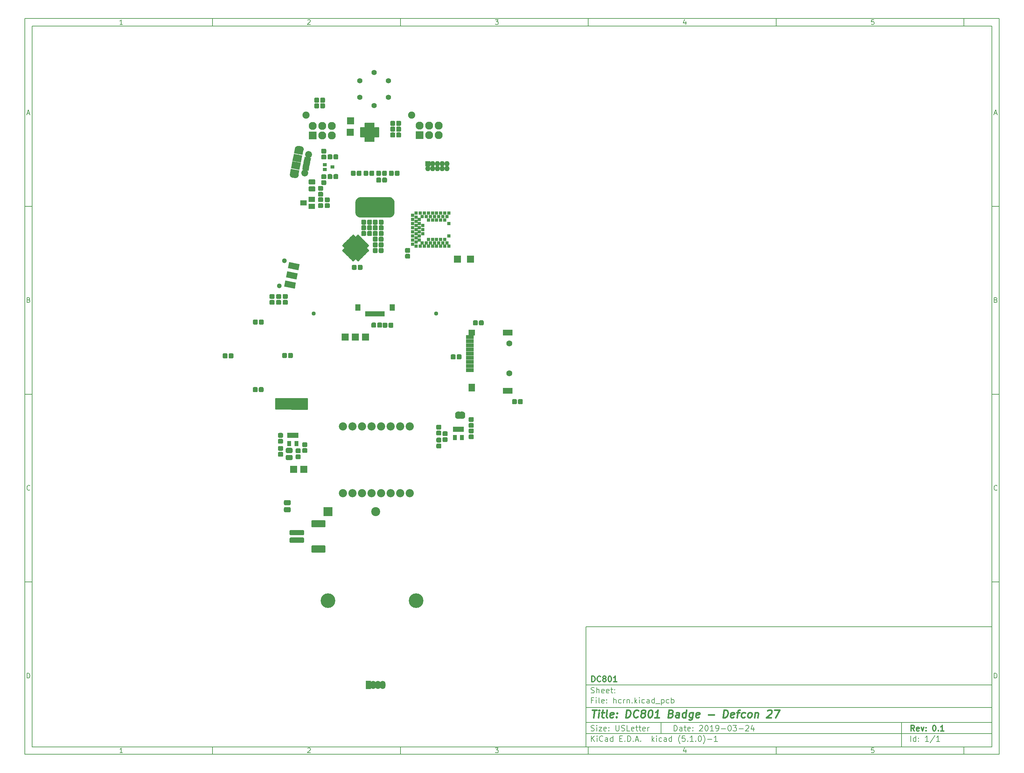
<source format=gbs>
G04 #@! TF.GenerationSoftware,KiCad,Pcbnew,(5.1.0)-1*
G04 #@! TF.CreationDate,2019-04-28T22:44:37-06:00*
G04 #@! TF.ProjectId,hcrn,6863726e-2e6b-4696-9361-645f70636258,0.1*
G04 #@! TF.SameCoordinates,Original*
G04 #@! TF.FileFunction,Soldermask,Bot*
G04 #@! TF.FilePolarity,Negative*
%FSLAX46Y46*%
G04 Gerber Fmt 4.6, Leading zero omitted, Abs format (unit mm)*
G04 Created by KiCad (PCBNEW (5.1.0)-1) date 2019-04-28 22:44:37*
%MOMM*%
%LPD*%
G04 APERTURE LIST*
%ADD10C,0.100000*%
%ADD11C,0.150000*%
%ADD12C,0.300000*%
%ADD13C,0.400000*%
%ADD14C,2.900000*%
%ADD15C,0.650000*%
%ADD16C,1.900000*%
%ADD17C,1.400000*%
%ADD18R,2.400000X2.400000*%
%ADD19C,2.400000*%
%ADD20C,3.900000*%
%ADD21C,5.400000*%
%ADD22C,1.120000*%
%ADD23R,2.000000X1.100000*%
%ADD24C,1.600000*%
%ADD25R,1.800000X1.600000*%
%ADD26R,1.800000X2.000000*%
%ADD27R,2.600000X1.600000*%
%ADD28C,1.275000*%
%ADD29R,1.470000X2.200000*%
%ADD30O,1.470000X2.200000*%
%ADD31C,1.375000*%
%ADD32R,1.900000X1.900000*%
%ADD33R,0.654000X1.416000*%
%ADD34R,1.416000X1.746200*%
%ADD35C,1.850000*%
%ADD36C,0.800000*%
%ADD37C,1.600000*%
%ADD38R,1.800000X1.400000*%
%ADD39C,1.650000*%
%ADD40C,1.300000*%
%ADD41R,1.050000X1.460000*%
%ADD42C,4.000000*%
%ADD43C,0.500000*%
%ADD44R,1.400000X1.400000*%
%ADD45O,1.400000X1.400000*%
%ADD46C,2.178000*%
%ADD47R,1.100000X0.850000*%
%ADD48C,2.127200*%
%ADD49O,2.127200X2.127200*%
%ADD50R,2.127200X2.127200*%
%ADD51R,0.900000X0.900000*%
%ADD52C,0.254000*%
G04 APERTURE END LIST*
D10*
D11*
X159400000Y-171900000D02*
X159400000Y-203900000D01*
X267400000Y-203900000D01*
X267400000Y-171900000D01*
X159400000Y-171900000D01*
D10*
D11*
X10000000Y-10000000D02*
X10000000Y-205900000D01*
X269400000Y-205900000D01*
X269400000Y-10000000D01*
X10000000Y-10000000D01*
D10*
D11*
X12000000Y-12000000D02*
X12000000Y-203900000D01*
X267400000Y-203900000D01*
X267400000Y-12000000D01*
X12000000Y-12000000D01*
D10*
D11*
X60000000Y-12000000D02*
X60000000Y-10000000D01*
D10*
D11*
X110000000Y-12000000D02*
X110000000Y-10000000D01*
D10*
D11*
X160000000Y-12000000D02*
X160000000Y-10000000D01*
D10*
D11*
X210000000Y-12000000D02*
X210000000Y-10000000D01*
D10*
D11*
X260000000Y-12000000D02*
X260000000Y-10000000D01*
D10*
D11*
X36065476Y-11588095D02*
X35322619Y-11588095D01*
X35694047Y-11588095D02*
X35694047Y-10288095D01*
X35570238Y-10473809D01*
X35446428Y-10597619D01*
X35322619Y-10659523D01*
D10*
D11*
X85322619Y-10411904D02*
X85384523Y-10350000D01*
X85508333Y-10288095D01*
X85817857Y-10288095D01*
X85941666Y-10350000D01*
X86003571Y-10411904D01*
X86065476Y-10535714D01*
X86065476Y-10659523D01*
X86003571Y-10845238D01*
X85260714Y-11588095D01*
X86065476Y-11588095D01*
D10*
D11*
X135260714Y-10288095D02*
X136065476Y-10288095D01*
X135632142Y-10783333D01*
X135817857Y-10783333D01*
X135941666Y-10845238D01*
X136003571Y-10907142D01*
X136065476Y-11030952D01*
X136065476Y-11340476D01*
X136003571Y-11464285D01*
X135941666Y-11526190D01*
X135817857Y-11588095D01*
X135446428Y-11588095D01*
X135322619Y-11526190D01*
X135260714Y-11464285D01*
D10*
D11*
X185941666Y-10721428D02*
X185941666Y-11588095D01*
X185632142Y-10226190D02*
X185322619Y-11154761D01*
X186127380Y-11154761D01*
D10*
D11*
X236003571Y-10288095D02*
X235384523Y-10288095D01*
X235322619Y-10907142D01*
X235384523Y-10845238D01*
X235508333Y-10783333D01*
X235817857Y-10783333D01*
X235941666Y-10845238D01*
X236003571Y-10907142D01*
X236065476Y-11030952D01*
X236065476Y-11340476D01*
X236003571Y-11464285D01*
X235941666Y-11526190D01*
X235817857Y-11588095D01*
X235508333Y-11588095D01*
X235384523Y-11526190D01*
X235322619Y-11464285D01*
D10*
D11*
X60000000Y-203900000D02*
X60000000Y-205900000D01*
D10*
D11*
X110000000Y-203900000D02*
X110000000Y-205900000D01*
D10*
D11*
X160000000Y-203900000D02*
X160000000Y-205900000D01*
D10*
D11*
X210000000Y-203900000D02*
X210000000Y-205900000D01*
D10*
D11*
X260000000Y-203900000D02*
X260000000Y-205900000D01*
D10*
D11*
X36065476Y-205488095D02*
X35322619Y-205488095D01*
X35694047Y-205488095D02*
X35694047Y-204188095D01*
X35570238Y-204373809D01*
X35446428Y-204497619D01*
X35322619Y-204559523D01*
D10*
D11*
X85322619Y-204311904D02*
X85384523Y-204250000D01*
X85508333Y-204188095D01*
X85817857Y-204188095D01*
X85941666Y-204250000D01*
X86003571Y-204311904D01*
X86065476Y-204435714D01*
X86065476Y-204559523D01*
X86003571Y-204745238D01*
X85260714Y-205488095D01*
X86065476Y-205488095D01*
D10*
D11*
X135260714Y-204188095D02*
X136065476Y-204188095D01*
X135632142Y-204683333D01*
X135817857Y-204683333D01*
X135941666Y-204745238D01*
X136003571Y-204807142D01*
X136065476Y-204930952D01*
X136065476Y-205240476D01*
X136003571Y-205364285D01*
X135941666Y-205426190D01*
X135817857Y-205488095D01*
X135446428Y-205488095D01*
X135322619Y-205426190D01*
X135260714Y-205364285D01*
D10*
D11*
X185941666Y-204621428D02*
X185941666Y-205488095D01*
X185632142Y-204126190D02*
X185322619Y-205054761D01*
X186127380Y-205054761D01*
D10*
D11*
X236003571Y-204188095D02*
X235384523Y-204188095D01*
X235322619Y-204807142D01*
X235384523Y-204745238D01*
X235508333Y-204683333D01*
X235817857Y-204683333D01*
X235941666Y-204745238D01*
X236003571Y-204807142D01*
X236065476Y-204930952D01*
X236065476Y-205240476D01*
X236003571Y-205364285D01*
X235941666Y-205426190D01*
X235817857Y-205488095D01*
X235508333Y-205488095D01*
X235384523Y-205426190D01*
X235322619Y-205364285D01*
D10*
D11*
X10000000Y-60000000D02*
X12000000Y-60000000D01*
D10*
D11*
X10000000Y-110000000D02*
X12000000Y-110000000D01*
D10*
D11*
X10000000Y-160000000D02*
X12000000Y-160000000D01*
D10*
D11*
X10690476Y-35216666D02*
X11309523Y-35216666D01*
X10566666Y-35588095D02*
X11000000Y-34288095D01*
X11433333Y-35588095D01*
D10*
D11*
X11092857Y-84907142D02*
X11278571Y-84969047D01*
X11340476Y-85030952D01*
X11402380Y-85154761D01*
X11402380Y-85340476D01*
X11340476Y-85464285D01*
X11278571Y-85526190D01*
X11154761Y-85588095D01*
X10659523Y-85588095D01*
X10659523Y-84288095D01*
X11092857Y-84288095D01*
X11216666Y-84350000D01*
X11278571Y-84411904D01*
X11340476Y-84535714D01*
X11340476Y-84659523D01*
X11278571Y-84783333D01*
X11216666Y-84845238D01*
X11092857Y-84907142D01*
X10659523Y-84907142D01*
D10*
D11*
X11402380Y-135464285D02*
X11340476Y-135526190D01*
X11154761Y-135588095D01*
X11030952Y-135588095D01*
X10845238Y-135526190D01*
X10721428Y-135402380D01*
X10659523Y-135278571D01*
X10597619Y-135030952D01*
X10597619Y-134845238D01*
X10659523Y-134597619D01*
X10721428Y-134473809D01*
X10845238Y-134350000D01*
X11030952Y-134288095D01*
X11154761Y-134288095D01*
X11340476Y-134350000D01*
X11402380Y-134411904D01*
D10*
D11*
X10659523Y-185588095D02*
X10659523Y-184288095D01*
X10969047Y-184288095D01*
X11154761Y-184350000D01*
X11278571Y-184473809D01*
X11340476Y-184597619D01*
X11402380Y-184845238D01*
X11402380Y-185030952D01*
X11340476Y-185278571D01*
X11278571Y-185402380D01*
X11154761Y-185526190D01*
X10969047Y-185588095D01*
X10659523Y-185588095D01*
D10*
D11*
X269400000Y-60000000D02*
X267400000Y-60000000D01*
D10*
D11*
X269400000Y-110000000D02*
X267400000Y-110000000D01*
D10*
D11*
X269400000Y-160000000D02*
X267400000Y-160000000D01*
D10*
D11*
X268090476Y-35216666D02*
X268709523Y-35216666D01*
X267966666Y-35588095D02*
X268400000Y-34288095D01*
X268833333Y-35588095D01*
D10*
D11*
X268492857Y-84907142D02*
X268678571Y-84969047D01*
X268740476Y-85030952D01*
X268802380Y-85154761D01*
X268802380Y-85340476D01*
X268740476Y-85464285D01*
X268678571Y-85526190D01*
X268554761Y-85588095D01*
X268059523Y-85588095D01*
X268059523Y-84288095D01*
X268492857Y-84288095D01*
X268616666Y-84350000D01*
X268678571Y-84411904D01*
X268740476Y-84535714D01*
X268740476Y-84659523D01*
X268678571Y-84783333D01*
X268616666Y-84845238D01*
X268492857Y-84907142D01*
X268059523Y-84907142D01*
D10*
D11*
X268802380Y-135464285D02*
X268740476Y-135526190D01*
X268554761Y-135588095D01*
X268430952Y-135588095D01*
X268245238Y-135526190D01*
X268121428Y-135402380D01*
X268059523Y-135278571D01*
X267997619Y-135030952D01*
X267997619Y-134845238D01*
X268059523Y-134597619D01*
X268121428Y-134473809D01*
X268245238Y-134350000D01*
X268430952Y-134288095D01*
X268554761Y-134288095D01*
X268740476Y-134350000D01*
X268802380Y-134411904D01*
D10*
D11*
X268059523Y-185588095D02*
X268059523Y-184288095D01*
X268369047Y-184288095D01*
X268554761Y-184350000D01*
X268678571Y-184473809D01*
X268740476Y-184597619D01*
X268802380Y-184845238D01*
X268802380Y-185030952D01*
X268740476Y-185278571D01*
X268678571Y-185402380D01*
X268554761Y-185526190D01*
X268369047Y-185588095D01*
X268059523Y-185588095D01*
D10*
D11*
X182832142Y-199678571D02*
X182832142Y-198178571D01*
X183189285Y-198178571D01*
X183403571Y-198250000D01*
X183546428Y-198392857D01*
X183617857Y-198535714D01*
X183689285Y-198821428D01*
X183689285Y-199035714D01*
X183617857Y-199321428D01*
X183546428Y-199464285D01*
X183403571Y-199607142D01*
X183189285Y-199678571D01*
X182832142Y-199678571D01*
X184975000Y-199678571D02*
X184975000Y-198892857D01*
X184903571Y-198750000D01*
X184760714Y-198678571D01*
X184475000Y-198678571D01*
X184332142Y-198750000D01*
X184975000Y-199607142D02*
X184832142Y-199678571D01*
X184475000Y-199678571D01*
X184332142Y-199607142D01*
X184260714Y-199464285D01*
X184260714Y-199321428D01*
X184332142Y-199178571D01*
X184475000Y-199107142D01*
X184832142Y-199107142D01*
X184975000Y-199035714D01*
X185475000Y-198678571D02*
X186046428Y-198678571D01*
X185689285Y-198178571D02*
X185689285Y-199464285D01*
X185760714Y-199607142D01*
X185903571Y-199678571D01*
X186046428Y-199678571D01*
X187117857Y-199607142D02*
X186975000Y-199678571D01*
X186689285Y-199678571D01*
X186546428Y-199607142D01*
X186475000Y-199464285D01*
X186475000Y-198892857D01*
X186546428Y-198750000D01*
X186689285Y-198678571D01*
X186975000Y-198678571D01*
X187117857Y-198750000D01*
X187189285Y-198892857D01*
X187189285Y-199035714D01*
X186475000Y-199178571D01*
X187832142Y-199535714D02*
X187903571Y-199607142D01*
X187832142Y-199678571D01*
X187760714Y-199607142D01*
X187832142Y-199535714D01*
X187832142Y-199678571D01*
X187832142Y-198750000D02*
X187903571Y-198821428D01*
X187832142Y-198892857D01*
X187760714Y-198821428D01*
X187832142Y-198750000D01*
X187832142Y-198892857D01*
X189617857Y-198321428D02*
X189689285Y-198250000D01*
X189832142Y-198178571D01*
X190189285Y-198178571D01*
X190332142Y-198250000D01*
X190403571Y-198321428D01*
X190475000Y-198464285D01*
X190475000Y-198607142D01*
X190403571Y-198821428D01*
X189546428Y-199678571D01*
X190475000Y-199678571D01*
X191403571Y-198178571D02*
X191546428Y-198178571D01*
X191689285Y-198250000D01*
X191760714Y-198321428D01*
X191832142Y-198464285D01*
X191903571Y-198750000D01*
X191903571Y-199107142D01*
X191832142Y-199392857D01*
X191760714Y-199535714D01*
X191689285Y-199607142D01*
X191546428Y-199678571D01*
X191403571Y-199678571D01*
X191260714Y-199607142D01*
X191189285Y-199535714D01*
X191117857Y-199392857D01*
X191046428Y-199107142D01*
X191046428Y-198750000D01*
X191117857Y-198464285D01*
X191189285Y-198321428D01*
X191260714Y-198250000D01*
X191403571Y-198178571D01*
X193332142Y-199678571D02*
X192475000Y-199678571D01*
X192903571Y-199678571D02*
X192903571Y-198178571D01*
X192760714Y-198392857D01*
X192617857Y-198535714D01*
X192475000Y-198607142D01*
X194046428Y-199678571D02*
X194332142Y-199678571D01*
X194475000Y-199607142D01*
X194546428Y-199535714D01*
X194689285Y-199321428D01*
X194760714Y-199035714D01*
X194760714Y-198464285D01*
X194689285Y-198321428D01*
X194617857Y-198250000D01*
X194475000Y-198178571D01*
X194189285Y-198178571D01*
X194046428Y-198250000D01*
X193975000Y-198321428D01*
X193903571Y-198464285D01*
X193903571Y-198821428D01*
X193975000Y-198964285D01*
X194046428Y-199035714D01*
X194189285Y-199107142D01*
X194475000Y-199107142D01*
X194617857Y-199035714D01*
X194689285Y-198964285D01*
X194760714Y-198821428D01*
X195403571Y-199107142D02*
X196546428Y-199107142D01*
X197546428Y-198178571D02*
X197689285Y-198178571D01*
X197832142Y-198250000D01*
X197903571Y-198321428D01*
X197975000Y-198464285D01*
X198046428Y-198750000D01*
X198046428Y-199107142D01*
X197975000Y-199392857D01*
X197903571Y-199535714D01*
X197832142Y-199607142D01*
X197689285Y-199678571D01*
X197546428Y-199678571D01*
X197403571Y-199607142D01*
X197332142Y-199535714D01*
X197260714Y-199392857D01*
X197189285Y-199107142D01*
X197189285Y-198750000D01*
X197260714Y-198464285D01*
X197332142Y-198321428D01*
X197403571Y-198250000D01*
X197546428Y-198178571D01*
X198546428Y-198178571D02*
X199475000Y-198178571D01*
X198975000Y-198750000D01*
X199189285Y-198750000D01*
X199332142Y-198821428D01*
X199403571Y-198892857D01*
X199475000Y-199035714D01*
X199475000Y-199392857D01*
X199403571Y-199535714D01*
X199332142Y-199607142D01*
X199189285Y-199678571D01*
X198760714Y-199678571D01*
X198617857Y-199607142D01*
X198546428Y-199535714D01*
X200117857Y-199107142D02*
X201260714Y-199107142D01*
X201903571Y-198321428D02*
X201975000Y-198250000D01*
X202117857Y-198178571D01*
X202475000Y-198178571D01*
X202617857Y-198250000D01*
X202689285Y-198321428D01*
X202760714Y-198464285D01*
X202760714Y-198607142D01*
X202689285Y-198821428D01*
X201832142Y-199678571D01*
X202760714Y-199678571D01*
X204046428Y-198678571D02*
X204046428Y-199678571D01*
X203689285Y-198107142D02*
X203332142Y-199178571D01*
X204260714Y-199178571D01*
D10*
D11*
X159400000Y-200400000D02*
X267400000Y-200400000D01*
D10*
D11*
X160832142Y-202478571D02*
X160832142Y-200978571D01*
X161689285Y-202478571D02*
X161046428Y-201621428D01*
X161689285Y-200978571D02*
X160832142Y-201835714D01*
X162332142Y-202478571D02*
X162332142Y-201478571D01*
X162332142Y-200978571D02*
X162260714Y-201050000D01*
X162332142Y-201121428D01*
X162403571Y-201050000D01*
X162332142Y-200978571D01*
X162332142Y-201121428D01*
X163903571Y-202335714D02*
X163832142Y-202407142D01*
X163617857Y-202478571D01*
X163475000Y-202478571D01*
X163260714Y-202407142D01*
X163117857Y-202264285D01*
X163046428Y-202121428D01*
X162975000Y-201835714D01*
X162975000Y-201621428D01*
X163046428Y-201335714D01*
X163117857Y-201192857D01*
X163260714Y-201050000D01*
X163475000Y-200978571D01*
X163617857Y-200978571D01*
X163832142Y-201050000D01*
X163903571Y-201121428D01*
X165189285Y-202478571D02*
X165189285Y-201692857D01*
X165117857Y-201550000D01*
X164975000Y-201478571D01*
X164689285Y-201478571D01*
X164546428Y-201550000D01*
X165189285Y-202407142D02*
X165046428Y-202478571D01*
X164689285Y-202478571D01*
X164546428Y-202407142D01*
X164475000Y-202264285D01*
X164475000Y-202121428D01*
X164546428Y-201978571D01*
X164689285Y-201907142D01*
X165046428Y-201907142D01*
X165189285Y-201835714D01*
X166546428Y-202478571D02*
X166546428Y-200978571D01*
X166546428Y-202407142D02*
X166403571Y-202478571D01*
X166117857Y-202478571D01*
X165975000Y-202407142D01*
X165903571Y-202335714D01*
X165832142Y-202192857D01*
X165832142Y-201764285D01*
X165903571Y-201621428D01*
X165975000Y-201550000D01*
X166117857Y-201478571D01*
X166403571Y-201478571D01*
X166546428Y-201550000D01*
X168403571Y-201692857D02*
X168903571Y-201692857D01*
X169117857Y-202478571D02*
X168403571Y-202478571D01*
X168403571Y-200978571D01*
X169117857Y-200978571D01*
X169760714Y-202335714D02*
X169832142Y-202407142D01*
X169760714Y-202478571D01*
X169689285Y-202407142D01*
X169760714Y-202335714D01*
X169760714Y-202478571D01*
X170475000Y-202478571D02*
X170475000Y-200978571D01*
X170832142Y-200978571D01*
X171046428Y-201050000D01*
X171189285Y-201192857D01*
X171260714Y-201335714D01*
X171332142Y-201621428D01*
X171332142Y-201835714D01*
X171260714Y-202121428D01*
X171189285Y-202264285D01*
X171046428Y-202407142D01*
X170832142Y-202478571D01*
X170475000Y-202478571D01*
X171975000Y-202335714D02*
X172046428Y-202407142D01*
X171975000Y-202478571D01*
X171903571Y-202407142D01*
X171975000Y-202335714D01*
X171975000Y-202478571D01*
X172617857Y-202050000D02*
X173332142Y-202050000D01*
X172475000Y-202478571D02*
X172975000Y-200978571D01*
X173475000Y-202478571D01*
X173975000Y-202335714D02*
X174046428Y-202407142D01*
X173975000Y-202478571D01*
X173903571Y-202407142D01*
X173975000Y-202335714D01*
X173975000Y-202478571D01*
X176975000Y-202478571D02*
X176975000Y-200978571D01*
X177117857Y-201907142D02*
X177546428Y-202478571D01*
X177546428Y-201478571D02*
X176975000Y-202050000D01*
X178189285Y-202478571D02*
X178189285Y-201478571D01*
X178189285Y-200978571D02*
X178117857Y-201050000D01*
X178189285Y-201121428D01*
X178260714Y-201050000D01*
X178189285Y-200978571D01*
X178189285Y-201121428D01*
X179546428Y-202407142D02*
X179403571Y-202478571D01*
X179117857Y-202478571D01*
X178975000Y-202407142D01*
X178903571Y-202335714D01*
X178832142Y-202192857D01*
X178832142Y-201764285D01*
X178903571Y-201621428D01*
X178975000Y-201550000D01*
X179117857Y-201478571D01*
X179403571Y-201478571D01*
X179546428Y-201550000D01*
X180832142Y-202478571D02*
X180832142Y-201692857D01*
X180760714Y-201550000D01*
X180617857Y-201478571D01*
X180332142Y-201478571D01*
X180189285Y-201550000D01*
X180832142Y-202407142D02*
X180689285Y-202478571D01*
X180332142Y-202478571D01*
X180189285Y-202407142D01*
X180117857Y-202264285D01*
X180117857Y-202121428D01*
X180189285Y-201978571D01*
X180332142Y-201907142D01*
X180689285Y-201907142D01*
X180832142Y-201835714D01*
X182189285Y-202478571D02*
X182189285Y-200978571D01*
X182189285Y-202407142D02*
X182046428Y-202478571D01*
X181760714Y-202478571D01*
X181617857Y-202407142D01*
X181546428Y-202335714D01*
X181475000Y-202192857D01*
X181475000Y-201764285D01*
X181546428Y-201621428D01*
X181617857Y-201550000D01*
X181760714Y-201478571D01*
X182046428Y-201478571D01*
X182189285Y-201550000D01*
X184475000Y-203050000D02*
X184403571Y-202978571D01*
X184260714Y-202764285D01*
X184189285Y-202621428D01*
X184117857Y-202407142D01*
X184046428Y-202050000D01*
X184046428Y-201764285D01*
X184117857Y-201407142D01*
X184189285Y-201192857D01*
X184260714Y-201050000D01*
X184403571Y-200835714D01*
X184475000Y-200764285D01*
X185760714Y-200978571D02*
X185046428Y-200978571D01*
X184975000Y-201692857D01*
X185046428Y-201621428D01*
X185189285Y-201550000D01*
X185546428Y-201550000D01*
X185689285Y-201621428D01*
X185760714Y-201692857D01*
X185832142Y-201835714D01*
X185832142Y-202192857D01*
X185760714Y-202335714D01*
X185689285Y-202407142D01*
X185546428Y-202478571D01*
X185189285Y-202478571D01*
X185046428Y-202407142D01*
X184975000Y-202335714D01*
X186475000Y-202335714D02*
X186546428Y-202407142D01*
X186475000Y-202478571D01*
X186403571Y-202407142D01*
X186475000Y-202335714D01*
X186475000Y-202478571D01*
X187975000Y-202478571D02*
X187117857Y-202478571D01*
X187546428Y-202478571D02*
X187546428Y-200978571D01*
X187403571Y-201192857D01*
X187260714Y-201335714D01*
X187117857Y-201407142D01*
X188617857Y-202335714D02*
X188689285Y-202407142D01*
X188617857Y-202478571D01*
X188546428Y-202407142D01*
X188617857Y-202335714D01*
X188617857Y-202478571D01*
X189617857Y-200978571D02*
X189760714Y-200978571D01*
X189903571Y-201050000D01*
X189975000Y-201121428D01*
X190046428Y-201264285D01*
X190117857Y-201550000D01*
X190117857Y-201907142D01*
X190046428Y-202192857D01*
X189975000Y-202335714D01*
X189903571Y-202407142D01*
X189760714Y-202478571D01*
X189617857Y-202478571D01*
X189475000Y-202407142D01*
X189403571Y-202335714D01*
X189332142Y-202192857D01*
X189260714Y-201907142D01*
X189260714Y-201550000D01*
X189332142Y-201264285D01*
X189403571Y-201121428D01*
X189475000Y-201050000D01*
X189617857Y-200978571D01*
X190617857Y-203050000D02*
X190689285Y-202978571D01*
X190832142Y-202764285D01*
X190903571Y-202621428D01*
X190975000Y-202407142D01*
X191046428Y-202050000D01*
X191046428Y-201764285D01*
X190975000Y-201407142D01*
X190903571Y-201192857D01*
X190832142Y-201050000D01*
X190689285Y-200835714D01*
X190617857Y-200764285D01*
X191760714Y-201907142D02*
X192903571Y-201907142D01*
X194403571Y-202478571D02*
X193546428Y-202478571D01*
X193975000Y-202478571D02*
X193975000Y-200978571D01*
X193832142Y-201192857D01*
X193689285Y-201335714D01*
X193546428Y-201407142D01*
D10*
D11*
X159400000Y-197400000D02*
X267400000Y-197400000D01*
D10*
D12*
X246809285Y-199678571D02*
X246309285Y-198964285D01*
X245952142Y-199678571D02*
X245952142Y-198178571D01*
X246523571Y-198178571D01*
X246666428Y-198250000D01*
X246737857Y-198321428D01*
X246809285Y-198464285D01*
X246809285Y-198678571D01*
X246737857Y-198821428D01*
X246666428Y-198892857D01*
X246523571Y-198964285D01*
X245952142Y-198964285D01*
X248023571Y-199607142D02*
X247880714Y-199678571D01*
X247595000Y-199678571D01*
X247452142Y-199607142D01*
X247380714Y-199464285D01*
X247380714Y-198892857D01*
X247452142Y-198750000D01*
X247595000Y-198678571D01*
X247880714Y-198678571D01*
X248023571Y-198750000D01*
X248095000Y-198892857D01*
X248095000Y-199035714D01*
X247380714Y-199178571D01*
X248595000Y-198678571D02*
X248952142Y-199678571D01*
X249309285Y-198678571D01*
X249880714Y-199535714D02*
X249952142Y-199607142D01*
X249880714Y-199678571D01*
X249809285Y-199607142D01*
X249880714Y-199535714D01*
X249880714Y-199678571D01*
X249880714Y-198750000D02*
X249952142Y-198821428D01*
X249880714Y-198892857D01*
X249809285Y-198821428D01*
X249880714Y-198750000D01*
X249880714Y-198892857D01*
X252023571Y-198178571D02*
X252166428Y-198178571D01*
X252309285Y-198250000D01*
X252380714Y-198321428D01*
X252452142Y-198464285D01*
X252523571Y-198750000D01*
X252523571Y-199107142D01*
X252452142Y-199392857D01*
X252380714Y-199535714D01*
X252309285Y-199607142D01*
X252166428Y-199678571D01*
X252023571Y-199678571D01*
X251880714Y-199607142D01*
X251809285Y-199535714D01*
X251737857Y-199392857D01*
X251666428Y-199107142D01*
X251666428Y-198750000D01*
X251737857Y-198464285D01*
X251809285Y-198321428D01*
X251880714Y-198250000D01*
X252023571Y-198178571D01*
X253166428Y-199535714D02*
X253237857Y-199607142D01*
X253166428Y-199678571D01*
X253095000Y-199607142D01*
X253166428Y-199535714D01*
X253166428Y-199678571D01*
X254666428Y-199678571D02*
X253809285Y-199678571D01*
X254237857Y-199678571D02*
X254237857Y-198178571D01*
X254095000Y-198392857D01*
X253952142Y-198535714D01*
X253809285Y-198607142D01*
D10*
D11*
X160760714Y-199607142D02*
X160975000Y-199678571D01*
X161332142Y-199678571D01*
X161475000Y-199607142D01*
X161546428Y-199535714D01*
X161617857Y-199392857D01*
X161617857Y-199250000D01*
X161546428Y-199107142D01*
X161475000Y-199035714D01*
X161332142Y-198964285D01*
X161046428Y-198892857D01*
X160903571Y-198821428D01*
X160832142Y-198750000D01*
X160760714Y-198607142D01*
X160760714Y-198464285D01*
X160832142Y-198321428D01*
X160903571Y-198250000D01*
X161046428Y-198178571D01*
X161403571Y-198178571D01*
X161617857Y-198250000D01*
X162260714Y-199678571D02*
X162260714Y-198678571D01*
X162260714Y-198178571D02*
X162189285Y-198250000D01*
X162260714Y-198321428D01*
X162332142Y-198250000D01*
X162260714Y-198178571D01*
X162260714Y-198321428D01*
X162832142Y-198678571D02*
X163617857Y-198678571D01*
X162832142Y-199678571D01*
X163617857Y-199678571D01*
X164760714Y-199607142D02*
X164617857Y-199678571D01*
X164332142Y-199678571D01*
X164189285Y-199607142D01*
X164117857Y-199464285D01*
X164117857Y-198892857D01*
X164189285Y-198750000D01*
X164332142Y-198678571D01*
X164617857Y-198678571D01*
X164760714Y-198750000D01*
X164832142Y-198892857D01*
X164832142Y-199035714D01*
X164117857Y-199178571D01*
X165475000Y-199535714D02*
X165546428Y-199607142D01*
X165475000Y-199678571D01*
X165403571Y-199607142D01*
X165475000Y-199535714D01*
X165475000Y-199678571D01*
X165475000Y-198750000D02*
X165546428Y-198821428D01*
X165475000Y-198892857D01*
X165403571Y-198821428D01*
X165475000Y-198750000D01*
X165475000Y-198892857D01*
X167332142Y-198178571D02*
X167332142Y-199392857D01*
X167403571Y-199535714D01*
X167475000Y-199607142D01*
X167617857Y-199678571D01*
X167903571Y-199678571D01*
X168046428Y-199607142D01*
X168117857Y-199535714D01*
X168189285Y-199392857D01*
X168189285Y-198178571D01*
X168832142Y-199607142D02*
X169046428Y-199678571D01*
X169403571Y-199678571D01*
X169546428Y-199607142D01*
X169617857Y-199535714D01*
X169689285Y-199392857D01*
X169689285Y-199250000D01*
X169617857Y-199107142D01*
X169546428Y-199035714D01*
X169403571Y-198964285D01*
X169117857Y-198892857D01*
X168975000Y-198821428D01*
X168903571Y-198750000D01*
X168832142Y-198607142D01*
X168832142Y-198464285D01*
X168903571Y-198321428D01*
X168975000Y-198250000D01*
X169117857Y-198178571D01*
X169475000Y-198178571D01*
X169689285Y-198250000D01*
X171046428Y-199678571D02*
X170332142Y-199678571D01*
X170332142Y-198178571D01*
X172117857Y-199607142D02*
X171975000Y-199678571D01*
X171689285Y-199678571D01*
X171546428Y-199607142D01*
X171475000Y-199464285D01*
X171475000Y-198892857D01*
X171546428Y-198750000D01*
X171689285Y-198678571D01*
X171975000Y-198678571D01*
X172117857Y-198750000D01*
X172189285Y-198892857D01*
X172189285Y-199035714D01*
X171475000Y-199178571D01*
X172617857Y-198678571D02*
X173189285Y-198678571D01*
X172832142Y-198178571D02*
X172832142Y-199464285D01*
X172903571Y-199607142D01*
X173046428Y-199678571D01*
X173189285Y-199678571D01*
X173475000Y-198678571D02*
X174046428Y-198678571D01*
X173689285Y-198178571D02*
X173689285Y-199464285D01*
X173760714Y-199607142D01*
X173903571Y-199678571D01*
X174046428Y-199678571D01*
X175117857Y-199607142D02*
X174975000Y-199678571D01*
X174689285Y-199678571D01*
X174546428Y-199607142D01*
X174475000Y-199464285D01*
X174475000Y-198892857D01*
X174546428Y-198750000D01*
X174689285Y-198678571D01*
X174975000Y-198678571D01*
X175117857Y-198750000D01*
X175189285Y-198892857D01*
X175189285Y-199035714D01*
X174475000Y-199178571D01*
X175832142Y-199678571D02*
X175832142Y-198678571D01*
X175832142Y-198964285D02*
X175903571Y-198821428D01*
X175975000Y-198750000D01*
X176117857Y-198678571D01*
X176260714Y-198678571D01*
D10*
D11*
X245832142Y-202478571D02*
X245832142Y-200978571D01*
X247189285Y-202478571D02*
X247189285Y-200978571D01*
X247189285Y-202407142D02*
X247046428Y-202478571D01*
X246760714Y-202478571D01*
X246617857Y-202407142D01*
X246546428Y-202335714D01*
X246475000Y-202192857D01*
X246475000Y-201764285D01*
X246546428Y-201621428D01*
X246617857Y-201550000D01*
X246760714Y-201478571D01*
X247046428Y-201478571D01*
X247189285Y-201550000D01*
X247903571Y-202335714D02*
X247975000Y-202407142D01*
X247903571Y-202478571D01*
X247832142Y-202407142D01*
X247903571Y-202335714D01*
X247903571Y-202478571D01*
X247903571Y-201550000D02*
X247975000Y-201621428D01*
X247903571Y-201692857D01*
X247832142Y-201621428D01*
X247903571Y-201550000D01*
X247903571Y-201692857D01*
X250546428Y-202478571D02*
X249689285Y-202478571D01*
X250117857Y-202478571D02*
X250117857Y-200978571D01*
X249975000Y-201192857D01*
X249832142Y-201335714D01*
X249689285Y-201407142D01*
X252260714Y-200907142D02*
X250975000Y-202835714D01*
X253546428Y-202478571D02*
X252689285Y-202478571D01*
X253117857Y-202478571D02*
X253117857Y-200978571D01*
X252975000Y-201192857D01*
X252832142Y-201335714D01*
X252689285Y-201407142D01*
D10*
D11*
X159400000Y-193400000D02*
X267400000Y-193400000D01*
D10*
D13*
X161112380Y-194104761D02*
X162255238Y-194104761D01*
X161433809Y-196104761D02*
X161683809Y-194104761D01*
X162671904Y-196104761D02*
X162838571Y-194771428D01*
X162921904Y-194104761D02*
X162814761Y-194200000D01*
X162898095Y-194295238D01*
X163005238Y-194200000D01*
X162921904Y-194104761D01*
X162898095Y-194295238D01*
X163505238Y-194771428D02*
X164267142Y-194771428D01*
X163874285Y-194104761D02*
X163660000Y-195819047D01*
X163731428Y-196009523D01*
X163910000Y-196104761D01*
X164100476Y-196104761D01*
X165052857Y-196104761D02*
X164874285Y-196009523D01*
X164802857Y-195819047D01*
X165017142Y-194104761D01*
X166588571Y-196009523D02*
X166386190Y-196104761D01*
X166005238Y-196104761D01*
X165826666Y-196009523D01*
X165755238Y-195819047D01*
X165850476Y-195057142D01*
X165969523Y-194866666D01*
X166171904Y-194771428D01*
X166552857Y-194771428D01*
X166731428Y-194866666D01*
X166802857Y-195057142D01*
X166779047Y-195247619D01*
X165802857Y-195438095D01*
X167552857Y-195914285D02*
X167636190Y-196009523D01*
X167529047Y-196104761D01*
X167445714Y-196009523D01*
X167552857Y-195914285D01*
X167529047Y-196104761D01*
X167683809Y-194866666D02*
X167767142Y-194961904D01*
X167660000Y-195057142D01*
X167576666Y-194961904D01*
X167683809Y-194866666D01*
X167660000Y-195057142D01*
X170005238Y-196104761D02*
X170255238Y-194104761D01*
X170731428Y-194104761D01*
X171005238Y-194200000D01*
X171171904Y-194390476D01*
X171243333Y-194580952D01*
X171290952Y-194961904D01*
X171255238Y-195247619D01*
X171112380Y-195628571D01*
X170993333Y-195819047D01*
X170779047Y-196009523D01*
X170481428Y-196104761D01*
X170005238Y-196104761D01*
X173171904Y-195914285D02*
X173064761Y-196009523D01*
X172767142Y-196104761D01*
X172576666Y-196104761D01*
X172302857Y-196009523D01*
X172136190Y-195819047D01*
X172064761Y-195628571D01*
X172017142Y-195247619D01*
X172052857Y-194961904D01*
X172195714Y-194580952D01*
X172314761Y-194390476D01*
X172529047Y-194200000D01*
X172826666Y-194104761D01*
X173017142Y-194104761D01*
X173290952Y-194200000D01*
X173374285Y-194295238D01*
X174433809Y-194961904D02*
X174255238Y-194866666D01*
X174171904Y-194771428D01*
X174100476Y-194580952D01*
X174112380Y-194485714D01*
X174231428Y-194295238D01*
X174338571Y-194200000D01*
X174540952Y-194104761D01*
X174921904Y-194104761D01*
X175100476Y-194200000D01*
X175183809Y-194295238D01*
X175255238Y-194485714D01*
X175243333Y-194580952D01*
X175124285Y-194771428D01*
X175017142Y-194866666D01*
X174814761Y-194961904D01*
X174433809Y-194961904D01*
X174231428Y-195057142D01*
X174124285Y-195152380D01*
X174005238Y-195342857D01*
X173957619Y-195723809D01*
X174029047Y-195914285D01*
X174112380Y-196009523D01*
X174290952Y-196104761D01*
X174671904Y-196104761D01*
X174874285Y-196009523D01*
X174981428Y-195914285D01*
X175100476Y-195723809D01*
X175148095Y-195342857D01*
X175076666Y-195152380D01*
X174993333Y-195057142D01*
X174814761Y-194961904D01*
X176540952Y-194104761D02*
X176731428Y-194104761D01*
X176910000Y-194200000D01*
X176993333Y-194295238D01*
X177064761Y-194485714D01*
X177112380Y-194866666D01*
X177052857Y-195342857D01*
X176910000Y-195723809D01*
X176790952Y-195914285D01*
X176683809Y-196009523D01*
X176481428Y-196104761D01*
X176290952Y-196104761D01*
X176112380Y-196009523D01*
X176029047Y-195914285D01*
X175957619Y-195723809D01*
X175910000Y-195342857D01*
X175969523Y-194866666D01*
X176112380Y-194485714D01*
X176231428Y-194295238D01*
X176338571Y-194200000D01*
X176540952Y-194104761D01*
X178862380Y-196104761D02*
X177719523Y-196104761D01*
X178290952Y-196104761D02*
X178540952Y-194104761D01*
X178314761Y-194390476D01*
X178100476Y-194580952D01*
X177898095Y-194676190D01*
X182040952Y-195057142D02*
X182314761Y-195152380D01*
X182398095Y-195247619D01*
X182469523Y-195438095D01*
X182433809Y-195723809D01*
X182314761Y-195914285D01*
X182207619Y-196009523D01*
X182005238Y-196104761D01*
X181243333Y-196104761D01*
X181493333Y-194104761D01*
X182160000Y-194104761D01*
X182338571Y-194200000D01*
X182421904Y-194295238D01*
X182493333Y-194485714D01*
X182469523Y-194676190D01*
X182350476Y-194866666D01*
X182243333Y-194961904D01*
X182040952Y-195057142D01*
X181374285Y-195057142D01*
X184100476Y-196104761D02*
X184231428Y-195057142D01*
X184160000Y-194866666D01*
X183981428Y-194771428D01*
X183600476Y-194771428D01*
X183398095Y-194866666D01*
X184112380Y-196009523D02*
X183910000Y-196104761D01*
X183433809Y-196104761D01*
X183255238Y-196009523D01*
X183183809Y-195819047D01*
X183207619Y-195628571D01*
X183326666Y-195438095D01*
X183529047Y-195342857D01*
X184005238Y-195342857D01*
X184207619Y-195247619D01*
X185910000Y-196104761D02*
X186160000Y-194104761D01*
X185921904Y-196009523D02*
X185719523Y-196104761D01*
X185338571Y-196104761D01*
X185160000Y-196009523D01*
X185076666Y-195914285D01*
X185005238Y-195723809D01*
X185076666Y-195152380D01*
X185195714Y-194961904D01*
X185302857Y-194866666D01*
X185505238Y-194771428D01*
X185886190Y-194771428D01*
X186064761Y-194866666D01*
X187886190Y-194771428D02*
X187683809Y-196390476D01*
X187564761Y-196580952D01*
X187457619Y-196676190D01*
X187255238Y-196771428D01*
X186969523Y-196771428D01*
X186790952Y-196676190D01*
X187731428Y-196009523D02*
X187529047Y-196104761D01*
X187148095Y-196104761D01*
X186969523Y-196009523D01*
X186886190Y-195914285D01*
X186814761Y-195723809D01*
X186886190Y-195152380D01*
X187005238Y-194961904D01*
X187112380Y-194866666D01*
X187314761Y-194771428D01*
X187695714Y-194771428D01*
X187874285Y-194866666D01*
X189445714Y-196009523D02*
X189243333Y-196104761D01*
X188862380Y-196104761D01*
X188683809Y-196009523D01*
X188612380Y-195819047D01*
X188707619Y-195057142D01*
X188826666Y-194866666D01*
X189029047Y-194771428D01*
X189410000Y-194771428D01*
X189588571Y-194866666D01*
X189660000Y-195057142D01*
X189636190Y-195247619D01*
X188660000Y-195438095D01*
X192005238Y-195342857D02*
X193529047Y-195342857D01*
X195910000Y-196104761D02*
X196160000Y-194104761D01*
X196636190Y-194104761D01*
X196910000Y-194200000D01*
X197076666Y-194390476D01*
X197148095Y-194580952D01*
X197195714Y-194961904D01*
X197160000Y-195247619D01*
X197017142Y-195628571D01*
X196898095Y-195819047D01*
X196683809Y-196009523D01*
X196386190Y-196104761D01*
X195910000Y-196104761D01*
X198683809Y-196009523D02*
X198481428Y-196104761D01*
X198100476Y-196104761D01*
X197921904Y-196009523D01*
X197850476Y-195819047D01*
X197945714Y-195057142D01*
X198064761Y-194866666D01*
X198267142Y-194771428D01*
X198648095Y-194771428D01*
X198826666Y-194866666D01*
X198898095Y-195057142D01*
X198874285Y-195247619D01*
X197898095Y-195438095D01*
X199505238Y-194771428D02*
X200267142Y-194771428D01*
X199624285Y-196104761D02*
X199838571Y-194390476D01*
X199957619Y-194200000D01*
X200160000Y-194104761D01*
X200350476Y-194104761D01*
X201636190Y-196009523D02*
X201433809Y-196104761D01*
X201052857Y-196104761D01*
X200874285Y-196009523D01*
X200790952Y-195914285D01*
X200719523Y-195723809D01*
X200790952Y-195152380D01*
X200910000Y-194961904D01*
X201017142Y-194866666D01*
X201219523Y-194771428D01*
X201600476Y-194771428D01*
X201779047Y-194866666D01*
X202767142Y-196104761D02*
X202588571Y-196009523D01*
X202505238Y-195914285D01*
X202433809Y-195723809D01*
X202505238Y-195152380D01*
X202624285Y-194961904D01*
X202731428Y-194866666D01*
X202933809Y-194771428D01*
X203219523Y-194771428D01*
X203398095Y-194866666D01*
X203481428Y-194961904D01*
X203552857Y-195152380D01*
X203481428Y-195723809D01*
X203362380Y-195914285D01*
X203255238Y-196009523D01*
X203052857Y-196104761D01*
X202767142Y-196104761D01*
X204457619Y-194771428D02*
X204290952Y-196104761D01*
X204433809Y-194961904D02*
X204540952Y-194866666D01*
X204743333Y-194771428D01*
X205029047Y-194771428D01*
X205207619Y-194866666D01*
X205279047Y-195057142D01*
X205148095Y-196104761D01*
X207755238Y-194295238D02*
X207862380Y-194200000D01*
X208064761Y-194104761D01*
X208540952Y-194104761D01*
X208719523Y-194200000D01*
X208802857Y-194295238D01*
X208874285Y-194485714D01*
X208850476Y-194676190D01*
X208719523Y-194961904D01*
X207433809Y-196104761D01*
X208671904Y-196104761D01*
X209588571Y-194104761D02*
X210921904Y-194104761D01*
X209814761Y-196104761D01*
D10*
D11*
X161332142Y-191492857D02*
X160832142Y-191492857D01*
X160832142Y-192278571D02*
X160832142Y-190778571D01*
X161546428Y-190778571D01*
X162117857Y-192278571D02*
X162117857Y-191278571D01*
X162117857Y-190778571D02*
X162046428Y-190850000D01*
X162117857Y-190921428D01*
X162189285Y-190850000D01*
X162117857Y-190778571D01*
X162117857Y-190921428D01*
X163046428Y-192278571D02*
X162903571Y-192207142D01*
X162832142Y-192064285D01*
X162832142Y-190778571D01*
X164189285Y-192207142D02*
X164046428Y-192278571D01*
X163760714Y-192278571D01*
X163617857Y-192207142D01*
X163546428Y-192064285D01*
X163546428Y-191492857D01*
X163617857Y-191350000D01*
X163760714Y-191278571D01*
X164046428Y-191278571D01*
X164189285Y-191350000D01*
X164260714Y-191492857D01*
X164260714Y-191635714D01*
X163546428Y-191778571D01*
X164903571Y-192135714D02*
X164975000Y-192207142D01*
X164903571Y-192278571D01*
X164832142Y-192207142D01*
X164903571Y-192135714D01*
X164903571Y-192278571D01*
X164903571Y-191350000D02*
X164975000Y-191421428D01*
X164903571Y-191492857D01*
X164832142Y-191421428D01*
X164903571Y-191350000D01*
X164903571Y-191492857D01*
X166760714Y-192278571D02*
X166760714Y-190778571D01*
X167403571Y-192278571D02*
X167403571Y-191492857D01*
X167332142Y-191350000D01*
X167189285Y-191278571D01*
X166975000Y-191278571D01*
X166832142Y-191350000D01*
X166760714Y-191421428D01*
X168760714Y-192207142D02*
X168617857Y-192278571D01*
X168332142Y-192278571D01*
X168189285Y-192207142D01*
X168117857Y-192135714D01*
X168046428Y-191992857D01*
X168046428Y-191564285D01*
X168117857Y-191421428D01*
X168189285Y-191350000D01*
X168332142Y-191278571D01*
X168617857Y-191278571D01*
X168760714Y-191350000D01*
X169403571Y-192278571D02*
X169403571Y-191278571D01*
X169403571Y-191564285D02*
X169475000Y-191421428D01*
X169546428Y-191350000D01*
X169689285Y-191278571D01*
X169832142Y-191278571D01*
X170332142Y-191278571D02*
X170332142Y-192278571D01*
X170332142Y-191421428D02*
X170403571Y-191350000D01*
X170546428Y-191278571D01*
X170760714Y-191278571D01*
X170903571Y-191350000D01*
X170975000Y-191492857D01*
X170975000Y-192278571D01*
X171689285Y-192135714D02*
X171760714Y-192207142D01*
X171689285Y-192278571D01*
X171617857Y-192207142D01*
X171689285Y-192135714D01*
X171689285Y-192278571D01*
X172403571Y-192278571D02*
X172403571Y-190778571D01*
X172546428Y-191707142D02*
X172975000Y-192278571D01*
X172975000Y-191278571D02*
X172403571Y-191850000D01*
X173617857Y-192278571D02*
X173617857Y-191278571D01*
X173617857Y-190778571D02*
X173546428Y-190850000D01*
X173617857Y-190921428D01*
X173689285Y-190850000D01*
X173617857Y-190778571D01*
X173617857Y-190921428D01*
X174975000Y-192207142D02*
X174832142Y-192278571D01*
X174546428Y-192278571D01*
X174403571Y-192207142D01*
X174332142Y-192135714D01*
X174260714Y-191992857D01*
X174260714Y-191564285D01*
X174332142Y-191421428D01*
X174403571Y-191350000D01*
X174546428Y-191278571D01*
X174832142Y-191278571D01*
X174975000Y-191350000D01*
X176260714Y-192278571D02*
X176260714Y-191492857D01*
X176189285Y-191350000D01*
X176046428Y-191278571D01*
X175760714Y-191278571D01*
X175617857Y-191350000D01*
X176260714Y-192207142D02*
X176117857Y-192278571D01*
X175760714Y-192278571D01*
X175617857Y-192207142D01*
X175546428Y-192064285D01*
X175546428Y-191921428D01*
X175617857Y-191778571D01*
X175760714Y-191707142D01*
X176117857Y-191707142D01*
X176260714Y-191635714D01*
X177617857Y-192278571D02*
X177617857Y-190778571D01*
X177617857Y-192207142D02*
X177475000Y-192278571D01*
X177189285Y-192278571D01*
X177046428Y-192207142D01*
X176975000Y-192135714D01*
X176903571Y-191992857D01*
X176903571Y-191564285D01*
X176975000Y-191421428D01*
X177046428Y-191350000D01*
X177189285Y-191278571D01*
X177475000Y-191278571D01*
X177617857Y-191350000D01*
X177975000Y-192421428D02*
X179117857Y-192421428D01*
X179475000Y-191278571D02*
X179475000Y-192778571D01*
X179475000Y-191350000D02*
X179617857Y-191278571D01*
X179903571Y-191278571D01*
X180046428Y-191350000D01*
X180117857Y-191421428D01*
X180189285Y-191564285D01*
X180189285Y-191992857D01*
X180117857Y-192135714D01*
X180046428Y-192207142D01*
X179903571Y-192278571D01*
X179617857Y-192278571D01*
X179475000Y-192207142D01*
X181475000Y-192207142D02*
X181332142Y-192278571D01*
X181046428Y-192278571D01*
X180903571Y-192207142D01*
X180832142Y-192135714D01*
X180760714Y-191992857D01*
X180760714Y-191564285D01*
X180832142Y-191421428D01*
X180903571Y-191350000D01*
X181046428Y-191278571D01*
X181332142Y-191278571D01*
X181475000Y-191350000D01*
X182117857Y-192278571D02*
X182117857Y-190778571D01*
X182117857Y-191350000D02*
X182260714Y-191278571D01*
X182546428Y-191278571D01*
X182689285Y-191350000D01*
X182760714Y-191421428D01*
X182832142Y-191564285D01*
X182832142Y-191992857D01*
X182760714Y-192135714D01*
X182689285Y-192207142D01*
X182546428Y-192278571D01*
X182260714Y-192278571D01*
X182117857Y-192207142D01*
D10*
D11*
X159400000Y-187400000D02*
X267400000Y-187400000D01*
D10*
D11*
X160760714Y-189507142D02*
X160975000Y-189578571D01*
X161332142Y-189578571D01*
X161475000Y-189507142D01*
X161546428Y-189435714D01*
X161617857Y-189292857D01*
X161617857Y-189150000D01*
X161546428Y-189007142D01*
X161475000Y-188935714D01*
X161332142Y-188864285D01*
X161046428Y-188792857D01*
X160903571Y-188721428D01*
X160832142Y-188650000D01*
X160760714Y-188507142D01*
X160760714Y-188364285D01*
X160832142Y-188221428D01*
X160903571Y-188150000D01*
X161046428Y-188078571D01*
X161403571Y-188078571D01*
X161617857Y-188150000D01*
X162260714Y-189578571D02*
X162260714Y-188078571D01*
X162903571Y-189578571D02*
X162903571Y-188792857D01*
X162832142Y-188650000D01*
X162689285Y-188578571D01*
X162475000Y-188578571D01*
X162332142Y-188650000D01*
X162260714Y-188721428D01*
X164189285Y-189507142D02*
X164046428Y-189578571D01*
X163760714Y-189578571D01*
X163617857Y-189507142D01*
X163546428Y-189364285D01*
X163546428Y-188792857D01*
X163617857Y-188650000D01*
X163760714Y-188578571D01*
X164046428Y-188578571D01*
X164189285Y-188650000D01*
X164260714Y-188792857D01*
X164260714Y-188935714D01*
X163546428Y-189078571D01*
X165475000Y-189507142D02*
X165332142Y-189578571D01*
X165046428Y-189578571D01*
X164903571Y-189507142D01*
X164832142Y-189364285D01*
X164832142Y-188792857D01*
X164903571Y-188650000D01*
X165046428Y-188578571D01*
X165332142Y-188578571D01*
X165475000Y-188650000D01*
X165546428Y-188792857D01*
X165546428Y-188935714D01*
X164832142Y-189078571D01*
X165975000Y-188578571D02*
X166546428Y-188578571D01*
X166189285Y-188078571D02*
X166189285Y-189364285D01*
X166260714Y-189507142D01*
X166403571Y-189578571D01*
X166546428Y-189578571D01*
X167046428Y-189435714D02*
X167117857Y-189507142D01*
X167046428Y-189578571D01*
X166975000Y-189507142D01*
X167046428Y-189435714D01*
X167046428Y-189578571D01*
X167046428Y-188650000D02*
X167117857Y-188721428D01*
X167046428Y-188792857D01*
X166975000Y-188721428D01*
X167046428Y-188650000D01*
X167046428Y-188792857D01*
D10*
D12*
X160952142Y-186578571D02*
X160952142Y-185078571D01*
X161309285Y-185078571D01*
X161523571Y-185150000D01*
X161666428Y-185292857D01*
X161737857Y-185435714D01*
X161809285Y-185721428D01*
X161809285Y-185935714D01*
X161737857Y-186221428D01*
X161666428Y-186364285D01*
X161523571Y-186507142D01*
X161309285Y-186578571D01*
X160952142Y-186578571D01*
X163309285Y-186435714D02*
X163237857Y-186507142D01*
X163023571Y-186578571D01*
X162880714Y-186578571D01*
X162666428Y-186507142D01*
X162523571Y-186364285D01*
X162452142Y-186221428D01*
X162380714Y-185935714D01*
X162380714Y-185721428D01*
X162452142Y-185435714D01*
X162523571Y-185292857D01*
X162666428Y-185150000D01*
X162880714Y-185078571D01*
X163023571Y-185078571D01*
X163237857Y-185150000D01*
X163309285Y-185221428D01*
X164166428Y-185721428D02*
X164023571Y-185650000D01*
X163952142Y-185578571D01*
X163880714Y-185435714D01*
X163880714Y-185364285D01*
X163952142Y-185221428D01*
X164023571Y-185150000D01*
X164166428Y-185078571D01*
X164452142Y-185078571D01*
X164595000Y-185150000D01*
X164666428Y-185221428D01*
X164737857Y-185364285D01*
X164737857Y-185435714D01*
X164666428Y-185578571D01*
X164595000Y-185650000D01*
X164452142Y-185721428D01*
X164166428Y-185721428D01*
X164023571Y-185792857D01*
X163952142Y-185864285D01*
X163880714Y-186007142D01*
X163880714Y-186292857D01*
X163952142Y-186435714D01*
X164023571Y-186507142D01*
X164166428Y-186578571D01*
X164452142Y-186578571D01*
X164595000Y-186507142D01*
X164666428Y-186435714D01*
X164737857Y-186292857D01*
X164737857Y-186007142D01*
X164666428Y-185864285D01*
X164595000Y-185792857D01*
X164452142Y-185721428D01*
X165666428Y-185078571D02*
X165809285Y-185078571D01*
X165952142Y-185150000D01*
X166023571Y-185221428D01*
X166095000Y-185364285D01*
X166166428Y-185650000D01*
X166166428Y-186007142D01*
X166095000Y-186292857D01*
X166023571Y-186435714D01*
X165952142Y-186507142D01*
X165809285Y-186578571D01*
X165666428Y-186578571D01*
X165523571Y-186507142D01*
X165452142Y-186435714D01*
X165380714Y-186292857D01*
X165309285Y-186007142D01*
X165309285Y-185650000D01*
X165380714Y-185364285D01*
X165452142Y-185221428D01*
X165523571Y-185150000D01*
X165666428Y-185078571D01*
X167595000Y-186578571D02*
X166737857Y-186578571D01*
X167166428Y-186578571D02*
X167166428Y-185078571D01*
X167023571Y-185292857D01*
X166880714Y-185435714D01*
X166737857Y-185507142D01*
D10*
D11*
X179400000Y-197400000D02*
X179400000Y-200400000D01*
D10*
D11*
X243400000Y-197400000D02*
X243400000Y-203900000D01*
D10*
G36*
X102978425Y-38821396D02*
G01*
X103006576Y-38825572D01*
X103034183Y-38832487D01*
X103060978Y-38842075D01*
X103086705Y-38854243D01*
X103111115Y-38868874D01*
X103133974Y-38885827D01*
X103155061Y-38904939D01*
X103174173Y-38926026D01*
X103191126Y-38948885D01*
X103205757Y-38973295D01*
X103217925Y-38999022D01*
X103227513Y-39025817D01*
X103234428Y-39053424D01*
X103238604Y-39081575D01*
X103240000Y-39110000D01*
X103240000Y-41430000D01*
X103238604Y-41458425D01*
X103234428Y-41486576D01*
X103227513Y-41514183D01*
X103217925Y-41540978D01*
X103205757Y-41566705D01*
X103191126Y-41591115D01*
X103174173Y-41613974D01*
X103155061Y-41635061D01*
X103133974Y-41654173D01*
X103111115Y-41671126D01*
X103086705Y-41685757D01*
X103060978Y-41697925D01*
X103034183Y-41707513D01*
X103006576Y-41714428D01*
X102978425Y-41718604D01*
X102950000Y-41720000D01*
X100630000Y-41720000D01*
X100601575Y-41718604D01*
X100573424Y-41714428D01*
X100545817Y-41707513D01*
X100519022Y-41697925D01*
X100493295Y-41685757D01*
X100468885Y-41671126D01*
X100446026Y-41654173D01*
X100424939Y-41635061D01*
X100405827Y-41613974D01*
X100388874Y-41591115D01*
X100374243Y-41566705D01*
X100362075Y-41540978D01*
X100352487Y-41514183D01*
X100345572Y-41486576D01*
X100341396Y-41458425D01*
X100340000Y-41430000D01*
X100340000Y-39110000D01*
X100341396Y-39081575D01*
X100345572Y-39053424D01*
X100352487Y-39025817D01*
X100362075Y-38999022D01*
X100374243Y-38973295D01*
X100388874Y-38948885D01*
X100405827Y-38926026D01*
X100424939Y-38904939D01*
X100446026Y-38885827D01*
X100468885Y-38868874D01*
X100493295Y-38854243D01*
X100519022Y-38842075D01*
X100545817Y-38832487D01*
X100573424Y-38825572D01*
X100601575Y-38821396D01*
X100630000Y-38820000D01*
X102950000Y-38820000D01*
X102978425Y-38821396D01*
X102978425Y-38821396D01*
G37*
D14*
X101790000Y-40270000D03*
D10*
G36*
X104193428Y-38945782D02*
G01*
X104209202Y-38948122D01*
X104224671Y-38951997D01*
X104239686Y-38957370D01*
X104254102Y-38964188D01*
X104267780Y-38972386D01*
X104280589Y-38981886D01*
X104292405Y-38992595D01*
X104303114Y-39004411D01*
X104312614Y-39017220D01*
X104320812Y-39030898D01*
X104327630Y-39045314D01*
X104333003Y-39060329D01*
X104336878Y-39075798D01*
X104339218Y-39091572D01*
X104340000Y-39107500D01*
X104340000Y-39432500D01*
X104339218Y-39448428D01*
X104336878Y-39464202D01*
X104333003Y-39479671D01*
X104327630Y-39494686D01*
X104320812Y-39509102D01*
X104312614Y-39522780D01*
X104303114Y-39535589D01*
X104292405Y-39547405D01*
X104280589Y-39558114D01*
X104267780Y-39567614D01*
X104254102Y-39575812D01*
X104239686Y-39582630D01*
X104224671Y-39588003D01*
X104209202Y-39591878D01*
X104193428Y-39594218D01*
X104177500Y-39595000D01*
X103277500Y-39595000D01*
X103261572Y-39594218D01*
X103245798Y-39591878D01*
X103230329Y-39588003D01*
X103215314Y-39582630D01*
X103200898Y-39575812D01*
X103187220Y-39567614D01*
X103174411Y-39558114D01*
X103162595Y-39547405D01*
X103151886Y-39535589D01*
X103142386Y-39522780D01*
X103134188Y-39509102D01*
X103127370Y-39494686D01*
X103121997Y-39479671D01*
X103118122Y-39464202D01*
X103115782Y-39448428D01*
X103115000Y-39432500D01*
X103115000Y-39107500D01*
X103115782Y-39091572D01*
X103118122Y-39075798D01*
X103121997Y-39060329D01*
X103127370Y-39045314D01*
X103134188Y-39030898D01*
X103142386Y-39017220D01*
X103151886Y-39004411D01*
X103162595Y-38992595D01*
X103174411Y-38981886D01*
X103187220Y-38972386D01*
X103200898Y-38964188D01*
X103215314Y-38957370D01*
X103230329Y-38951997D01*
X103245798Y-38948122D01*
X103261572Y-38945782D01*
X103277500Y-38945000D01*
X104177500Y-38945000D01*
X104193428Y-38945782D01*
X104193428Y-38945782D01*
G37*
D15*
X103727500Y-39270000D03*
D10*
G36*
X104193428Y-39445782D02*
G01*
X104209202Y-39448122D01*
X104224671Y-39451997D01*
X104239686Y-39457370D01*
X104254102Y-39464188D01*
X104267780Y-39472386D01*
X104280589Y-39481886D01*
X104292405Y-39492595D01*
X104303114Y-39504411D01*
X104312614Y-39517220D01*
X104320812Y-39530898D01*
X104327630Y-39545314D01*
X104333003Y-39560329D01*
X104336878Y-39575798D01*
X104339218Y-39591572D01*
X104340000Y-39607500D01*
X104340000Y-39932500D01*
X104339218Y-39948428D01*
X104336878Y-39964202D01*
X104333003Y-39979671D01*
X104327630Y-39994686D01*
X104320812Y-40009102D01*
X104312614Y-40022780D01*
X104303114Y-40035589D01*
X104292405Y-40047405D01*
X104280589Y-40058114D01*
X104267780Y-40067614D01*
X104254102Y-40075812D01*
X104239686Y-40082630D01*
X104224671Y-40088003D01*
X104209202Y-40091878D01*
X104193428Y-40094218D01*
X104177500Y-40095000D01*
X103277500Y-40095000D01*
X103261572Y-40094218D01*
X103245798Y-40091878D01*
X103230329Y-40088003D01*
X103215314Y-40082630D01*
X103200898Y-40075812D01*
X103187220Y-40067614D01*
X103174411Y-40058114D01*
X103162595Y-40047405D01*
X103151886Y-40035589D01*
X103142386Y-40022780D01*
X103134188Y-40009102D01*
X103127370Y-39994686D01*
X103121997Y-39979671D01*
X103118122Y-39964202D01*
X103115782Y-39948428D01*
X103115000Y-39932500D01*
X103115000Y-39607500D01*
X103115782Y-39591572D01*
X103118122Y-39575798D01*
X103121997Y-39560329D01*
X103127370Y-39545314D01*
X103134188Y-39530898D01*
X103142386Y-39517220D01*
X103151886Y-39504411D01*
X103162595Y-39492595D01*
X103174411Y-39481886D01*
X103187220Y-39472386D01*
X103200898Y-39464188D01*
X103215314Y-39457370D01*
X103230329Y-39451997D01*
X103245798Y-39448122D01*
X103261572Y-39445782D01*
X103277500Y-39445000D01*
X104177500Y-39445000D01*
X104193428Y-39445782D01*
X104193428Y-39445782D01*
G37*
D15*
X103727500Y-39770000D03*
D10*
G36*
X104193428Y-39945782D02*
G01*
X104209202Y-39948122D01*
X104224671Y-39951997D01*
X104239686Y-39957370D01*
X104254102Y-39964188D01*
X104267780Y-39972386D01*
X104280589Y-39981886D01*
X104292405Y-39992595D01*
X104303114Y-40004411D01*
X104312614Y-40017220D01*
X104320812Y-40030898D01*
X104327630Y-40045314D01*
X104333003Y-40060329D01*
X104336878Y-40075798D01*
X104339218Y-40091572D01*
X104340000Y-40107500D01*
X104340000Y-40432500D01*
X104339218Y-40448428D01*
X104336878Y-40464202D01*
X104333003Y-40479671D01*
X104327630Y-40494686D01*
X104320812Y-40509102D01*
X104312614Y-40522780D01*
X104303114Y-40535589D01*
X104292405Y-40547405D01*
X104280589Y-40558114D01*
X104267780Y-40567614D01*
X104254102Y-40575812D01*
X104239686Y-40582630D01*
X104224671Y-40588003D01*
X104209202Y-40591878D01*
X104193428Y-40594218D01*
X104177500Y-40595000D01*
X103277500Y-40595000D01*
X103261572Y-40594218D01*
X103245798Y-40591878D01*
X103230329Y-40588003D01*
X103215314Y-40582630D01*
X103200898Y-40575812D01*
X103187220Y-40567614D01*
X103174411Y-40558114D01*
X103162595Y-40547405D01*
X103151886Y-40535589D01*
X103142386Y-40522780D01*
X103134188Y-40509102D01*
X103127370Y-40494686D01*
X103121997Y-40479671D01*
X103118122Y-40464202D01*
X103115782Y-40448428D01*
X103115000Y-40432500D01*
X103115000Y-40107500D01*
X103115782Y-40091572D01*
X103118122Y-40075798D01*
X103121997Y-40060329D01*
X103127370Y-40045314D01*
X103134188Y-40030898D01*
X103142386Y-40017220D01*
X103151886Y-40004411D01*
X103162595Y-39992595D01*
X103174411Y-39981886D01*
X103187220Y-39972386D01*
X103200898Y-39964188D01*
X103215314Y-39957370D01*
X103230329Y-39951997D01*
X103245798Y-39948122D01*
X103261572Y-39945782D01*
X103277500Y-39945000D01*
X104177500Y-39945000D01*
X104193428Y-39945782D01*
X104193428Y-39945782D01*
G37*
D15*
X103727500Y-40270000D03*
D10*
G36*
X104193428Y-40445782D02*
G01*
X104209202Y-40448122D01*
X104224671Y-40451997D01*
X104239686Y-40457370D01*
X104254102Y-40464188D01*
X104267780Y-40472386D01*
X104280589Y-40481886D01*
X104292405Y-40492595D01*
X104303114Y-40504411D01*
X104312614Y-40517220D01*
X104320812Y-40530898D01*
X104327630Y-40545314D01*
X104333003Y-40560329D01*
X104336878Y-40575798D01*
X104339218Y-40591572D01*
X104340000Y-40607500D01*
X104340000Y-40932500D01*
X104339218Y-40948428D01*
X104336878Y-40964202D01*
X104333003Y-40979671D01*
X104327630Y-40994686D01*
X104320812Y-41009102D01*
X104312614Y-41022780D01*
X104303114Y-41035589D01*
X104292405Y-41047405D01*
X104280589Y-41058114D01*
X104267780Y-41067614D01*
X104254102Y-41075812D01*
X104239686Y-41082630D01*
X104224671Y-41088003D01*
X104209202Y-41091878D01*
X104193428Y-41094218D01*
X104177500Y-41095000D01*
X103277500Y-41095000D01*
X103261572Y-41094218D01*
X103245798Y-41091878D01*
X103230329Y-41088003D01*
X103215314Y-41082630D01*
X103200898Y-41075812D01*
X103187220Y-41067614D01*
X103174411Y-41058114D01*
X103162595Y-41047405D01*
X103151886Y-41035589D01*
X103142386Y-41022780D01*
X103134188Y-41009102D01*
X103127370Y-40994686D01*
X103121997Y-40979671D01*
X103118122Y-40964202D01*
X103115782Y-40948428D01*
X103115000Y-40932500D01*
X103115000Y-40607500D01*
X103115782Y-40591572D01*
X103118122Y-40575798D01*
X103121997Y-40560329D01*
X103127370Y-40545314D01*
X103134188Y-40530898D01*
X103142386Y-40517220D01*
X103151886Y-40504411D01*
X103162595Y-40492595D01*
X103174411Y-40481886D01*
X103187220Y-40472386D01*
X103200898Y-40464188D01*
X103215314Y-40457370D01*
X103230329Y-40451997D01*
X103245798Y-40448122D01*
X103261572Y-40445782D01*
X103277500Y-40445000D01*
X104177500Y-40445000D01*
X104193428Y-40445782D01*
X104193428Y-40445782D01*
G37*
D15*
X103727500Y-40770000D03*
D10*
G36*
X104193428Y-40945782D02*
G01*
X104209202Y-40948122D01*
X104224671Y-40951997D01*
X104239686Y-40957370D01*
X104254102Y-40964188D01*
X104267780Y-40972386D01*
X104280589Y-40981886D01*
X104292405Y-40992595D01*
X104303114Y-41004411D01*
X104312614Y-41017220D01*
X104320812Y-41030898D01*
X104327630Y-41045314D01*
X104333003Y-41060329D01*
X104336878Y-41075798D01*
X104339218Y-41091572D01*
X104340000Y-41107500D01*
X104340000Y-41432500D01*
X104339218Y-41448428D01*
X104336878Y-41464202D01*
X104333003Y-41479671D01*
X104327630Y-41494686D01*
X104320812Y-41509102D01*
X104312614Y-41522780D01*
X104303114Y-41535589D01*
X104292405Y-41547405D01*
X104280589Y-41558114D01*
X104267780Y-41567614D01*
X104254102Y-41575812D01*
X104239686Y-41582630D01*
X104224671Y-41588003D01*
X104209202Y-41591878D01*
X104193428Y-41594218D01*
X104177500Y-41595000D01*
X103277500Y-41595000D01*
X103261572Y-41594218D01*
X103245798Y-41591878D01*
X103230329Y-41588003D01*
X103215314Y-41582630D01*
X103200898Y-41575812D01*
X103187220Y-41567614D01*
X103174411Y-41558114D01*
X103162595Y-41547405D01*
X103151886Y-41535589D01*
X103142386Y-41522780D01*
X103134188Y-41509102D01*
X103127370Y-41494686D01*
X103121997Y-41479671D01*
X103118122Y-41464202D01*
X103115782Y-41448428D01*
X103115000Y-41432500D01*
X103115000Y-41107500D01*
X103115782Y-41091572D01*
X103118122Y-41075798D01*
X103121997Y-41060329D01*
X103127370Y-41045314D01*
X103134188Y-41030898D01*
X103142386Y-41017220D01*
X103151886Y-41004411D01*
X103162595Y-40992595D01*
X103174411Y-40981886D01*
X103187220Y-40972386D01*
X103200898Y-40964188D01*
X103215314Y-40957370D01*
X103230329Y-40951997D01*
X103245798Y-40948122D01*
X103261572Y-40945782D01*
X103277500Y-40945000D01*
X104177500Y-40945000D01*
X104193428Y-40945782D01*
X104193428Y-40945782D01*
G37*
D15*
X103727500Y-41270000D03*
D10*
G36*
X102968428Y-41595782D02*
G01*
X102984202Y-41598122D01*
X102999671Y-41601997D01*
X103014686Y-41607370D01*
X103029102Y-41614188D01*
X103042780Y-41622386D01*
X103055589Y-41631886D01*
X103067405Y-41642595D01*
X103078114Y-41654411D01*
X103087614Y-41667220D01*
X103095812Y-41680898D01*
X103102630Y-41695314D01*
X103108003Y-41710329D01*
X103111878Y-41725798D01*
X103114218Y-41741572D01*
X103115000Y-41757500D01*
X103115000Y-42657500D01*
X103114218Y-42673428D01*
X103111878Y-42689202D01*
X103108003Y-42704671D01*
X103102630Y-42719686D01*
X103095812Y-42734102D01*
X103087614Y-42747780D01*
X103078114Y-42760589D01*
X103067405Y-42772405D01*
X103055589Y-42783114D01*
X103042780Y-42792614D01*
X103029102Y-42800812D01*
X103014686Y-42807630D01*
X102999671Y-42813003D01*
X102984202Y-42816878D01*
X102968428Y-42819218D01*
X102952500Y-42820000D01*
X102627500Y-42820000D01*
X102611572Y-42819218D01*
X102595798Y-42816878D01*
X102580329Y-42813003D01*
X102565314Y-42807630D01*
X102550898Y-42800812D01*
X102537220Y-42792614D01*
X102524411Y-42783114D01*
X102512595Y-42772405D01*
X102501886Y-42760589D01*
X102492386Y-42747780D01*
X102484188Y-42734102D01*
X102477370Y-42719686D01*
X102471997Y-42704671D01*
X102468122Y-42689202D01*
X102465782Y-42673428D01*
X102465000Y-42657500D01*
X102465000Y-41757500D01*
X102465782Y-41741572D01*
X102468122Y-41725798D01*
X102471997Y-41710329D01*
X102477370Y-41695314D01*
X102484188Y-41680898D01*
X102492386Y-41667220D01*
X102501886Y-41654411D01*
X102512595Y-41642595D01*
X102524411Y-41631886D01*
X102537220Y-41622386D01*
X102550898Y-41614188D01*
X102565314Y-41607370D01*
X102580329Y-41601997D01*
X102595798Y-41598122D01*
X102611572Y-41595782D01*
X102627500Y-41595000D01*
X102952500Y-41595000D01*
X102968428Y-41595782D01*
X102968428Y-41595782D01*
G37*
D15*
X102790000Y-42207500D03*
D10*
G36*
X102468428Y-41595782D02*
G01*
X102484202Y-41598122D01*
X102499671Y-41601997D01*
X102514686Y-41607370D01*
X102529102Y-41614188D01*
X102542780Y-41622386D01*
X102555589Y-41631886D01*
X102567405Y-41642595D01*
X102578114Y-41654411D01*
X102587614Y-41667220D01*
X102595812Y-41680898D01*
X102602630Y-41695314D01*
X102608003Y-41710329D01*
X102611878Y-41725798D01*
X102614218Y-41741572D01*
X102615000Y-41757500D01*
X102615000Y-42657500D01*
X102614218Y-42673428D01*
X102611878Y-42689202D01*
X102608003Y-42704671D01*
X102602630Y-42719686D01*
X102595812Y-42734102D01*
X102587614Y-42747780D01*
X102578114Y-42760589D01*
X102567405Y-42772405D01*
X102555589Y-42783114D01*
X102542780Y-42792614D01*
X102529102Y-42800812D01*
X102514686Y-42807630D01*
X102499671Y-42813003D01*
X102484202Y-42816878D01*
X102468428Y-42819218D01*
X102452500Y-42820000D01*
X102127500Y-42820000D01*
X102111572Y-42819218D01*
X102095798Y-42816878D01*
X102080329Y-42813003D01*
X102065314Y-42807630D01*
X102050898Y-42800812D01*
X102037220Y-42792614D01*
X102024411Y-42783114D01*
X102012595Y-42772405D01*
X102001886Y-42760589D01*
X101992386Y-42747780D01*
X101984188Y-42734102D01*
X101977370Y-42719686D01*
X101971997Y-42704671D01*
X101968122Y-42689202D01*
X101965782Y-42673428D01*
X101965000Y-42657500D01*
X101965000Y-41757500D01*
X101965782Y-41741572D01*
X101968122Y-41725798D01*
X101971997Y-41710329D01*
X101977370Y-41695314D01*
X101984188Y-41680898D01*
X101992386Y-41667220D01*
X102001886Y-41654411D01*
X102012595Y-41642595D01*
X102024411Y-41631886D01*
X102037220Y-41622386D01*
X102050898Y-41614188D01*
X102065314Y-41607370D01*
X102080329Y-41601997D01*
X102095798Y-41598122D01*
X102111572Y-41595782D01*
X102127500Y-41595000D01*
X102452500Y-41595000D01*
X102468428Y-41595782D01*
X102468428Y-41595782D01*
G37*
D15*
X102290000Y-42207500D03*
D10*
G36*
X101968428Y-41595782D02*
G01*
X101984202Y-41598122D01*
X101999671Y-41601997D01*
X102014686Y-41607370D01*
X102029102Y-41614188D01*
X102042780Y-41622386D01*
X102055589Y-41631886D01*
X102067405Y-41642595D01*
X102078114Y-41654411D01*
X102087614Y-41667220D01*
X102095812Y-41680898D01*
X102102630Y-41695314D01*
X102108003Y-41710329D01*
X102111878Y-41725798D01*
X102114218Y-41741572D01*
X102115000Y-41757500D01*
X102115000Y-42657500D01*
X102114218Y-42673428D01*
X102111878Y-42689202D01*
X102108003Y-42704671D01*
X102102630Y-42719686D01*
X102095812Y-42734102D01*
X102087614Y-42747780D01*
X102078114Y-42760589D01*
X102067405Y-42772405D01*
X102055589Y-42783114D01*
X102042780Y-42792614D01*
X102029102Y-42800812D01*
X102014686Y-42807630D01*
X101999671Y-42813003D01*
X101984202Y-42816878D01*
X101968428Y-42819218D01*
X101952500Y-42820000D01*
X101627500Y-42820000D01*
X101611572Y-42819218D01*
X101595798Y-42816878D01*
X101580329Y-42813003D01*
X101565314Y-42807630D01*
X101550898Y-42800812D01*
X101537220Y-42792614D01*
X101524411Y-42783114D01*
X101512595Y-42772405D01*
X101501886Y-42760589D01*
X101492386Y-42747780D01*
X101484188Y-42734102D01*
X101477370Y-42719686D01*
X101471997Y-42704671D01*
X101468122Y-42689202D01*
X101465782Y-42673428D01*
X101465000Y-42657500D01*
X101465000Y-41757500D01*
X101465782Y-41741572D01*
X101468122Y-41725798D01*
X101471997Y-41710329D01*
X101477370Y-41695314D01*
X101484188Y-41680898D01*
X101492386Y-41667220D01*
X101501886Y-41654411D01*
X101512595Y-41642595D01*
X101524411Y-41631886D01*
X101537220Y-41622386D01*
X101550898Y-41614188D01*
X101565314Y-41607370D01*
X101580329Y-41601997D01*
X101595798Y-41598122D01*
X101611572Y-41595782D01*
X101627500Y-41595000D01*
X101952500Y-41595000D01*
X101968428Y-41595782D01*
X101968428Y-41595782D01*
G37*
D15*
X101790000Y-42207500D03*
D10*
G36*
X101468428Y-41595782D02*
G01*
X101484202Y-41598122D01*
X101499671Y-41601997D01*
X101514686Y-41607370D01*
X101529102Y-41614188D01*
X101542780Y-41622386D01*
X101555589Y-41631886D01*
X101567405Y-41642595D01*
X101578114Y-41654411D01*
X101587614Y-41667220D01*
X101595812Y-41680898D01*
X101602630Y-41695314D01*
X101608003Y-41710329D01*
X101611878Y-41725798D01*
X101614218Y-41741572D01*
X101615000Y-41757500D01*
X101615000Y-42657500D01*
X101614218Y-42673428D01*
X101611878Y-42689202D01*
X101608003Y-42704671D01*
X101602630Y-42719686D01*
X101595812Y-42734102D01*
X101587614Y-42747780D01*
X101578114Y-42760589D01*
X101567405Y-42772405D01*
X101555589Y-42783114D01*
X101542780Y-42792614D01*
X101529102Y-42800812D01*
X101514686Y-42807630D01*
X101499671Y-42813003D01*
X101484202Y-42816878D01*
X101468428Y-42819218D01*
X101452500Y-42820000D01*
X101127500Y-42820000D01*
X101111572Y-42819218D01*
X101095798Y-42816878D01*
X101080329Y-42813003D01*
X101065314Y-42807630D01*
X101050898Y-42800812D01*
X101037220Y-42792614D01*
X101024411Y-42783114D01*
X101012595Y-42772405D01*
X101001886Y-42760589D01*
X100992386Y-42747780D01*
X100984188Y-42734102D01*
X100977370Y-42719686D01*
X100971997Y-42704671D01*
X100968122Y-42689202D01*
X100965782Y-42673428D01*
X100965000Y-42657500D01*
X100965000Y-41757500D01*
X100965782Y-41741572D01*
X100968122Y-41725798D01*
X100971997Y-41710329D01*
X100977370Y-41695314D01*
X100984188Y-41680898D01*
X100992386Y-41667220D01*
X101001886Y-41654411D01*
X101012595Y-41642595D01*
X101024411Y-41631886D01*
X101037220Y-41622386D01*
X101050898Y-41614188D01*
X101065314Y-41607370D01*
X101080329Y-41601997D01*
X101095798Y-41598122D01*
X101111572Y-41595782D01*
X101127500Y-41595000D01*
X101452500Y-41595000D01*
X101468428Y-41595782D01*
X101468428Y-41595782D01*
G37*
D15*
X101290000Y-42207500D03*
D10*
G36*
X100968428Y-41595782D02*
G01*
X100984202Y-41598122D01*
X100999671Y-41601997D01*
X101014686Y-41607370D01*
X101029102Y-41614188D01*
X101042780Y-41622386D01*
X101055589Y-41631886D01*
X101067405Y-41642595D01*
X101078114Y-41654411D01*
X101087614Y-41667220D01*
X101095812Y-41680898D01*
X101102630Y-41695314D01*
X101108003Y-41710329D01*
X101111878Y-41725798D01*
X101114218Y-41741572D01*
X101115000Y-41757500D01*
X101115000Y-42657500D01*
X101114218Y-42673428D01*
X101111878Y-42689202D01*
X101108003Y-42704671D01*
X101102630Y-42719686D01*
X101095812Y-42734102D01*
X101087614Y-42747780D01*
X101078114Y-42760589D01*
X101067405Y-42772405D01*
X101055589Y-42783114D01*
X101042780Y-42792614D01*
X101029102Y-42800812D01*
X101014686Y-42807630D01*
X100999671Y-42813003D01*
X100984202Y-42816878D01*
X100968428Y-42819218D01*
X100952500Y-42820000D01*
X100627500Y-42820000D01*
X100611572Y-42819218D01*
X100595798Y-42816878D01*
X100580329Y-42813003D01*
X100565314Y-42807630D01*
X100550898Y-42800812D01*
X100537220Y-42792614D01*
X100524411Y-42783114D01*
X100512595Y-42772405D01*
X100501886Y-42760589D01*
X100492386Y-42747780D01*
X100484188Y-42734102D01*
X100477370Y-42719686D01*
X100471997Y-42704671D01*
X100468122Y-42689202D01*
X100465782Y-42673428D01*
X100465000Y-42657500D01*
X100465000Y-41757500D01*
X100465782Y-41741572D01*
X100468122Y-41725798D01*
X100471997Y-41710329D01*
X100477370Y-41695314D01*
X100484188Y-41680898D01*
X100492386Y-41667220D01*
X100501886Y-41654411D01*
X100512595Y-41642595D01*
X100524411Y-41631886D01*
X100537220Y-41622386D01*
X100550898Y-41614188D01*
X100565314Y-41607370D01*
X100580329Y-41601997D01*
X100595798Y-41598122D01*
X100611572Y-41595782D01*
X100627500Y-41595000D01*
X100952500Y-41595000D01*
X100968428Y-41595782D01*
X100968428Y-41595782D01*
G37*
D15*
X100790000Y-42207500D03*
D10*
G36*
X100318428Y-40945782D02*
G01*
X100334202Y-40948122D01*
X100349671Y-40951997D01*
X100364686Y-40957370D01*
X100379102Y-40964188D01*
X100392780Y-40972386D01*
X100405589Y-40981886D01*
X100417405Y-40992595D01*
X100428114Y-41004411D01*
X100437614Y-41017220D01*
X100445812Y-41030898D01*
X100452630Y-41045314D01*
X100458003Y-41060329D01*
X100461878Y-41075798D01*
X100464218Y-41091572D01*
X100465000Y-41107500D01*
X100465000Y-41432500D01*
X100464218Y-41448428D01*
X100461878Y-41464202D01*
X100458003Y-41479671D01*
X100452630Y-41494686D01*
X100445812Y-41509102D01*
X100437614Y-41522780D01*
X100428114Y-41535589D01*
X100417405Y-41547405D01*
X100405589Y-41558114D01*
X100392780Y-41567614D01*
X100379102Y-41575812D01*
X100364686Y-41582630D01*
X100349671Y-41588003D01*
X100334202Y-41591878D01*
X100318428Y-41594218D01*
X100302500Y-41595000D01*
X99402500Y-41595000D01*
X99386572Y-41594218D01*
X99370798Y-41591878D01*
X99355329Y-41588003D01*
X99340314Y-41582630D01*
X99325898Y-41575812D01*
X99312220Y-41567614D01*
X99299411Y-41558114D01*
X99287595Y-41547405D01*
X99276886Y-41535589D01*
X99267386Y-41522780D01*
X99259188Y-41509102D01*
X99252370Y-41494686D01*
X99246997Y-41479671D01*
X99243122Y-41464202D01*
X99240782Y-41448428D01*
X99240000Y-41432500D01*
X99240000Y-41107500D01*
X99240782Y-41091572D01*
X99243122Y-41075798D01*
X99246997Y-41060329D01*
X99252370Y-41045314D01*
X99259188Y-41030898D01*
X99267386Y-41017220D01*
X99276886Y-41004411D01*
X99287595Y-40992595D01*
X99299411Y-40981886D01*
X99312220Y-40972386D01*
X99325898Y-40964188D01*
X99340314Y-40957370D01*
X99355329Y-40951997D01*
X99370798Y-40948122D01*
X99386572Y-40945782D01*
X99402500Y-40945000D01*
X100302500Y-40945000D01*
X100318428Y-40945782D01*
X100318428Y-40945782D01*
G37*
D15*
X99852500Y-41270000D03*
D10*
G36*
X100318428Y-40445782D02*
G01*
X100334202Y-40448122D01*
X100349671Y-40451997D01*
X100364686Y-40457370D01*
X100379102Y-40464188D01*
X100392780Y-40472386D01*
X100405589Y-40481886D01*
X100417405Y-40492595D01*
X100428114Y-40504411D01*
X100437614Y-40517220D01*
X100445812Y-40530898D01*
X100452630Y-40545314D01*
X100458003Y-40560329D01*
X100461878Y-40575798D01*
X100464218Y-40591572D01*
X100465000Y-40607500D01*
X100465000Y-40932500D01*
X100464218Y-40948428D01*
X100461878Y-40964202D01*
X100458003Y-40979671D01*
X100452630Y-40994686D01*
X100445812Y-41009102D01*
X100437614Y-41022780D01*
X100428114Y-41035589D01*
X100417405Y-41047405D01*
X100405589Y-41058114D01*
X100392780Y-41067614D01*
X100379102Y-41075812D01*
X100364686Y-41082630D01*
X100349671Y-41088003D01*
X100334202Y-41091878D01*
X100318428Y-41094218D01*
X100302500Y-41095000D01*
X99402500Y-41095000D01*
X99386572Y-41094218D01*
X99370798Y-41091878D01*
X99355329Y-41088003D01*
X99340314Y-41082630D01*
X99325898Y-41075812D01*
X99312220Y-41067614D01*
X99299411Y-41058114D01*
X99287595Y-41047405D01*
X99276886Y-41035589D01*
X99267386Y-41022780D01*
X99259188Y-41009102D01*
X99252370Y-40994686D01*
X99246997Y-40979671D01*
X99243122Y-40964202D01*
X99240782Y-40948428D01*
X99240000Y-40932500D01*
X99240000Y-40607500D01*
X99240782Y-40591572D01*
X99243122Y-40575798D01*
X99246997Y-40560329D01*
X99252370Y-40545314D01*
X99259188Y-40530898D01*
X99267386Y-40517220D01*
X99276886Y-40504411D01*
X99287595Y-40492595D01*
X99299411Y-40481886D01*
X99312220Y-40472386D01*
X99325898Y-40464188D01*
X99340314Y-40457370D01*
X99355329Y-40451997D01*
X99370798Y-40448122D01*
X99386572Y-40445782D01*
X99402500Y-40445000D01*
X100302500Y-40445000D01*
X100318428Y-40445782D01*
X100318428Y-40445782D01*
G37*
D15*
X99852500Y-40770000D03*
D10*
G36*
X100318428Y-39945782D02*
G01*
X100334202Y-39948122D01*
X100349671Y-39951997D01*
X100364686Y-39957370D01*
X100379102Y-39964188D01*
X100392780Y-39972386D01*
X100405589Y-39981886D01*
X100417405Y-39992595D01*
X100428114Y-40004411D01*
X100437614Y-40017220D01*
X100445812Y-40030898D01*
X100452630Y-40045314D01*
X100458003Y-40060329D01*
X100461878Y-40075798D01*
X100464218Y-40091572D01*
X100465000Y-40107500D01*
X100465000Y-40432500D01*
X100464218Y-40448428D01*
X100461878Y-40464202D01*
X100458003Y-40479671D01*
X100452630Y-40494686D01*
X100445812Y-40509102D01*
X100437614Y-40522780D01*
X100428114Y-40535589D01*
X100417405Y-40547405D01*
X100405589Y-40558114D01*
X100392780Y-40567614D01*
X100379102Y-40575812D01*
X100364686Y-40582630D01*
X100349671Y-40588003D01*
X100334202Y-40591878D01*
X100318428Y-40594218D01*
X100302500Y-40595000D01*
X99402500Y-40595000D01*
X99386572Y-40594218D01*
X99370798Y-40591878D01*
X99355329Y-40588003D01*
X99340314Y-40582630D01*
X99325898Y-40575812D01*
X99312220Y-40567614D01*
X99299411Y-40558114D01*
X99287595Y-40547405D01*
X99276886Y-40535589D01*
X99267386Y-40522780D01*
X99259188Y-40509102D01*
X99252370Y-40494686D01*
X99246997Y-40479671D01*
X99243122Y-40464202D01*
X99240782Y-40448428D01*
X99240000Y-40432500D01*
X99240000Y-40107500D01*
X99240782Y-40091572D01*
X99243122Y-40075798D01*
X99246997Y-40060329D01*
X99252370Y-40045314D01*
X99259188Y-40030898D01*
X99267386Y-40017220D01*
X99276886Y-40004411D01*
X99287595Y-39992595D01*
X99299411Y-39981886D01*
X99312220Y-39972386D01*
X99325898Y-39964188D01*
X99340314Y-39957370D01*
X99355329Y-39951997D01*
X99370798Y-39948122D01*
X99386572Y-39945782D01*
X99402500Y-39945000D01*
X100302500Y-39945000D01*
X100318428Y-39945782D01*
X100318428Y-39945782D01*
G37*
D15*
X99852500Y-40270000D03*
D10*
G36*
X100318428Y-39445782D02*
G01*
X100334202Y-39448122D01*
X100349671Y-39451997D01*
X100364686Y-39457370D01*
X100379102Y-39464188D01*
X100392780Y-39472386D01*
X100405589Y-39481886D01*
X100417405Y-39492595D01*
X100428114Y-39504411D01*
X100437614Y-39517220D01*
X100445812Y-39530898D01*
X100452630Y-39545314D01*
X100458003Y-39560329D01*
X100461878Y-39575798D01*
X100464218Y-39591572D01*
X100465000Y-39607500D01*
X100465000Y-39932500D01*
X100464218Y-39948428D01*
X100461878Y-39964202D01*
X100458003Y-39979671D01*
X100452630Y-39994686D01*
X100445812Y-40009102D01*
X100437614Y-40022780D01*
X100428114Y-40035589D01*
X100417405Y-40047405D01*
X100405589Y-40058114D01*
X100392780Y-40067614D01*
X100379102Y-40075812D01*
X100364686Y-40082630D01*
X100349671Y-40088003D01*
X100334202Y-40091878D01*
X100318428Y-40094218D01*
X100302500Y-40095000D01*
X99402500Y-40095000D01*
X99386572Y-40094218D01*
X99370798Y-40091878D01*
X99355329Y-40088003D01*
X99340314Y-40082630D01*
X99325898Y-40075812D01*
X99312220Y-40067614D01*
X99299411Y-40058114D01*
X99287595Y-40047405D01*
X99276886Y-40035589D01*
X99267386Y-40022780D01*
X99259188Y-40009102D01*
X99252370Y-39994686D01*
X99246997Y-39979671D01*
X99243122Y-39964202D01*
X99240782Y-39948428D01*
X99240000Y-39932500D01*
X99240000Y-39607500D01*
X99240782Y-39591572D01*
X99243122Y-39575798D01*
X99246997Y-39560329D01*
X99252370Y-39545314D01*
X99259188Y-39530898D01*
X99267386Y-39517220D01*
X99276886Y-39504411D01*
X99287595Y-39492595D01*
X99299411Y-39481886D01*
X99312220Y-39472386D01*
X99325898Y-39464188D01*
X99340314Y-39457370D01*
X99355329Y-39451997D01*
X99370798Y-39448122D01*
X99386572Y-39445782D01*
X99402500Y-39445000D01*
X100302500Y-39445000D01*
X100318428Y-39445782D01*
X100318428Y-39445782D01*
G37*
D15*
X99852500Y-39770000D03*
D10*
G36*
X100318428Y-38945782D02*
G01*
X100334202Y-38948122D01*
X100349671Y-38951997D01*
X100364686Y-38957370D01*
X100379102Y-38964188D01*
X100392780Y-38972386D01*
X100405589Y-38981886D01*
X100417405Y-38992595D01*
X100428114Y-39004411D01*
X100437614Y-39017220D01*
X100445812Y-39030898D01*
X100452630Y-39045314D01*
X100458003Y-39060329D01*
X100461878Y-39075798D01*
X100464218Y-39091572D01*
X100465000Y-39107500D01*
X100465000Y-39432500D01*
X100464218Y-39448428D01*
X100461878Y-39464202D01*
X100458003Y-39479671D01*
X100452630Y-39494686D01*
X100445812Y-39509102D01*
X100437614Y-39522780D01*
X100428114Y-39535589D01*
X100417405Y-39547405D01*
X100405589Y-39558114D01*
X100392780Y-39567614D01*
X100379102Y-39575812D01*
X100364686Y-39582630D01*
X100349671Y-39588003D01*
X100334202Y-39591878D01*
X100318428Y-39594218D01*
X100302500Y-39595000D01*
X99402500Y-39595000D01*
X99386572Y-39594218D01*
X99370798Y-39591878D01*
X99355329Y-39588003D01*
X99340314Y-39582630D01*
X99325898Y-39575812D01*
X99312220Y-39567614D01*
X99299411Y-39558114D01*
X99287595Y-39547405D01*
X99276886Y-39535589D01*
X99267386Y-39522780D01*
X99259188Y-39509102D01*
X99252370Y-39494686D01*
X99246997Y-39479671D01*
X99243122Y-39464202D01*
X99240782Y-39448428D01*
X99240000Y-39432500D01*
X99240000Y-39107500D01*
X99240782Y-39091572D01*
X99243122Y-39075798D01*
X99246997Y-39060329D01*
X99252370Y-39045314D01*
X99259188Y-39030898D01*
X99267386Y-39017220D01*
X99276886Y-39004411D01*
X99287595Y-38992595D01*
X99299411Y-38981886D01*
X99312220Y-38972386D01*
X99325898Y-38964188D01*
X99340314Y-38957370D01*
X99355329Y-38951997D01*
X99370798Y-38948122D01*
X99386572Y-38945782D01*
X99402500Y-38945000D01*
X100302500Y-38945000D01*
X100318428Y-38945782D01*
X100318428Y-38945782D01*
G37*
D15*
X99852500Y-39270000D03*
D10*
G36*
X100968428Y-37720782D02*
G01*
X100984202Y-37723122D01*
X100999671Y-37726997D01*
X101014686Y-37732370D01*
X101029102Y-37739188D01*
X101042780Y-37747386D01*
X101055589Y-37756886D01*
X101067405Y-37767595D01*
X101078114Y-37779411D01*
X101087614Y-37792220D01*
X101095812Y-37805898D01*
X101102630Y-37820314D01*
X101108003Y-37835329D01*
X101111878Y-37850798D01*
X101114218Y-37866572D01*
X101115000Y-37882500D01*
X101115000Y-38782500D01*
X101114218Y-38798428D01*
X101111878Y-38814202D01*
X101108003Y-38829671D01*
X101102630Y-38844686D01*
X101095812Y-38859102D01*
X101087614Y-38872780D01*
X101078114Y-38885589D01*
X101067405Y-38897405D01*
X101055589Y-38908114D01*
X101042780Y-38917614D01*
X101029102Y-38925812D01*
X101014686Y-38932630D01*
X100999671Y-38938003D01*
X100984202Y-38941878D01*
X100968428Y-38944218D01*
X100952500Y-38945000D01*
X100627500Y-38945000D01*
X100611572Y-38944218D01*
X100595798Y-38941878D01*
X100580329Y-38938003D01*
X100565314Y-38932630D01*
X100550898Y-38925812D01*
X100537220Y-38917614D01*
X100524411Y-38908114D01*
X100512595Y-38897405D01*
X100501886Y-38885589D01*
X100492386Y-38872780D01*
X100484188Y-38859102D01*
X100477370Y-38844686D01*
X100471997Y-38829671D01*
X100468122Y-38814202D01*
X100465782Y-38798428D01*
X100465000Y-38782500D01*
X100465000Y-37882500D01*
X100465782Y-37866572D01*
X100468122Y-37850798D01*
X100471997Y-37835329D01*
X100477370Y-37820314D01*
X100484188Y-37805898D01*
X100492386Y-37792220D01*
X100501886Y-37779411D01*
X100512595Y-37767595D01*
X100524411Y-37756886D01*
X100537220Y-37747386D01*
X100550898Y-37739188D01*
X100565314Y-37732370D01*
X100580329Y-37726997D01*
X100595798Y-37723122D01*
X100611572Y-37720782D01*
X100627500Y-37720000D01*
X100952500Y-37720000D01*
X100968428Y-37720782D01*
X100968428Y-37720782D01*
G37*
D15*
X100790000Y-38332500D03*
D10*
G36*
X101468428Y-37720782D02*
G01*
X101484202Y-37723122D01*
X101499671Y-37726997D01*
X101514686Y-37732370D01*
X101529102Y-37739188D01*
X101542780Y-37747386D01*
X101555589Y-37756886D01*
X101567405Y-37767595D01*
X101578114Y-37779411D01*
X101587614Y-37792220D01*
X101595812Y-37805898D01*
X101602630Y-37820314D01*
X101608003Y-37835329D01*
X101611878Y-37850798D01*
X101614218Y-37866572D01*
X101615000Y-37882500D01*
X101615000Y-38782500D01*
X101614218Y-38798428D01*
X101611878Y-38814202D01*
X101608003Y-38829671D01*
X101602630Y-38844686D01*
X101595812Y-38859102D01*
X101587614Y-38872780D01*
X101578114Y-38885589D01*
X101567405Y-38897405D01*
X101555589Y-38908114D01*
X101542780Y-38917614D01*
X101529102Y-38925812D01*
X101514686Y-38932630D01*
X101499671Y-38938003D01*
X101484202Y-38941878D01*
X101468428Y-38944218D01*
X101452500Y-38945000D01*
X101127500Y-38945000D01*
X101111572Y-38944218D01*
X101095798Y-38941878D01*
X101080329Y-38938003D01*
X101065314Y-38932630D01*
X101050898Y-38925812D01*
X101037220Y-38917614D01*
X101024411Y-38908114D01*
X101012595Y-38897405D01*
X101001886Y-38885589D01*
X100992386Y-38872780D01*
X100984188Y-38859102D01*
X100977370Y-38844686D01*
X100971997Y-38829671D01*
X100968122Y-38814202D01*
X100965782Y-38798428D01*
X100965000Y-38782500D01*
X100965000Y-37882500D01*
X100965782Y-37866572D01*
X100968122Y-37850798D01*
X100971997Y-37835329D01*
X100977370Y-37820314D01*
X100984188Y-37805898D01*
X100992386Y-37792220D01*
X101001886Y-37779411D01*
X101012595Y-37767595D01*
X101024411Y-37756886D01*
X101037220Y-37747386D01*
X101050898Y-37739188D01*
X101065314Y-37732370D01*
X101080329Y-37726997D01*
X101095798Y-37723122D01*
X101111572Y-37720782D01*
X101127500Y-37720000D01*
X101452500Y-37720000D01*
X101468428Y-37720782D01*
X101468428Y-37720782D01*
G37*
D15*
X101290000Y-38332500D03*
D10*
G36*
X101968428Y-37720782D02*
G01*
X101984202Y-37723122D01*
X101999671Y-37726997D01*
X102014686Y-37732370D01*
X102029102Y-37739188D01*
X102042780Y-37747386D01*
X102055589Y-37756886D01*
X102067405Y-37767595D01*
X102078114Y-37779411D01*
X102087614Y-37792220D01*
X102095812Y-37805898D01*
X102102630Y-37820314D01*
X102108003Y-37835329D01*
X102111878Y-37850798D01*
X102114218Y-37866572D01*
X102115000Y-37882500D01*
X102115000Y-38782500D01*
X102114218Y-38798428D01*
X102111878Y-38814202D01*
X102108003Y-38829671D01*
X102102630Y-38844686D01*
X102095812Y-38859102D01*
X102087614Y-38872780D01*
X102078114Y-38885589D01*
X102067405Y-38897405D01*
X102055589Y-38908114D01*
X102042780Y-38917614D01*
X102029102Y-38925812D01*
X102014686Y-38932630D01*
X101999671Y-38938003D01*
X101984202Y-38941878D01*
X101968428Y-38944218D01*
X101952500Y-38945000D01*
X101627500Y-38945000D01*
X101611572Y-38944218D01*
X101595798Y-38941878D01*
X101580329Y-38938003D01*
X101565314Y-38932630D01*
X101550898Y-38925812D01*
X101537220Y-38917614D01*
X101524411Y-38908114D01*
X101512595Y-38897405D01*
X101501886Y-38885589D01*
X101492386Y-38872780D01*
X101484188Y-38859102D01*
X101477370Y-38844686D01*
X101471997Y-38829671D01*
X101468122Y-38814202D01*
X101465782Y-38798428D01*
X101465000Y-38782500D01*
X101465000Y-37882500D01*
X101465782Y-37866572D01*
X101468122Y-37850798D01*
X101471997Y-37835329D01*
X101477370Y-37820314D01*
X101484188Y-37805898D01*
X101492386Y-37792220D01*
X101501886Y-37779411D01*
X101512595Y-37767595D01*
X101524411Y-37756886D01*
X101537220Y-37747386D01*
X101550898Y-37739188D01*
X101565314Y-37732370D01*
X101580329Y-37726997D01*
X101595798Y-37723122D01*
X101611572Y-37720782D01*
X101627500Y-37720000D01*
X101952500Y-37720000D01*
X101968428Y-37720782D01*
X101968428Y-37720782D01*
G37*
D15*
X101790000Y-38332500D03*
D10*
G36*
X102468428Y-37720782D02*
G01*
X102484202Y-37723122D01*
X102499671Y-37726997D01*
X102514686Y-37732370D01*
X102529102Y-37739188D01*
X102542780Y-37747386D01*
X102555589Y-37756886D01*
X102567405Y-37767595D01*
X102578114Y-37779411D01*
X102587614Y-37792220D01*
X102595812Y-37805898D01*
X102602630Y-37820314D01*
X102608003Y-37835329D01*
X102611878Y-37850798D01*
X102614218Y-37866572D01*
X102615000Y-37882500D01*
X102615000Y-38782500D01*
X102614218Y-38798428D01*
X102611878Y-38814202D01*
X102608003Y-38829671D01*
X102602630Y-38844686D01*
X102595812Y-38859102D01*
X102587614Y-38872780D01*
X102578114Y-38885589D01*
X102567405Y-38897405D01*
X102555589Y-38908114D01*
X102542780Y-38917614D01*
X102529102Y-38925812D01*
X102514686Y-38932630D01*
X102499671Y-38938003D01*
X102484202Y-38941878D01*
X102468428Y-38944218D01*
X102452500Y-38945000D01*
X102127500Y-38945000D01*
X102111572Y-38944218D01*
X102095798Y-38941878D01*
X102080329Y-38938003D01*
X102065314Y-38932630D01*
X102050898Y-38925812D01*
X102037220Y-38917614D01*
X102024411Y-38908114D01*
X102012595Y-38897405D01*
X102001886Y-38885589D01*
X101992386Y-38872780D01*
X101984188Y-38859102D01*
X101977370Y-38844686D01*
X101971997Y-38829671D01*
X101968122Y-38814202D01*
X101965782Y-38798428D01*
X101965000Y-38782500D01*
X101965000Y-37882500D01*
X101965782Y-37866572D01*
X101968122Y-37850798D01*
X101971997Y-37835329D01*
X101977370Y-37820314D01*
X101984188Y-37805898D01*
X101992386Y-37792220D01*
X102001886Y-37779411D01*
X102012595Y-37767595D01*
X102024411Y-37756886D01*
X102037220Y-37747386D01*
X102050898Y-37739188D01*
X102065314Y-37732370D01*
X102080329Y-37726997D01*
X102095798Y-37723122D01*
X102111572Y-37720782D01*
X102127500Y-37720000D01*
X102452500Y-37720000D01*
X102468428Y-37720782D01*
X102468428Y-37720782D01*
G37*
D15*
X102290000Y-38332500D03*
D10*
G36*
X102968428Y-37720782D02*
G01*
X102984202Y-37723122D01*
X102999671Y-37726997D01*
X103014686Y-37732370D01*
X103029102Y-37739188D01*
X103042780Y-37747386D01*
X103055589Y-37756886D01*
X103067405Y-37767595D01*
X103078114Y-37779411D01*
X103087614Y-37792220D01*
X103095812Y-37805898D01*
X103102630Y-37820314D01*
X103108003Y-37835329D01*
X103111878Y-37850798D01*
X103114218Y-37866572D01*
X103115000Y-37882500D01*
X103115000Y-38782500D01*
X103114218Y-38798428D01*
X103111878Y-38814202D01*
X103108003Y-38829671D01*
X103102630Y-38844686D01*
X103095812Y-38859102D01*
X103087614Y-38872780D01*
X103078114Y-38885589D01*
X103067405Y-38897405D01*
X103055589Y-38908114D01*
X103042780Y-38917614D01*
X103029102Y-38925812D01*
X103014686Y-38932630D01*
X102999671Y-38938003D01*
X102984202Y-38941878D01*
X102968428Y-38944218D01*
X102952500Y-38945000D01*
X102627500Y-38945000D01*
X102611572Y-38944218D01*
X102595798Y-38941878D01*
X102580329Y-38938003D01*
X102565314Y-38932630D01*
X102550898Y-38925812D01*
X102537220Y-38917614D01*
X102524411Y-38908114D01*
X102512595Y-38897405D01*
X102501886Y-38885589D01*
X102492386Y-38872780D01*
X102484188Y-38859102D01*
X102477370Y-38844686D01*
X102471997Y-38829671D01*
X102468122Y-38814202D01*
X102465782Y-38798428D01*
X102465000Y-38782500D01*
X102465000Y-37882500D01*
X102465782Y-37866572D01*
X102468122Y-37850798D01*
X102471997Y-37835329D01*
X102477370Y-37820314D01*
X102484188Y-37805898D01*
X102492386Y-37792220D01*
X102501886Y-37779411D01*
X102512595Y-37767595D01*
X102524411Y-37756886D01*
X102537220Y-37747386D01*
X102550898Y-37739188D01*
X102565314Y-37732370D01*
X102580329Y-37726997D01*
X102595798Y-37723122D01*
X102611572Y-37720782D01*
X102627500Y-37720000D01*
X102952500Y-37720000D01*
X102968428Y-37720782D01*
X102968428Y-37720782D01*
G37*
D15*
X102790000Y-38332500D03*
D16*
X84860000Y-35710000D03*
X113010000Y-35680000D03*
D17*
X106822832Y-26531340D03*
X106832832Y-30951340D03*
X103010000Y-33170000D03*
X99177168Y-30968660D03*
X99167168Y-26548660D03*
X102990000Y-24330000D03*
D18*
X90710000Y-141270000D03*
D19*
X103410000Y-141270000D03*
D20*
X114205000Y-164993600D03*
X90710000Y-164993600D03*
D10*
G36*
X107212323Y-57566501D02*
G01*
X107343372Y-57585940D01*
X107471884Y-57618131D01*
X107596623Y-57662763D01*
X107716386Y-57719406D01*
X107830020Y-57787516D01*
X107936431Y-57866436D01*
X108034594Y-57955406D01*
X108123564Y-58053569D01*
X108202484Y-58159980D01*
X108270594Y-58273614D01*
X108327237Y-58393377D01*
X108371869Y-58518116D01*
X108404060Y-58646628D01*
X108423499Y-58777677D01*
X108430000Y-58910000D01*
X108430000Y-61610000D01*
X108423499Y-61742323D01*
X108404060Y-61873372D01*
X108371869Y-62001884D01*
X108327237Y-62126623D01*
X108270594Y-62246386D01*
X108202484Y-62360020D01*
X108123564Y-62466431D01*
X108034594Y-62564594D01*
X107936431Y-62653564D01*
X107830020Y-62732484D01*
X107716386Y-62800594D01*
X107596623Y-62857237D01*
X107471884Y-62901869D01*
X107343372Y-62934060D01*
X107212323Y-62953499D01*
X107080000Y-62960000D01*
X99380000Y-62960000D01*
X99247677Y-62953499D01*
X99116628Y-62934060D01*
X98988116Y-62901869D01*
X98863377Y-62857237D01*
X98743614Y-62800594D01*
X98629980Y-62732484D01*
X98523569Y-62653564D01*
X98425406Y-62564594D01*
X98336436Y-62466431D01*
X98257516Y-62360020D01*
X98189406Y-62246386D01*
X98132763Y-62126623D01*
X98088131Y-62001884D01*
X98055940Y-61873372D01*
X98036501Y-61742323D01*
X98030000Y-61610000D01*
X98030000Y-58910000D01*
X98036501Y-58777677D01*
X98055940Y-58646628D01*
X98088131Y-58518116D01*
X98132763Y-58393377D01*
X98189406Y-58273614D01*
X98257516Y-58159980D01*
X98336436Y-58053569D01*
X98425406Y-57955406D01*
X98523569Y-57866436D01*
X98629980Y-57787516D01*
X98743614Y-57719406D01*
X98863377Y-57662763D01*
X98988116Y-57618131D01*
X99116628Y-57585940D01*
X99247677Y-57566501D01*
X99380000Y-57560000D01*
X107080000Y-57560000D01*
X107212323Y-57566501D01*
X107212323Y-57566501D01*
G37*
D21*
X103230000Y-60260000D03*
D22*
X86930000Y-88560000D03*
X119530000Y-88560000D03*
D23*
X128500000Y-94790000D03*
X128500000Y-95890000D03*
X128500000Y-96990000D03*
X128500000Y-98090000D03*
X128500000Y-99190000D03*
X128500000Y-100290000D03*
X128500000Y-103590000D03*
X128500000Y-102490000D03*
X128500000Y-101390000D03*
D24*
X139000000Y-96460000D03*
X139000000Y-104440000D03*
D25*
X129000000Y-93640000D03*
D26*
X129000000Y-108240000D03*
D27*
X138600000Y-109140000D03*
X138600000Y-93640000D03*
D10*
G36*
X125967493Y-99396535D02*
G01*
X125998435Y-99401125D01*
X126028778Y-99408725D01*
X126058230Y-99419263D01*
X126086508Y-99432638D01*
X126113338Y-99448719D01*
X126138463Y-99467353D01*
X126161640Y-99488360D01*
X126182647Y-99511537D01*
X126201281Y-99536662D01*
X126217362Y-99563492D01*
X126230737Y-99591770D01*
X126241275Y-99621222D01*
X126248875Y-99651565D01*
X126253465Y-99682507D01*
X126255000Y-99713750D01*
X126255000Y-100426250D01*
X126253465Y-100457493D01*
X126248875Y-100488435D01*
X126241275Y-100518778D01*
X126230737Y-100548230D01*
X126217362Y-100576508D01*
X126201281Y-100603338D01*
X126182647Y-100628463D01*
X126161640Y-100651640D01*
X126138463Y-100672647D01*
X126113338Y-100691281D01*
X126086508Y-100707362D01*
X126058230Y-100720737D01*
X126028778Y-100731275D01*
X125998435Y-100738875D01*
X125967493Y-100743465D01*
X125936250Y-100745000D01*
X125298750Y-100745000D01*
X125267507Y-100743465D01*
X125236565Y-100738875D01*
X125206222Y-100731275D01*
X125176770Y-100720737D01*
X125148492Y-100707362D01*
X125121662Y-100691281D01*
X125096537Y-100672647D01*
X125073360Y-100651640D01*
X125052353Y-100628463D01*
X125033719Y-100603338D01*
X125017638Y-100576508D01*
X125004263Y-100548230D01*
X124993725Y-100518778D01*
X124986125Y-100488435D01*
X124981535Y-100457493D01*
X124980000Y-100426250D01*
X124980000Y-99713750D01*
X124981535Y-99682507D01*
X124986125Y-99651565D01*
X124993725Y-99621222D01*
X125004263Y-99591770D01*
X125017638Y-99563492D01*
X125033719Y-99536662D01*
X125052353Y-99511537D01*
X125073360Y-99488360D01*
X125096537Y-99467353D01*
X125121662Y-99448719D01*
X125148492Y-99432638D01*
X125176770Y-99419263D01*
X125206222Y-99408725D01*
X125236565Y-99401125D01*
X125267507Y-99396535D01*
X125298750Y-99395000D01*
X125936250Y-99395000D01*
X125967493Y-99396535D01*
X125967493Y-99396535D01*
G37*
D28*
X125617500Y-100070000D03*
D10*
G36*
X124392493Y-99396535D02*
G01*
X124423435Y-99401125D01*
X124453778Y-99408725D01*
X124483230Y-99419263D01*
X124511508Y-99432638D01*
X124538338Y-99448719D01*
X124563463Y-99467353D01*
X124586640Y-99488360D01*
X124607647Y-99511537D01*
X124626281Y-99536662D01*
X124642362Y-99563492D01*
X124655737Y-99591770D01*
X124666275Y-99621222D01*
X124673875Y-99651565D01*
X124678465Y-99682507D01*
X124680000Y-99713750D01*
X124680000Y-100426250D01*
X124678465Y-100457493D01*
X124673875Y-100488435D01*
X124666275Y-100518778D01*
X124655737Y-100548230D01*
X124642362Y-100576508D01*
X124626281Y-100603338D01*
X124607647Y-100628463D01*
X124586640Y-100651640D01*
X124563463Y-100672647D01*
X124538338Y-100691281D01*
X124511508Y-100707362D01*
X124483230Y-100720737D01*
X124453778Y-100731275D01*
X124423435Y-100738875D01*
X124392493Y-100743465D01*
X124361250Y-100745000D01*
X123723750Y-100745000D01*
X123692507Y-100743465D01*
X123661565Y-100738875D01*
X123631222Y-100731275D01*
X123601770Y-100720737D01*
X123573492Y-100707362D01*
X123546662Y-100691281D01*
X123521537Y-100672647D01*
X123498360Y-100651640D01*
X123477353Y-100628463D01*
X123458719Y-100603338D01*
X123442638Y-100576508D01*
X123429263Y-100548230D01*
X123418725Y-100518778D01*
X123411125Y-100488435D01*
X123406535Y-100457493D01*
X123405000Y-100426250D01*
X123405000Y-99713750D01*
X123406535Y-99682507D01*
X123411125Y-99651565D01*
X123418725Y-99621222D01*
X123429263Y-99591770D01*
X123442638Y-99563492D01*
X123458719Y-99536662D01*
X123477353Y-99511537D01*
X123498360Y-99488360D01*
X123521537Y-99467353D01*
X123546662Y-99448719D01*
X123573492Y-99432638D01*
X123601770Y-99419263D01*
X123631222Y-99408725D01*
X123661565Y-99401125D01*
X123692507Y-99396535D01*
X123723750Y-99395000D01*
X124361250Y-99395000D01*
X124392493Y-99396535D01*
X124392493Y-99396535D01*
G37*
D28*
X124042500Y-100070000D03*
D10*
G36*
X90917493Y-57596535D02*
G01*
X90948435Y-57601125D01*
X90978778Y-57608725D01*
X91008230Y-57619263D01*
X91036508Y-57632638D01*
X91063338Y-57648719D01*
X91088463Y-57667353D01*
X91111640Y-57688360D01*
X91132647Y-57711537D01*
X91151281Y-57736662D01*
X91167362Y-57763492D01*
X91180737Y-57791770D01*
X91191275Y-57821222D01*
X91198875Y-57851565D01*
X91203465Y-57882507D01*
X91205000Y-57913750D01*
X91205000Y-58551250D01*
X91203465Y-58582493D01*
X91198875Y-58613435D01*
X91191275Y-58643778D01*
X91180737Y-58673230D01*
X91167362Y-58701508D01*
X91151281Y-58728338D01*
X91132647Y-58753463D01*
X91111640Y-58776640D01*
X91088463Y-58797647D01*
X91063338Y-58816281D01*
X91036508Y-58832362D01*
X91008230Y-58845737D01*
X90978778Y-58856275D01*
X90948435Y-58863875D01*
X90917493Y-58868465D01*
X90886250Y-58870000D01*
X90173750Y-58870000D01*
X90142507Y-58868465D01*
X90111565Y-58863875D01*
X90081222Y-58856275D01*
X90051770Y-58845737D01*
X90023492Y-58832362D01*
X89996662Y-58816281D01*
X89971537Y-58797647D01*
X89948360Y-58776640D01*
X89927353Y-58753463D01*
X89908719Y-58728338D01*
X89892638Y-58701508D01*
X89879263Y-58673230D01*
X89868725Y-58643778D01*
X89861125Y-58613435D01*
X89856535Y-58582493D01*
X89855000Y-58551250D01*
X89855000Y-57913750D01*
X89856535Y-57882507D01*
X89861125Y-57851565D01*
X89868725Y-57821222D01*
X89879263Y-57791770D01*
X89892638Y-57763492D01*
X89908719Y-57736662D01*
X89927353Y-57711537D01*
X89948360Y-57688360D01*
X89971537Y-57667353D01*
X89996662Y-57648719D01*
X90023492Y-57632638D01*
X90051770Y-57619263D01*
X90081222Y-57608725D01*
X90111565Y-57601125D01*
X90142507Y-57596535D01*
X90173750Y-57595000D01*
X90886250Y-57595000D01*
X90917493Y-57596535D01*
X90917493Y-57596535D01*
G37*
D28*
X90530000Y-58232500D03*
D10*
G36*
X90917493Y-59171535D02*
G01*
X90948435Y-59176125D01*
X90978778Y-59183725D01*
X91008230Y-59194263D01*
X91036508Y-59207638D01*
X91063338Y-59223719D01*
X91088463Y-59242353D01*
X91111640Y-59263360D01*
X91132647Y-59286537D01*
X91151281Y-59311662D01*
X91167362Y-59338492D01*
X91180737Y-59366770D01*
X91191275Y-59396222D01*
X91198875Y-59426565D01*
X91203465Y-59457507D01*
X91205000Y-59488750D01*
X91205000Y-60126250D01*
X91203465Y-60157493D01*
X91198875Y-60188435D01*
X91191275Y-60218778D01*
X91180737Y-60248230D01*
X91167362Y-60276508D01*
X91151281Y-60303338D01*
X91132647Y-60328463D01*
X91111640Y-60351640D01*
X91088463Y-60372647D01*
X91063338Y-60391281D01*
X91036508Y-60407362D01*
X91008230Y-60420737D01*
X90978778Y-60431275D01*
X90948435Y-60438875D01*
X90917493Y-60443465D01*
X90886250Y-60445000D01*
X90173750Y-60445000D01*
X90142507Y-60443465D01*
X90111565Y-60438875D01*
X90081222Y-60431275D01*
X90051770Y-60420737D01*
X90023492Y-60407362D01*
X89996662Y-60391281D01*
X89971537Y-60372647D01*
X89948360Y-60351640D01*
X89927353Y-60328463D01*
X89908719Y-60303338D01*
X89892638Y-60276508D01*
X89879263Y-60248230D01*
X89868725Y-60218778D01*
X89861125Y-60188435D01*
X89856535Y-60157493D01*
X89855000Y-60126250D01*
X89855000Y-59488750D01*
X89856535Y-59457507D01*
X89861125Y-59426565D01*
X89868725Y-59396222D01*
X89879263Y-59366770D01*
X89892638Y-59338492D01*
X89908719Y-59311662D01*
X89927353Y-59286537D01*
X89948360Y-59263360D01*
X89971537Y-59242353D01*
X89996662Y-59223719D01*
X90023492Y-59207638D01*
X90051770Y-59194263D01*
X90081222Y-59183725D01*
X90111565Y-59176125D01*
X90142507Y-59171535D01*
X90173750Y-59170000D01*
X90886250Y-59170000D01*
X90917493Y-59171535D01*
X90917493Y-59171535D01*
G37*
D28*
X90530000Y-59807500D03*
D10*
G36*
X109887494Y-37206535D02*
G01*
X109918436Y-37211125D01*
X109948779Y-37218725D01*
X109978231Y-37229263D01*
X110006509Y-37242638D01*
X110033339Y-37258719D01*
X110058464Y-37277353D01*
X110081641Y-37298360D01*
X110102648Y-37321537D01*
X110121282Y-37346662D01*
X110137363Y-37373492D01*
X110150738Y-37401770D01*
X110161276Y-37431222D01*
X110168876Y-37461565D01*
X110173466Y-37492507D01*
X110175001Y-37523750D01*
X110175001Y-38236250D01*
X110173466Y-38267493D01*
X110168876Y-38298435D01*
X110161276Y-38328778D01*
X110150738Y-38358230D01*
X110137363Y-38386508D01*
X110121282Y-38413338D01*
X110102648Y-38438463D01*
X110081641Y-38461640D01*
X110058464Y-38482647D01*
X110033339Y-38501281D01*
X110006509Y-38517362D01*
X109978231Y-38530737D01*
X109948779Y-38541275D01*
X109918436Y-38548875D01*
X109887494Y-38553465D01*
X109856251Y-38555000D01*
X109218751Y-38555000D01*
X109187508Y-38553465D01*
X109156566Y-38548875D01*
X109126223Y-38541275D01*
X109096771Y-38530737D01*
X109068493Y-38517362D01*
X109041663Y-38501281D01*
X109016538Y-38482647D01*
X108993361Y-38461640D01*
X108972354Y-38438463D01*
X108953720Y-38413338D01*
X108937639Y-38386508D01*
X108924264Y-38358230D01*
X108913726Y-38328778D01*
X108906126Y-38298435D01*
X108901536Y-38267493D01*
X108900001Y-38236250D01*
X108900001Y-37523750D01*
X108901536Y-37492507D01*
X108906126Y-37461565D01*
X108913726Y-37431222D01*
X108924264Y-37401770D01*
X108937639Y-37373492D01*
X108953720Y-37346662D01*
X108972354Y-37321537D01*
X108993361Y-37298360D01*
X109016538Y-37277353D01*
X109041663Y-37258719D01*
X109068493Y-37242638D01*
X109096771Y-37229263D01*
X109126223Y-37218725D01*
X109156566Y-37211125D01*
X109187508Y-37206535D01*
X109218751Y-37205000D01*
X109856251Y-37205000D01*
X109887494Y-37206535D01*
X109887494Y-37206535D01*
G37*
D28*
X109537501Y-37880000D03*
D10*
G36*
X108312494Y-37206535D02*
G01*
X108343436Y-37211125D01*
X108373779Y-37218725D01*
X108403231Y-37229263D01*
X108431509Y-37242638D01*
X108458339Y-37258719D01*
X108483464Y-37277353D01*
X108506641Y-37298360D01*
X108527648Y-37321537D01*
X108546282Y-37346662D01*
X108562363Y-37373492D01*
X108575738Y-37401770D01*
X108586276Y-37431222D01*
X108593876Y-37461565D01*
X108598466Y-37492507D01*
X108600001Y-37523750D01*
X108600001Y-38236250D01*
X108598466Y-38267493D01*
X108593876Y-38298435D01*
X108586276Y-38328778D01*
X108575738Y-38358230D01*
X108562363Y-38386508D01*
X108546282Y-38413338D01*
X108527648Y-38438463D01*
X108506641Y-38461640D01*
X108483464Y-38482647D01*
X108458339Y-38501281D01*
X108431509Y-38517362D01*
X108403231Y-38530737D01*
X108373779Y-38541275D01*
X108343436Y-38548875D01*
X108312494Y-38553465D01*
X108281251Y-38555000D01*
X107643751Y-38555000D01*
X107612508Y-38553465D01*
X107581566Y-38548875D01*
X107551223Y-38541275D01*
X107521771Y-38530737D01*
X107493493Y-38517362D01*
X107466663Y-38501281D01*
X107441538Y-38482647D01*
X107418361Y-38461640D01*
X107397354Y-38438463D01*
X107378720Y-38413338D01*
X107362639Y-38386508D01*
X107349264Y-38358230D01*
X107338726Y-38328778D01*
X107331126Y-38298435D01*
X107326536Y-38267493D01*
X107325001Y-38236250D01*
X107325001Y-37523750D01*
X107326536Y-37492507D01*
X107331126Y-37461565D01*
X107338726Y-37431222D01*
X107349264Y-37401770D01*
X107362639Y-37373492D01*
X107378720Y-37346662D01*
X107397354Y-37321537D01*
X107418361Y-37298360D01*
X107441538Y-37277353D01*
X107466663Y-37258719D01*
X107493493Y-37242638D01*
X107521771Y-37229263D01*
X107551223Y-37218725D01*
X107581566Y-37211125D01*
X107612508Y-37206535D01*
X107643751Y-37205000D01*
X108281251Y-37205000D01*
X108312494Y-37206535D01*
X108312494Y-37206535D01*
G37*
D28*
X107962501Y-37880000D03*
D10*
G36*
X78477493Y-120326535D02*
G01*
X78508435Y-120331125D01*
X78538778Y-120338725D01*
X78568230Y-120349263D01*
X78596508Y-120362638D01*
X78623338Y-120378719D01*
X78648463Y-120397353D01*
X78671640Y-120418360D01*
X78692647Y-120441537D01*
X78711281Y-120466662D01*
X78727362Y-120493492D01*
X78740737Y-120521770D01*
X78751275Y-120551222D01*
X78758875Y-120581565D01*
X78763465Y-120612507D01*
X78765000Y-120643750D01*
X78765000Y-121281250D01*
X78763465Y-121312493D01*
X78758875Y-121343435D01*
X78751275Y-121373778D01*
X78740737Y-121403230D01*
X78727362Y-121431508D01*
X78711281Y-121458338D01*
X78692647Y-121483463D01*
X78671640Y-121506640D01*
X78648463Y-121527647D01*
X78623338Y-121546281D01*
X78596508Y-121562362D01*
X78568230Y-121575737D01*
X78538778Y-121586275D01*
X78508435Y-121593875D01*
X78477493Y-121598465D01*
X78446250Y-121600000D01*
X77733750Y-121600000D01*
X77702507Y-121598465D01*
X77671565Y-121593875D01*
X77641222Y-121586275D01*
X77611770Y-121575737D01*
X77583492Y-121562362D01*
X77556662Y-121546281D01*
X77531537Y-121527647D01*
X77508360Y-121506640D01*
X77487353Y-121483463D01*
X77468719Y-121458338D01*
X77452638Y-121431508D01*
X77439263Y-121403230D01*
X77428725Y-121373778D01*
X77421125Y-121343435D01*
X77416535Y-121312493D01*
X77415000Y-121281250D01*
X77415000Y-120643750D01*
X77416535Y-120612507D01*
X77421125Y-120581565D01*
X77428725Y-120551222D01*
X77439263Y-120521770D01*
X77452638Y-120493492D01*
X77468719Y-120466662D01*
X77487353Y-120441537D01*
X77508360Y-120418360D01*
X77531537Y-120397353D01*
X77556662Y-120378719D01*
X77583492Y-120362638D01*
X77611770Y-120349263D01*
X77641222Y-120338725D01*
X77671565Y-120331125D01*
X77702507Y-120326535D01*
X77733750Y-120325000D01*
X78446250Y-120325000D01*
X78477493Y-120326535D01*
X78477493Y-120326535D01*
G37*
D28*
X78090000Y-120962500D03*
D10*
G36*
X78477493Y-121901535D02*
G01*
X78508435Y-121906125D01*
X78538778Y-121913725D01*
X78568230Y-121924263D01*
X78596508Y-121937638D01*
X78623338Y-121953719D01*
X78648463Y-121972353D01*
X78671640Y-121993360D01*
X78692647Y-122016537D01*
X78711281Y-122041662D01*
X78727362Y-122068492D01*
X78740737Y-122096770D01*
X78751275Y-122126222D01*
X78758875Y-122156565D01*
X78763465Y-122187507D01*
X78765000Y-122218750D01*
X78765000Y-122856250D01*
X78763465Y-122887493D01*
X78758875Y-122918435D01*
X78751275Y-122948778D01*
X78740737Y-122978230D01*
X78727362Y-123006508D01*
X78711281Y-123033338D01*
X78692647Y-123058463D01*
X78671640Y-123081640D01*
X78648463Y-123102647D01*
X78623338Y-123121281D01*
X78596508Y-123137362D01*
X78568230Y-123150737D01*
X78538778Y-123161275D01*
X78508435Y-123168875D01*
X78477493Y-123173465D01*
X78446250Y-123175000D01*
X77733750Y-123175000D01*
X77702507Y-123173465D01*
X77671565Y-123168875D01*
X77641222Y-123161275D01*
X77611770Y-123150737D01*
X77583492Y-123137362D01*
X77556662Y-123121281D01*
X77531537Y-123102647D01*
X77508360Y-123081640D01*
X77487353Y-123058463D01*
X77468719Y-123033338D01*
X77452638Y-123006508D01*
X77439263Y-122978230D01*
X77428725Y-122948778D01*
X77421125Y-122918435D01*
X77416535Y-122887493D01*
X77415000Y-122856250D01*
X77415000Y-122218750D01*
X77416535Y-122187507D01*
X77421125Y-122156565D01*
X77428725Y-122126222D01*
X77439263Y-122096770D01*
X77452638Y-122068492D01*
X77468719Y-122041662D01*
X77487353Y-122016537D01*
X77508360Y-121993360D01*
X77531537Y-121972353D01*
X77556662Y-121953719D01*
X77583492Y-121937638D01*
X77611770Y-121924263D01*
X77641222Y-121913725D01*
X77671565Y-121906125D01*
X77702507Y-121901535D01*
X77733750Y-121900000D01*
X78446250Y-121900000D01*
X78477493Y-121901535D01*
X78477493Y-121901535D01*
G37*
D28*
X78090000Y-122537500D03*
D10*
G36*
X108312494Y-38761535D02*
G01*
X108343436Y-38766125D01*
X108373779Y-38773725D01*
X108403231Y-38784263D01*
X108431509Y-38797638D01*
X108458339Y-38813719D01*
X108483464Y-38832353D01*
X108506641Y-38853360D01*
X108527648Y-38876537D01*
X108546282Y-38901662D01*
X108562363Y-38928492D01*
X108575738Y-38956770D01*
X108586276Y-38986222D01*
X108593876Y-39016565D01*
X108598466Y-39047507D01*
X108600001Y-39078750D01*
X108600001Y-39791250D01*
X108598466Y-39822493D01*
X108593876Y-39853435D01*
X108586276Y-39883778D01*
X108575738Y-39913230D01*
X108562363Y-39941508D01*
X108546282Y-39968338D01*
X108527648Y-39993463D01*
X108506641Y-40016640D01*
X108483464Y-40037647D01*
X108458339Y-40056281D01*
X108431509Y-40072362D01*
X108403231Y-40085737D01*
X108373779Y-40096275D01*
X108343436Y-40103875D01*
X108312494Y-40108465D01*
X108281251Y-40110000D01*
X107643751Y-40110000D01*
X107612508Y-40108465D01*
X107581566Y-40103875D01*
X107551223Y-40096275D01*
X107521771Y-40085737D01*
X107493493Y-40072362D01*
X107466663Y-40056281D01*
X107441538Y-40037647D01*
X107418361Y-40016640D01*
X107397354Y-39993463D01*
X107378720Y-39968338D01*
X107362639Y-39941508D01*
X107349264Y-39913230D01*
X107338726Y-39883778D01*
X107331126Y-39853435D01*
X107326536Y-39822493D01*
X107325001Y-39791250D01*
X107325001Y-39078750D01*
X107326536Y-39047507D01*
X107331126Y-39016565D01*
X107338726Y-38986222D01*
X107349264Y-38956770D01*
X107362639Y-38928492D01*
X107378720Y-38901662D01*
X107397354Y-38876537D01*
X107418361Y-38853360D01*
X107441538Y-38832353D01*
X107466663Y-38813719D01*
X107493493Y-38797638D01*
X107521771Y-38784263D01*
X107551223Y-38773725D01*
X107581566Y-38766125D01*
X107612508Y-38761535D01*
X107643751Y-38760000D01*
X108281251Y-38760000D01*
X108312494Y-38761535D01*
X108312494Y-38761535D01*
G37*
D28*
X107962501Y-39435000D03*
D10*
G36*
X109887494Y-38761535D02*
G01*
X109918436Y-38766125D01*
X109948779Y-38773725D01*
X109978231Y-38784263D01*
X110006509Y-38797638D01*
X110033339Y-38813719D01*
X110058464Y-38832353D01*
X110081641Y-38853360D01*
X110102648Y-38876537D01*
X110121282Y-38901662D01*
X110137363Y-38928492D01*
X110150738Y-38956770D01*
X110161276Y-38986222D01*
X110168876Y-39016565D01*
X110173466Y-39047507D01*
X110175001Y-39078750D01*
X110175001Y-39791250D01*
X110173466Y-39822493D01*
X110168876Y-39853435D01*
X110161276Y-39883778D01*
X110150738Y-39913230D01*
X110137363Y-39941508D01*
X110121282Y-39968338D01*
X110102648Y-39993463D01*
X110081641Y-40016640D01*
X110058464Y-40037647D01*
X110033339Y-40056281D01*
X110006509Y-40072362D01*
X109978231Y-40085737D01*
X109948779Y-40096275D01*
X109918436Y-40103875D01*
X109887494Y-40108465D01*
X109856251Y-40110000D01*
X109218751Y-40110000D01*
X109187508Y-40108465D01*
X109156566Y-40103875D01*
X109126223Y-40096275D01*
X109096771Y-40085737D01*
X109068493Y-40072362D01*
X109041663Y-40056281D01*
X109016538Y-40037647D01*
X108993361Y-40016640D01*
X108972354Y-39993463D01*
X108953720Y-39968338D01*
X108937639Y-39941508D01*
X108924264Y-39913230D01*
X108913726Y-39883778D01*
X108906126Y-39853435D01*
X108901536Y-39822493D01*
X108900001Y-39791250D01*
X108900001Y-39078750D01*
X108901536Y-39047507D01*
X108906126Y-39016565D01*
X108913726Y-38986222D01*
X108924264Y-38956770D01*
X108937639Y-38928492D01*
X108953720Y-38901662D01*
X108972354Y-38876537D01*
X108993361Y-38853360D01*
X109016538Y-38832353D01*
X109041663Y-38813719D01*
X109068493Y-38797638D01*
X109096771Y-38784263D01*
X109126223Y-38773725D01*
X109156566Y-38766125D01*
X109187508Y-38761535D01*
X109218751Y-38760000D01*
X109856251Y-38760000D01*
X109887494Y-38761535D01*
X109887494Y-38761535D01*
G37*
D28*
X109537501Y-39435000D03*
D10*
G36*
X112317493Y-71076535D02*
G01*
X112348435Y-71081125D01*
X112378778Y-71088725D01*
X112408230Y-71099263D01*
X112436508Y-71112638D01*
X112463338Y-71128719D01*
X112488463Y-71147353D01*
X112511640Y-71168360D01*
X112532647Y-71191537D01*
X112551281Y-71216662D01*
X112567362Y-71243492D01*
X112580737Y-71271770D01*
X112591275Y-71301222D01*
X112598875Y-71331565D01*
X112603465Y-71362507D01*
X112605000Y-71393750D01*
X112605000Y-72031250D01*
X112603465Y-72062493D01*
X112598875Y-72093435D01*
X112591275Y-72123778D01*
X112580737Y-72153230D01*
X112567362Y-72181508D01*
X112551281Y-72208338D01*
X112532647Y-72233463D01*
X112511640Y-72256640D01*
X112488463Y-72277647D01*
X112463338Y-72296281D01*
X112436508Y-72312362D01*
X112408230Y-72325737D01*
X112378778Y-72336275D01*
X112348435Y-72343875D01*
X112317493Y-72348465D01*
X112286250Y-72350000D01*
X111573750Y-72350000D01*
X111542507Y-72348465D01*
X111511565Y-72343875D01*
X111481222Y-72336275D01*
X111451770Y-72325737D01*
X111423492Y-72312362D01*
X111396662Y-72296281D01*
X111371537Y-72277647D01*
X111348360Y-72256640D01*
X111327353Y-72233463D01*
X111308719Y-72208338D01*
X111292638Y-72181508D01*
X111279263Y-72153230D01*
X111268725Y-72123778D01*
X111261125Y-72093435D01*
X111256535Y-72062493D01*
X111255000Y-72031250D01*
X111255000Y-71393750D01*
X111256535Y-71362507D01*
X111261125Y-71331565D01*
X111268725Y-71301222D01*
X111279263Y-71271770D01*
X111292638Y-71243492D01*
X111308719Y-71216662D01*
X111327353Y-71191537D01*
X111348360Y-71168360D01*
X111371537Y-71147353D01*
X111396662Y-71128719D01*
X111423492Y-71112638D01*
X111451770Y-71099263D01*
X111481222Y-71088725D01*
X111511565Y-71081125D01*
X111542507Y-71076535D01*
X111573750Y-71075000D01*
X112286250Y-71075000D01*
X112317493Y-71076535D01*
X112317493Y-71076535D01*
G37*
D28*
X111930000Y-71712500D03*
D10*
G36*
X112317493Y-72651535D02*
G01*
X112348435Y-72656125D01*
X112378778Y-72663725D01*
X112408230Y-72674263D01*
X112436508Y-72687638D01*
X112463338Y-72703719D01*
X112488463Y-72722353D01*
X112511640Y-72743360D01*
X112532647Y-72766537D01*
X112551281Y-72791662D01*
X112567362Y-72818492D01*
X112580737Y-72846770D01*
X112591275Y-72876222D01*
X112598875Y-72906565D01*
X112603465Y-72937507D01*
X112605000Y-72968750D01*
X112605000Y-73606250D01*
X112603465Y-73637493D01*
X112598875Y-73668435D01*
X112591275Y-73698778D01*
X112580737Y-73728230D01*
X112567362Y-73756508D01*
X112551281Y-73783338D01*
X112532647Y-73808463D01*
X112511640Y-73831640D01*
X112488463Y-73852647D01*
X112463338Y-73871281D01*
X112436508Y-73887362D01*
X112408230Y-73900737D01*
X112378778Y-73911275D01*
X112348435Y-73918875D01*
X112317493Y-73923465D01*
X112286250Y-73925000D01*
X111573750Y-73925000D01*
X111542507Y-73923465D01*
X111511565Y-73918875D01*
X111481222Y-73911275D01*
X111451770Y-73900737D01*
X111423492Y-73887362D01*
X111396662Y-73871281D01*
X111371537Y-73852647D01*
X111348360Y-73831640D01*
X111327353Y-73808463D01*
X111308719Y-73783338D01*
X111292638Y-73756508D01*
X111279263Y-73728230D01*
X111268725Y-73698778D01*
X111261125Y-73668435D01*
X111256535Y-73637493D01*
X111255000Y-73606250D01*
X111255000Y-72968750D01*
X111256535Y-72937507D01*
X111261125Y-72906565D01*
X111268725Y-72876222D01*
X111279263Y-72846770D01*
X111292638Y-72818492D01*
X111308719Y-72791662D01*
X111327353Y-72766537D01*
X111348360Y-72743360D01*
X111371537Y-72722353D01*
X111396662Y-72703719D01*
X111423492Y-72687638D01*
X111451770Y-72674263D01*
X111481222Y-72663725D01*
X111511565Y-72656125D01*
X111542507Y-72651535D01*
X111573750Y-72650000D01*
X112286250Y-72650000D01*
X112317493Y-72651535D01*
X112317493Y-72651535D01*
G37*
D28*
X111930000Y-73287500D03*
D10*
G36*
X109887494Y-40316535D02*
G01*
X109918436Y-40321125D01*
X109948779Y-40328725D01*
X109978231Y-40339263D01*
X110006509Y-40352638D01*
X110033339Y-40368719D01*
X110058464Y-40387353D01*
X110081641Y-40408360D01*
X110102648Y-40431537D01*
X110121282Y-40456662D01*
X110137363Y-40483492D01*
X110150738Y-40511770D01*
X110161276Y-40541222D01*
X110168876Y-40571565D01*
X110173466Y-40602507D01*
X110175001Y-40633750D01*
X110175001Y-41346250D01*
X110173466Y-41377493D01*
X110168876Y-41408435D01*
X110161276Y-41438778D01*
X110150738Y-41468230D01*
X110137363Y-41496508D01*
X110121282Y-41523338D01*
X110102648Y-41548463D01*
X110081641Y-41571640D01*
X110058464Y-41592647D01*
X110033339Y-41611281D01*
X110006509Y-41627362D01*
X109978231Y-41640737D01*
X109948779Y-41651275D01*
X109918436Y-41658875D01*
X109887494Y-41663465D01*
X109856251Y-41665000D01*
X109218751Y-41665000D01*
X109187508Y-41663465D01*
X109156566Y-41658875D01*
X109126223Y-41651275D01*
X109096771Y-41640737D01*
X109068493Y-41627362D01*
X109041663Y-41611281D01*
X109016538Y-41592647D01*
X108993361Y-41571640D01*
X108972354Y-41548463D01*
X108953720Y-41523338D01*
X108937639Y-41496508D01*
X108924264Y-41468230D01*
X108913726Y-41438778D01*
X108906126Y-41408435D01*
X108901536Y-41377493D01*
X108900001Y-41346250D01*
X108900001Y-40633750D01*
X108901536Y-40602507D01*
X108906126Y-40571565D01*
X108913726Y-40541222D01*
X108924264Y-40511770D01*
X108937639Y-40483492D01*
X108953720Y-40456662D01*
X108972354Y-40431537D01*
X108993361Y-40408360D01*
X109016538Y-40387353D01*
X109041663Y-40368719D01*
X109068493Y-40352638D01*
X109096771Y-40339263D01*
X109126223Y-40328725D01*
X109156566Y-40321125D01*
X109187508Y-40316535D01*
X109218751Y-40315000D01*
X109856251Y-40315000D01*
X109887494Y-40316535D01*
X109887494Y-40316535D01*
G37*
D28*
X109537501Y-40990000D03*
D10*
G36*
X108312494Y-40316535D02*
G01*
X108343436Y-40321125D01*
X108373779Y-40328725D01*
X108403231Y-40339263D01*
X108431509Y-40352638D01*
X108458339Y-40368719D01*
X108483464Y-40387353D01*
X108506641Y-40408360D01*
X108527648Y-40431537D01*
X108546282Y-40456662D01*
X108562363Y-40483492D01*
X108575738Y-40511770D01*
X108586276Y-40541222D01*
X108593876Y-40571565D01*
X108598466Y-40602507D01*
X108600001Y-40633750D01*
X108600001Y-41346250D01*
X108598466Y-41377493D01*
X108593876Y-41408435D01*
X108586276Y-41438778D01*
X108575738Y-41468230D01*
X108562363Y-41496508D01*
X108546282Y-41523338D01*
X108527648Y-41548463D01*
X108506641Y-41571640D01*
X108483464Y-41592647D01*
X108458339Y-41611281D01*
X108431509Y-41627362D01*
X108403231Y-41640737D01*
X108373779Y-41651275D01*
X108343436Y-41658875D01*
X108312494Y-41663465D01*
X108281251Y-41665000D01*
X107643751Y-41665000D01*
X107612508Y-41663465D01*
X107581566Y-41658875D01*
X107551223Y-41651275D01*
X107521771Y-41640737D01*
X107493493Y-41627362D01*
X107466663Y-41611281D01*
X107441538Y-41592647D01*
X107418361Y-41571640D01*
X107397354Y-41548463D01*
X107378720Y-41523338D01*
X107362639Y-41496508D01*
X107349264Y-41468230D01*
X107338726Y-41438778D01*
X107331126Y-41408435D01*
X107326536Y-41377493D01*
X107325001Y-41346250D01*
X107325001Y-40633750D01*
X107326536Y-40602507D01*
X107331126Y-40571565D01*
X107338726Y-40541222D01*
X107349264Y-40511770D01*
X107362639Y-40483492D01*
X107378720Y-40456662D01*
X107397354Y-40431537D01*
X107418361Y-40408360D01*
X107441538Y-40387353D01*
X107466663Y-40368719D01*
X107493493Y-40352638D01*
X107521771Y-40339263D01*
X107551223Y-40328725D01*
X107581566Y-40321125D01*
X107612508Y-40316535D01*
X107643751Y-40315000D01*
X108281251Y-40315000D01*
X108312494Y-40316535D01*
X108312494Y-40316535D01*
G37*
D28*
X107962501Y-40990000D03*
D10*
G36*
X78497493Y-125381535D02*
G01*
X78528435Y-125386125D01*
X78558778Y-125393725D01*
X78588230Y-125404263D01*
X78616508Y-125417638D01*
X78643338Y-125433719D01*
X78668463Y-125452353D01*
X78691640Y-125473360D01*
X78712647Y-125496537D01*
X78731281Y-125521662D01*
X78747362Y-125548492D01*
X78760737Y-125576770D01*
X78771275Y-125606222D01*
X78778875Y-125636565D01*
X78783465Y-125667507D01*
X78785000Y-125698750D01*
X78785000Y-126336250D01*
X78783465Y-126367493D01*
X78778875Y-126398435D01*
X78771275Y-126428778D01*
X78760737Y-126458230D01*
X78747362Y-126486508D01*
X78731281Y-126513338D01*
X78712647Y-126538463D01*
X78691640Y-126561640D01*
X78668463Y-126582647D01*
X78643338Y-126601281D01*
X78616508Y-126617362D01*
X78588230Y-126630737D01*
X78558778Y-126641275D01*
X78528435Y-126648875D01*
X78497493Y-126653465D01*
X78466250Y-126655000D01*
X77753750Y-126655000D01*
X77722507Y-126653465D01*
X77691565Y-126648875D01*
X77661222Y-126641275D01*
X77631770Y-126630737D01*
X77603492Y-126617362D01*
X77576662Y-126601281D01*
X77551537Y-126582647D01*
X77528360Y-126561640D01*
X77507353Y-126538463D01*
X77488719Y-126513338D01*
X77472638Y-126486508D01*
X77459263Y-126458230D01*
X77448725Y-126428778D01*
X77441125Y-126398435D01*
X77436535Y-126367493D01*
X77435000Y-126336250D01*
X77435000Y-125698750D01*
X77436535Y-125667507D01*
X77441125Y-125636565D01*
X77448725Y-125606222D01*
X77459263Y-125576770D01*
X77472638Y-125548492D01*
X77488719Y-125521662D01*
X77507353Y-125496537D01*
X77528360Y-125473360D01*
X77551537Y-125452353D01*
X77576662Y-125433719D01*
X77603492Y-125417638D01*
X77631770Y-125404263D01*
X77661222Y-125393725D01*
X77691565Y-125386125D01*
X77722507Y-125381535D01*
X77753750Y-125380000D01*
X78466250Y-125380000D01*
X78497493Y-125381535D01*
X78497493Y-125381535D01*
G37*
D28*
X78110000Y-126017500D03*
D10*
G36*
X78497493Y-123806535D02*
G01*
X78528435Y-123811125D01*
X78558778Y-123818725D01*
X78588230Y-123829263D01*
X78616508Y-123842638D01*
X78643338Y-123858719D01*
X78668463Y-123877353D01*
X78691640Y-123898360D01*
X78712647Y-123921537D01*
X78731281Y-123946662D01*
X78747362Y-123973492D01*
X78760737Y-124001770D01*
X78771275Y-124031222D01*
X78778875Y-124061565D01*
X78783465Y-124092507D01*
X78785000Y-124123750D01*
X78785000Y-124761250D01*
X78783465Y-124792493D01*
X78778875Y-124823435D01*
X78771275Y-124853778D01*
X78760737Y-124883230D01*
X78747362Y-124911508D01*
X78731281Y-124938338D01*
X78712647Y-124963463D01*
X78691640Y-124986640D01*
X78668463Y-125007647D01*
X78643338Y-125026281D01*
X78616508Y-125042362D01*
X78588230Y-125055737D01*
X78558778Y-125066275D01*
X78528435Y-125073875D01*
X78497493Y-125078465D01*
X78466250Y-125080000D01*
X77753750Y-125080000D01*
X77722507Y-125078465D01*
X77691565Y-125073875D01*
X77661222Y-125066275D01*
X77631770Y-125055737D01*
X77603492Y-125042362D01*
X77576662Y-125026281D01*
X77551537Y-125007647D01*
X77528360Y-124986640D01*
X77507353Y-124963463D01*
X77488719Y-124938338D01*
X77472638Y-124911508D01*
X77459263Y-124883230D01*
X77448725Y-124853778D01*
X77441125Y-124823435D01*
X77436535Y-124792493D01*
X77435000Y-124761250D01*
X77435000Y-124123750D01*
X77436535Y-124092507D01*
X77441125Y-124061565D01*
X77448725Y-124031222D01*
X77459263Y-124001770D01*
X77472638Y-123973492D01*
X77488719Y-123946662D01*
X77507353Y-123921537D01*
X77528360Y-123898360D01*
X77551537Y-123877353D01*
X77576662Y-123858719D01*
X77603492Y-123842638D01*
X77631770Y-123829263D01*
X77661222Y-123818725D01*
X77691565Y-123811125D01*
X77722507Y-123806535D01*
X77753750Y-123805000D01*
X78466250Y-123805000D01*
X78497493Y-123806535D01*
X78497493Y-123806535D01*
G37*
D28*
X78110000Y-124442500D03*
D10*
G36*
X79747493Y-83346535D02*
G01*
X79778435Y-83351125D01*
X79808778Y-83358725D01*
X79838230Y-83369263D01*
X79866508Y-83382638D01*
X79893338Y-83398719D01*
X79918463Y-83417353D01*
X79941640Y-83438360D01*
X79962647Y-83461537D01*
X79981281Y-83486662D01*
X79997362Y-83513492D01*
X80010737Y-83541770D01*
X80021275Y-83571222D01*
X80028875Y-83601565D01*
X80033465Y-83632507D01*
X80035000Y-83663750D01*
X80035000Y-84301250D01*
X80033465Y-84332493D01*
X80028875Y-84363435D01*
X80021275Y-84393778D01*
X80010737Y-84423230D01*
X79997362Y-84451508D01*
X79981281Y-84478338D01*
X79962647Y-84503463D01*
X79941640Y-84526640D01*
X79918463Y-84547647D01*
X79893338Y-84566281D01*
X79866508Y-84582362D01*
X79838230Y-84595737D01*
X79808778Y-84606275D01*
X79778435Y-84613875D01*
X79747493Y-84618465D01*
X79716250Y-84620000D01*
X79003750Y-84620000D01*
X78972507Y-84618465D01*
X78941565Y-84613875D01*
X78911222Y-84606275D01*
X78881770Y-84595737D01*
X78853492Y-84582362D01*
X78826662Y-84566281D01*
X78801537Y-84547647D01*
X78778360Y-84526640D01*
X78757353Y-84503463D01*
X78738719Y-84478338D01*
X78722638Y-84451508D01*
X78709263Y-84423230D01*
X78698725Y-84393778D01*
X78691125Y-84363435D01*
X78686535Y-84332493D01*
X78685000Y-84301250D01*
X78685000Y-83663750D01*
X78686535Y-83632507D01*
X78691125Y-83601565D01*
X78698725Y-83571222D01*
X78709263Y-83541770D01*
X78722638Y-83513492D01*
X78738719Y-83486662D01*
X78757353Y-83461537D01*
X78778360Y-83438360D01*
X78801537Y-83417353D01*
X78826662Y-83398719D01*
X78853492Y-83382638D01*
X78881770Y-83369263D01*
X78911222Y-83358725D01*
X78941565Y-83351125D01*
X78972507Y-83346535D01*
X79003750Y-83345000D01*
X79716250Y-83345000D01*
X79747493Y-83346535D01*
X79747493Y-83346535D01*
G37*
D28*
X79360000Y-83982500D03*
D10*
G36*
X79747493Y-84921535D02*
G01*
X79778435Y-84926125D01*
X79808778Y-84933725D01*
X79838230Y-84944263D01*
X79866508Y-84957638D01*
X79893338Y-84973719D01*
X79918463Y-84992353D01*
X79941640Y-85013360D01*
X79962647Y-85036537D01*
X79981281Y-85061662D01*
X79997362Y-85088492D01*
X80010737Y-85116770D01*
X80021275Y-85146222D01*
X80028875Y-85176565D01*
X80033465Y-85207507D01*
X80035000Y-85238750D01*
X80035000Y-85876250D01*
X80033465Y-85907493D01*
X80028875Y-85938435D01*
X80021275Y-85968778D01*
X80010737Y-85998230D01*
X79997362Y-86026508D01*
X79981281Y-86053338D01*
X79962647Y-86078463D01*
X79941640Y-86101640D01*
X79918463Y-86122647D01*
X79893338Y-86141281D01*
X79866508Y-86157362D01*
X79838230Y-86170737D01*
X79808778Y-86181275D01*
X79778435Y-86188875D01*
X79747493Y-86193465D01*
X79716250Y-86195000D01*
X79003750Y-86195000D01*
X78972507Y-86193465D01*
X78941565Y-86188875D01*
X78911222Y-86181275D01*
X78881770Y-86170737D01*
X78853492Y-86157362D01*
X78826662Y-86141281D01*
X78801537Y-86122647D01*
X78778360Y-86101640D01*
X78757353Y-86078463D01*
X78738719Y-86053338D01*
X78722638Y-86026508D01*
X78709263Y-85998230D01*
X78698725Y-85968778D01*
X78691125Y-85938435D01*
X78686535Y-85907493D01*
X78685000Y-85876250D01*
X78685000Y-85238750D01*
X78686535Y-85207507D01*
X78691125Y-85176565D01*
X78698725Y-85146222D01*
X78709263Y-85116770D01*
X78722638Y-85088492D01*
X78738719Y-85061662D01*
X78757353Y-85036537D01*
X78778360Y-85013360D01*
X78801537Y-84992353D01*
X78826662Y-84973719D01*
X78853492Y-84957638D01*
X78881770Y-84944263D01*
X78911222Y-84933725D01*
X78941565Y-84926125D01*
X78972507Y-84921535D01*
X79003750Y-84920000D01*
X79716250Y-84920000D01*
X79747493Y-84921535D01*
X79747493Y-84921535D01*
G37*
D28*
X79360000Y-85557500D03*
D10*
G36*
X106147493Y-52326535D02*
G01*
X106178435Y-52331125D01*
X106208778Y-52338725D01*
X106238230Y-52349263D01*
X106266508Y-52362638D01*
X106293338Y-52378719D01*
X106318463Y-52397353D01*
X106341640Y-52418360D01*
X106362647Y-52441537D01*
X106381281Y-52466662D01*
X106397362Y-52493492D01*
X106410737Y-52521770D01*
X106421275Y-52551222D01*
X106428875Y-52581565D01*
X106433465Y-52612507D01*
X106435000Y-52643750D01*
X106435000Y-53356250D01*
X106433465Y-53387493D01*
X106428875Y-53418435D01*
X106421275Y-53448778D01*
X106410737Y-53478230D01*
X106397362Y-53506508D01*
X106381281Y-53533338D01*
X106362647Y-53558463D01*
X106341640Y-53581640D01*
X106318463Y-53602647D01*
X106293338Y-53621281D01*
X106266508Y-53637362D01*
X106238230Y-53650737D01*
X106208778Y-53661275D01*
X106178435Y-53668875D01*
X106147493Y-53673465D01*
X106116250Y-53675000D01*
X105478750Y-53675000D01*
X105447507Y-53673465D01*
X105416565Y-53668875D01*
X105386222Y-53661275D01*
X105356770Y-53650737D01*
X105328492Y-53637362D01*
X105301662Y-53621281D01*
X105276537Y-53602647D01*
X105253360Y-53581640D01*
X105232353Y-53558463D01*
X105213719Y-53533338D01*
X105197638Y-53506508D01*
X105184263Y-53478230D01*
X105173725Y-53448778D01*
X105166125Y-53418435D01*
X105161535Y-53387493D01*
X105160000Y-53356250D01*
X105160000Y-52643750D01*
X105161535Y-52612507D01*
X105166125Y-52581565D01*
X105173725Y-52551222D01*
X105184263Y-52521770D01*
X105197638Y-52493492D01*
X105213719Y-52466662D01*
X105232353Y-52441537D01*
X105253360Y-52418360D01*
X105276537Y-52397353D01*
X105301662Y-52378719D01*
X105328492Y-52362638D01*
X105356770Y-52349263D01*
X105386222Y-52338725D01*
X105416565Y-52331125D01*
X105447507Y-52326535D01*
X105478750Y-52325000D01*
X106116250Y-52325000D01*
X106147493Y-52326535D01*
X106147493Y-52326535D01*
G37*
D28*
X105797500Y-53000000D03*
D10*
G36*
X104572493Y-52326535D02*
G01*
X104603435Y-52331125D01*
X104633778Y-52338725D01*
X104663230Y-52349263D01*
X104691508Y-52362638D01*
X104718338Y-52378719D01*
X104743463Y-52397353D01*
X104766640Y-52418360D01*
X104787647Y-52441537D01*
X104806281Y-52466662D01*
X104822362Y-52493492D01*
X104835737Y-52521770D01*
X104846275Y-52551222D01*
X104853875Y-52581565D01*
X104858465Y-52612507D01*
X104860000Y-52643750D01*
X104860000Y-53356250D01*
X104858465Y-53387493D01*
X104853875Y-53418435D01*
X104846275Y-53448778D01*
X104835737Y-53478230D01*
X104822362Y-53506508D01*
X104806281Y-53533338D01*
X104787647Y-53558463D01*
X104766640Y-53581640D01*
X104743463Y-53602647D01*
X104718338Y-53621281D01*
X104691508Y-53637362D01*
X104663230Y-53650737D01*
X104633778Y-53661275D01*
X104603435Y-53668875D01*
X104572493Y-53673465D01*
X104541250Y-53675000D01*
X103903750Y-53675000D01*
X103872507Y-53673465D01*
X103841565Y-53668875D01*
X103811222Y-53661275D01*
X103781770Y-53650737D01*
X103753492Y-53637362D01*
X103726662Y-53621281D01*
X103701537Y-53602647D01*
X103678360Y-53581640D01*
X103657353Y-53558463D01*
X103638719Y-53533338D01*
X103622638Y-53506508D01*
X103609263Y-53478230D01*
X103598725Y-53448778D01*
X103591125Y-53418435D01*
X103586535Y-53387493D01*
X103585000Y-53356250D01*
X103585000Y-52643750D01*
X103586535Y-52612507D01*
X103591125Y-52581565D01*
X103598725Y-52551222D01*
X103609263Y-52521770D01*
X103622638Y-52493492D01*
X103638719Y-52466662D01*
X103657353Y-52441537D01*
X103678360Y-52418360D01*
X103701537Y-52397353D01*
X103726662Y-52378719D01*
X103753492Y-52362638D01*
X103781770Y-52349263D01*
X103811222Y-52338725D01*
X103841565Y-52331125D01*
X103872507Y-52326535D01*
X103903750Y-52325000D01*
X104541250Y-52325000D01*
X104572493Y-52326535D01*
X104572493Y-52326535D01*
G37*
D28*
X104222500Y-53000000D03*
D10*
G36*
X103262493Y-90946535D02*
G01*
X103293435Y-90951125D01*
X103323778Y-90958725D01*
X103353230Y-90969263D01*
X103381508Y-90982638D01*
X103408338Y-90998719D01*
X103433463Y-91017353D01*
X103456640Y-91038360D01*
X103477647Y-91061537D01*
X103496281Y-91086662D01*
X103512362Y-91113492D01*
X103525737Y-91141770D01*
X103536275Y-91171222D01*
X103543875Y-91201565D01*
X103548465Y-91232507D01*
X103550000Y-91263750D01*
X103550000Y-91976250D01*
X103548465Y-92007493D01*
X103543875Y-92038435D01*
X103536275Y-92068778D01*
X103525737Y-92098230D01*
X103512362Y-92126508D01*
X103496281Y-92153338D01*
X103477647Y-92178463D01*
X103456640Y-92201640D01*
X103433463Y-92222647D01*
X103408338Y-92241281D01*
X103381508Y-92257362D01*
X103353230Y-92270737D01*
X103323778Y-92281275D01*
X103293435Y-92288875D01*
X103262493Y-92293465D01*
X103231250Y-92295000D01*
X102593750Y-92295000D01*
X102562507Y-92293465D01*
X102531565Y-92288875D01*
X102501222Y-92281275D01*
X102471770Y-92270737D01*
X102443492Y-92257362D01*
X102416662Y-92241281D01*
X102391537Y-92222647D01*
X102368360Y-92201640D01*
X102347353Y-92178463D01*
X102328719Y-92153338D01*
X102312638Y-92126508D01*
X102299263Y-92098230D01*
X102288725Y-92068778D01*
X102281125Y-92038435D01*
X102276535Y-92007493D01*
X102275000Y-91976250D01*
X102275000Y-91263750D01*
X102276535Y-91232507D01*
X102281125Y-91201565D01*
X102288725Y-91171222D01*
X102299263Y-91141770D01*
X102312638Y-91113492D01*
X102328719Y-91086662D01*
X102347353Y-91061537D01*
X102368360Y-91038360D01*
X102391537Y-91017353D01*
X102416662Y-90998719D01*
X102443492Y-90982638D01*
X102471770Y-90969263D01*
X102501222Y-90958725D01*
X102531565Y-90951125D01*
X102562507Y-90946535D01*
X102593750Y-90945000D01*
X103231250Y-90945000D01*
X103262493Y-90946535D01*
X103262493Y-90946535D01*
G37*
D28*
X102912500Y-91620000D03*
D10*
G36*
X104837493Y-90946535D02*
G01*
X104868435Y-90951125D01*
X104898778Y-90958725D01*
X104928230Y-90969263D01*
X104956508Y-90982638D01*
X104983338Y-90998719D01*
X105008463Y-91017353D01*
X105031640Y-91038360D01*
X105052647Y-91061537D01*
X105071281Y-91086662D01*
X105087362Y-91113492D01*
X105100737Y-91141770D01*
X105111275Y-91171222D01*
X105118875Y-91201565D01*
X105123465Y-91232507D01*
X105125000Y-91263750D01*
X105125000Y-91976250D01*
X105123465Y-92007493D01*
X105118875Y-92038435D01*
X105111275Y-92068778D01*
X105100737Y-92098230D01*
X105087362Y-92126508D01*
X105071281Y-92153338D01*
X105052647Y-92178463D01*
X105031640Y-92201640D01*
X105008463Y-92222647D01*
X104983338Y-92241281D01*
X104956508Y-92257362D01*
X104928230Y-92270737D01*
X104898778Y-92281275D01*
X104868435Y-92288875D01*
X104837493Y-92293465D01*
X104806250Y-92295000D01*
X104168750Y-92295000D01*
X104137507Y-92293465D01*
X104106565Y-92288875D01*
X104076222Y-92281275D01*
X104046770Y-92270737D01*
X104018492Y-92257362D01*
X103991662Y-92241281D01*
X103966537Y-92222647D01*
X103943360Y-92201640D01*
X103922353Y-92178463D01*
X103903719Y-92153338D01*
X103887638Y-92126508D01*
X103874263Y-92098230D01*
X103863725Y-92068778D01*
X103856125Y-92038435D01*
X103851535Y-92007493D01*
X103850000Y-91976250D01*
X103850000Y-91263750D01*
X103851535Y-91232507D01*
X103856125Y-91201565D01*
X103863725Y-91171222D01*
X103874263Y-91141770D01*
X103887638Y-91113492D01*
X103903719Y-91086662D01*
X103922353Y-91061537D01*
X103943360Y-91038360D01*
X103966537Y-91017353D01*
X103991662Y-90998719D01*
X104018492Y-90982638D01*
X104046770Y-90969263D01*
X104076222Y-90958725D01*
X104106565Y-90951125D01*
X104137507Y-90946535D01*
X104168750Y-90945000D01*
X104806250Y-90945000D01*
X104837493Y-90946535D01*
X104837493Y-90946535D01*
G37*
D28*
X104487500Y-91620000D03*
D10*
G36*
X89987493Y-44656535D02*
G01*
X90018435Y-44661125D01*
X90048778Y-44668725D01*
X90078230Y-44679263D01*
X90106508Y-44692638D01*
X90133338Y-44708719D01*
X90158463Y-44727353D01*
X90181640Y-44748360D01*
X90202647Y-44771537D01*
X90221281Y-44796662D01*
X90237362Y-44823492D01*
X90250737Y-44851770D01*
X90261275Y-44881222D01*
X90268875Y-44911565D01*
X90273465Y-44942507D01*
X90275000Y-44973750D01*
X90275000Y-45611250D01*
X90273465Y-45642493D01*
X90268875Y-45673435D01*
X90261275Y-45703778D01*
X90250737Y-45733230D01*
X90237362Y-45761508D01*
X90221281Y-45788338D01*
X90202647Y-45813463D01*
X90181640Y-45836640D01*
X90158463Y-45857647D01*
X90133338Y-45876281D01*
X90106508Y-45892362D01*
X90078230Y-45905737D01*
X90048778Y-45916275D01*
X90018435Y-45923875D01*
X89987493Y-45928465D01*
X89956250Y-45930000D01*
X89243750Y-45930000D01*
X89212507Y-45928465D01*
X89181565Y-45923875D01*
X89151222Y-45916275D01*
X89121770Y-45905737D01*
X89093492Y-45892362D01*
X89066662Y-45876281D01*
X89041537Y-45857647D01*
X89018360Y-45836640D01*
X88997353Y-45813463D01*
X88978719Y-45788338D01*
X88962638Y-45761508D01*
X88949263Y-45733230D01*
X88938725Y-45703778D01*
X88931125Y-45673435D01*
X88926535Y-45642493D01*
X88925000Y-45611250D01*
X88925000Y-44973750D01*
X88926535Y-44942507D01*
X88931125Y-44911565D01*
X88938725Y-44881222D01*
X88949263Y-44851770D01*
X88962638Y-44823492D01*
X88978719Y-44796662D01*
X88997353Y-44771537D01*
X89018360Y-44748360D01*
X89041537Y-44727353D01*
X89066662Y-44708719D01*
X89093492Y-44692638D01*
X89121770Y-44679263D01*
X89151222Y-44668725D01*
X89181565Y-44661125D01*
X89212507Y-44656535D01*
X89243750Y-44655000D01*
X89956250Y-44655000D01*
X89987493Y-44656535D01*
X89987493Y-44656535D01*
G37*
D28*
X89600000Y-45292500D03*
D10*
G36*
X89987493Y-46231535D02*
G01*
X90018435Y-46236125D01*
X90048778Y-46243725D01*
X90078230Y-46254263D01*
X90106508Y-46267638D01*
X90133338Y-46283719D01*
X90158463Y-46302353D01*
X90181640Y-46323360D01*
X90202647Y-46346537D01*
X90221281Y-46371662D01*
X90237362Y-46398492D01*
X90250737Y-46426770D01*
X90261275Y-46456222D01*
X90268875Y-46486565D01*
X90273465Y-46517507D01*
X90275000Y-46548750D01*
X90275000Y-47186250D01*
X90273465Y-47217493D01*
X90268875Y-47248435D01*
X90261275Y-47278778D01*
X90250737Y-47308230D01*
X90237362Y-47336508D01*
X90221281Y-47363338D01*
X90202647Y-47388463D01*
X90181640Y-47411640D01*
X90158463Y-47432647D01*
X90133338Y-47451281D01*
X90106508Y-47467362D01*
X90078230Y-47480737D01*
X90048778Y-47491275D01*
X90018435Y-47498875D01*
X89987493Y-47503465D01*
X89956250Y-47505000D01*
X89243750Y-47505000D01*
X89212507Y-47503465D01*
X89181565Y-47498875D01*
X89151222Y-47491275D01*
X89121770Y-47480737D01*
X89093492Y-47467362D01*
X89066662Y-47451281D01*
X89041537Y-47432647D01*
X89018360Y-47411640D01*
X88997353Y-47388463D01*
X88978719Y-47363338D01*
X88962638Y-47336508D01*
X88949263Y-47308230D01*
X88938725Y-47278778D01*
X88931125Y-47248435D01*
X88926535Y-47217493D01*
X88925000Y-47186250D01*
X88925000Y-46548750D01*
X88926535Y-46517507D01*
X88931125Y-46486565D01*
X88938725Y-46456222D01*
X88949263Y-46426770D01*
X88962638Y-46398492D01*
X88978719Y-46371662D01*
X88997353Y-46346537D01*
X89018360Y-46323360D01*
X89041537Y-46302353D01*
X89066662Y-46283719D01*
X89093492Y-46267638D01*
X89121770Y-46254263D01*
X89151222Y-46243725D01*
X89181565Y-46236125D01*
X89212507Y-46231535D01*
X89243750Y-46230000D01*
X89956250Y-46230000D01*
X89987493Y-46231535D01*
X89987493Y-46231535D01*
G37*
D28*
X89600000Y-46867500D03*
D10*
G36*
X89987493Y-51466535D02*
G01*
X90018435Y-51471125D01*
X90048778Y-51478725D01*
X90078230Y-51489263D01*
X90106508Y-51502638D01*
X90133338Y-51518719D01*
X90158463Y-51537353D01*
X90181640Y-51558360D01*
X90202647Y-51581537D01*
X90221281Y-51606662D01*
X90237362Y-51633492D01*
X90250737Y-51661770D01*
X90261275Y-51691222D01*
X90268875Y-51721565D01*
X90273465Y-51752507D01*
X90275000Y-51783750D01*
X90275000Y-52421250D01*
X90273465Y-52452493D01*
X90268875Y-52483435D01*
X90261275Y-52513778D01*
X90250737Y-52543230D01*
X90237362Y-52571508D01*
X90221281Y-52598338D01*
X90202647Y-52623463D01*
X90181640Y-52646640D01*
X90158463Y-52667647D01*
X90133338Y-52686281D01*
X90106508Y-52702362D01*
X90078230Y-52715737D01*
X90048778Y-52726275D01*
X90018435Y-52733875D01*
X89987493Y-52738465D01*
X89956250Y-52740000D01*
X89243750Y-52740000D01*
X89212507Y-52738465D01*
X89181565Y-52733875D01*
X89151222Y-52726275D01*
X89121770Y-52715737D01*
X89093492Y-52702362D01*
X89066662Y-52686281D01*
X89041537Y-52667647D01*
X89018360Y-52646640D01*
X88997353Y-52623463D01*
X88978719Y-52598338D01*
X88962638Y-52571508D01*
X88949263Y-52543230D01*
X88938725Y-52513778D01*
X88931125Y-52483435D01*
X88926535Y-52452493D01*
X88925000Y-52421250D01*
X88925000Y-51783750D01*
X88926535Y-51752507D01*
X88931125Y-51721565D01*
X88938725Y-51691222D01*
X88949263Y-51661770D01*
X88962638Y-51633492D01*
X88978719Y-51606662D01*
X88997353Y-51581537D01*
X89018360Y-51558360D01*
X89041537Y-51537353D01*
X89066662Y-51518719D01*
X89093492Y-51502638D01*
X89121770Y-51489263D01*
X89151222Y-51478725D01*
X89181565Y-51471125D01*
X89212507Y-51466535D01*
X89243750Y-51465000D01*
X89956250Y-51465000D01*
X89987493Y-51466535D01*
X89987493Y-51466535D01*
G37*
D28*
X89600000Y-52102500D03*
D10*
G36*
X89987493Y-53041535D02*
G01*
X90018435Y-53046125D01*
X90048778Y-53053725D01*
X90078230Y-53064263D01*
X90106508Y-53077638D01*
X90133338Y-53093719D01*
X90158463Y-53112353D01*
X90181640Y-53133360D01*
X90202647Y-53156537D01*
X90221281Y-53181662D01*
X90237362Y-53208492D01*
X90250737Y-53236770D01*
X90261275Y-53266222D01*
X90268875Y-53296565D01*
X90273465Y-53327507D01*
X90275000Y-53358750D01*
X90275000Y-53996250D01*
X90273465Y-54027493D01*
X90268875Y-54058435D01*
X90261275Y-54088778D01*
X90250737Y-54118230D01*
X90237362Y-54146508D01*
X90221281Y-54173338D01*
X90202647Y-54198463D01*
X90181640Y-54221640D01*
X90158463Y-54242647D01*
X90133338Y-54261281D01*
X90106508Y-54277362D01*
X90078230Y-54290737D01*
X90048778Y-54301275D01*
X90018435Y-54308875D01*
X89987493Y-54313465D01*
X89956250Y-54315000D01*
X89243750Y-54315000D01*
X89212507Y-54313465D01*
X89181565Y-54308875D01*
X89151222Y-54301275D01*
X89121770Y-54290737D01*
X89093492Y-54277362D01*
X89066662Y-54261281D01*
X89041537Y-54242647D01*
X89018360Y-54221640D01*
X88997353Y-54198463D01*
X88978719Y-54173338D01*
X88962638Y-54146508D01*
X88949263Y-54118230D01*
X88938725Y-54088778D01*
X88931125Y-54058435D01*
X88926535Y-54027493D01*
X88925000Y-53996250D01*
X88925000Y-53358750D01*
X88926535Y-53327507D01*
X88931125Y-53296565D01*
X88938725Y-53266222D01*
X88949263Y-53236770D01*
X88962638Y-53208492D01*
X88978719Y-53181662D01*
X88997353Y-53156537D01*
X89018360Y-53133360D01*
X89041537Y-53112353D01*
X89066662Y-53093719D01*
X89093492Y-53077638D01*
X89121770Y-53064263D01*
X89151222Y-53053725D01*
X89181565Y-53046125D01*
X89212507Y-53041535D01*
X89243750Y-53040000D01*
X89956250Y-53040000D01*
X89987493Y-53041535D01*
X89987493Y-53041535D01*
G37*
D28*
X89600000Y-53677500D03*
D10*
G36*
X129237493Y-119146535D02*
G01*
X129268435Y-119151125D01*
X129298778Y-119158725D01*
X129328230Y-119169263D01*
X129356508Y-119182638D01*
X129383338Y-119198719D01*
X129408463Y-119217353D01*
X129431640Y-119238360D01*
X129452647Y-119261537D01*
X129471281Y-119286662D01*
X129487362Y-119313492D01*
X129500737Y-119341770D01*
X129511275Y-119371222D01*
X129518875Y-119401565D01*
X129523465Y-119432507D01*
X129525000Y-119463750D01*
X129525000Y-120101250D01*
X129523465Y-120132493D01*
X129518875Y-120163435D01*
X129511275Y-120193778D01*
X129500737Y-120223230D01*
X129487362Y-120251508D01*
X129471281Y-120278338D01*
X129452647Y-120303463D01*
X129431640Y-120326640D01*
X129408463Y-120347647D01*
X129383338Y-120366281D01*
X129356508Y-120382362D01*
X129328230Y-120395737D01*
X129298778Y-120406275D01*
X129268435Y-120413875D01*
X129237493Y-120418465D01*
X129206250Y-120420000D01*
X128493750Y-120420000D01*
X128462507Y-120418465D01*
X128431565Y-120413875D01*
X128401222Y-120406275D01*
X128371770Y-120395737D01*
X128343492Y-120382362D01*
X128316662Y-120366281D01*
X128291537Y-120347647D01*
X128268360Y-120326640D01*
X128247353Y-120303463D01*
X128228719Y-120278338D01*
X128212638Y-120251508D01*
X128199263Y-120223230D01*
X128188725Y-120193778D01*
X128181125Y-120163435D01*
X128176535Y-120132493D01*
X128175000Y-120101250D01*
X128175000Y-119463750D01*
X128176535Y-119432507D01*
X128181125Y-119401565D01*
X128188725Y-119371222D01*
X128199263Y-119341770D01*
X128212638Y-119313492D01*
X128228719Y-119286662D01*
X128247353Y-119261537D01*
X128268360Y-119238360D01*
X128291537Y-119217353D01*
X128316662Y-119198719D01*
X128343492Y-119182638D01*
X128371770Y-119169263D01*
X128401222Y-119158725D01*
X128431565Y-119151125D01*
X128462507Y-119146535D01*
X128493750Y-119145000D01*
X129206250Y-119145000D01*
X129237493Y-119146535D01*
X129237493Y-119146535D01*
G37*
D28*
X128850000Y-119782500D03*
D10*
G36*
X129237493Y-120721535D02*
G01*
X129268435Y-120726125D01*
X129298778Y-120733725D01*
X129328230Y-120744263D01*
X129356508Y-120757638D01*
X129383338Y-120773719D01*
X129408463Y-120792353D01*
X129431640Y-120813360D01*
X129452647Y-120836537D01*
X129471281Y-120861662D01*
X129487362Y-120888492D01*
X129500737Y-120916770D01*
X129511275Y-120946222D01*
X129518875Y-120976565D01*
X129523465Y-121007507D01*
X129525000Y-121038750D01*
X129525000Y-121676250D01*
X129523465Y-121707493D01*
X129518875Y-121738435D01*
X129511275Y-121768778D01*
X129500737Y-121798230D01*
X129487362Y-121826508D01*
X129471281Y-121853338D01*
X129452647Y-121878463D01*
X129431640Y-121901640D01*
X129408463Y-121922647D01*
X129383338Y-121941281D01*
X129356508Y-121957362D01*
X129328230Y-121970737D01*
X129298778Y-121981275D01*
X129268435Y-121988875D01*
X129237493Y-121993465D01*
X129206250Y-121995000D01*
X128493750Y-121995000D01*
X128462507Y-121993465D01*
X128431565Y-121988875D01*
X128401222Y-121981275D01*
X128371770Y-121970737D01*
X128343492Y-121957362D01*
X128316662Y-121941281D01*
X128291537Y-121922647D01*
X128268360Y-121901640D01*
X128247353Y-121878463D01*
X128228719Y-121853338D01*
X128212638Y-121826508D01*
X128199263Y-121798230D01*
X128188725Y-121768778D01*
X128181125Y-121738435D01*
X128176535Y-121707493D01*
X128175000Y-121676250D01*
X128175000Y-121038750D01*
X128176535Y-121007507D01*
X128181125Y-120976565D01*
X128188725Y-120946222D01*
X128199263Y-120916770D01*
X128212638Y-120888492D01*
X128228719Y-120861662D01*
X128247353Y-120836537D01*
X128268360Y-120813360D01*
X128291537Y-120792353D01*
X128316662Y-120773719D01*
X128343492Y-120757638D01*
X128371770Y-120744263D01*
X128401222Y-120733725D01*
X128431565Y-120726125D01*
X128462507Y-120721535D01*
X128493750Y-120720000D01*
X129206250Y-120720000D01*
X129237493Y-120721535D01*
X129237493Y-120721535D01*
G37*
D28*
X128850000Y-121357500D03*
D10*
G36*
X129237493Y-116116535D02*
G01*
X129268435Y-116121125D01*
X129298778Y-116128725D01*
X129328230Y-116139263D01*
X129356508Y-116152638D01*
X129383338Y-116168719D01*
X129408463Y-116187353D01*
X129431640Y-116208360D01*
X129452647Y-116231537D01*
X129471281Y-116256662D01*
X129487362Y-116283492D01*
X129500737Y-116311770D01*
X129511275Y-116341222D01*
X129518875Y-116371565D01*
X129523465Y-116402507D01*
X129525000Y-116433750D01*
X129525000Y-117071250D01*
X129523465Y-117102493D01*
X129518875Y-117133435D01*
X129511275Y-117163778D01*
X129500737Y-117193230D01*
X129487362Y-117221508D01*
X129471281Y-117248338D01*
X129452647Y-117273463D01*
X129431640Y-117296640D01*
X129408463Y-117317647D01*
X129383338Y-117336281D01*
X129356508Y-117352362D01*
X129328230Y-117365737D01*
X129298778Y-117376275D01*
X129268435Y-117383875D01*
X129237493Y-117388465D01*
X129206250Y-117390000D01*
X128493750Y-117390000D01*
X128462507Y-117388465D01*
X128431565Y-117383875D01*
X128401222Y-117376275D01*
X128371770Y-117365737D01*
X128343492Y-117352362D01*
X128316662Y-117336281D01*
X128291537Y-117317647D01*
X128268360Y-117296640D01*
X128247353Y-117273463D01*
X128228719Y-117248338D01*
X128212638Y-117221508D01*
X128199263Y-117193230D01*
X128188725Y-117163778D01*
X128181125Y-117133435D01*
X128176535Y-117102493D01*
X128175000Y-117071250D01*
X128175000Y-116433750D01*
X128176535Y-116402507D01*
X128181125Y-116371565D01*
X128188725Y-116341222D01*
X128199263Y-116311770D01*
X128212638Y-116283492D01*
X128228719Y-116256662D01*
X128247353Y-116231537D01*
X128268360Y-116208360D01*
X128291537Y-116187353D01*
X128316662Y-116168719D01*
X128343492Y-116152638D01*
X128371770Y-116139263D01*
X128401222Y-116128725D01*
X128431565Y-116121125D01*
X128462507Y-116116535D01*
X128493750Y-116115000D01*
X129206250Y-116115000D01*
X129237493Y-116116535D01*
X129237493Y-116116535D01*
G37*
D28*
X128850000Y-116752500D03*
D10*
G36*
X129237493Y-117691535D02*
G01*
X129268435Y-117696125D01*
X129298778Y-117703725D01*
X129328230Y-117714263D01*
X129356508Y-117727638D01*
X129383338Y-117743719D01*
X129408463Y-117762353D01*
X129431640Y-117783360D01*
X129452647Y-117806537D01*
X129471281Y-117831662D01*
X129487362Y-117858492D01*
X129500737Y-117886770D01*
X129511275Y-117916222D01*
X129518875Y-117946565D01*
X129523465Y-117977507D01*
X129525000Y-118008750D01*
X129525000Y-118646250D01*
X129523465Y-118677493D01*
X129518875Y-118708435D01*
X129511275Y-118738778D01*
X129500737Y-118768230D01*
X129487362Y-118796508D01*
X129471281Y-118823338D01*
X129452647Y-118848463D01*
X129431640Y-118871640D01*
X129408463Y-118892647D01*
X129383338Y-118911281D01*
X129356508Y-118927362D01*
X129328230Y-118940737D01*
X129298778Y-118951275D01*
X129268435Y-118958875D01*
X129237493Y-118963465D01*
X129206250Y-118965000D01*
X128493750Y-118965000D01*
X128462507Y-118963465D01*
X128431565Y-118958875D01*
X128401222Y-118951275D01*
X128371770Y-118940737D01*
X128343492Y-118927362D01*
X128316662Y-118911281D01*
X128291537Y-118892647D01*
X128268360Y-118871640D01*
X128247353Y-118848463D01*
X128228719Y-118823338D01*
X128212638Y-118796508D01*
X128199263Y-118768230D01*
X128188725Y-118738778D01*
X128181125Y-118708435D01*
X128176535Y-118677493D01*
X128175000Y-118646250D01*
X128175000Y-118008750D01*
X128176535Y-117977507D01*
X128181125Y-117946565D01*
X128188725Y-117916222D01*
X128199263Y-117886770D01*
X128212638Y-117858492D01*
X128228719Y-117831662D01*
X128247353Y-117806537D01*
X128268360Y-117783360D01*
X128291537Y-117762353D01*
X128316662Y-117743719D01*
X128343492Y-117727638D01*
X128371770Y-117714263D01*
X128401222Y-117703725D01*
X128431565Y-117696125D01*
X128462507Y-117691535D01*
X128493750Y-117690000D01*
X129206250Y-117690000D01*
X129237493Y-117691535D01*
X129237493Y-117691535D01*
G37*
D28*
X128850000Y-118327500D03*
D10*
G36*
X103652493Y-65036535D02*
G01*
X103683435Y-65041125D01*
X103713778Y-65048725D01*
X103743230Y-65059263D01*
X103771508Y-65072638D01*
X103798338Y-65088719D01*
X103823463Y-65107353D01*
X103846640Y-65128360D01*
X103867647Y-65151537D01*
X103886281Y-65176662D01*
X103902362Y-65203492D01*
X103915737Y-65231770D01*
X103926275Y-65261222D01*
X103933875Y-65291565D01*
X103938465Y-65322507D01*
X103940000Y-65353750D01*
X103940000Y-66066250D01*
X103938465Y-66097493D01*
X103933875Y-66128435D01*
X103926275Y-66158778D01*
X103915737Y-66188230D01*
X103902362Y-66216508D01*
X103886281Y-66243338D01*
X103867647Y-66268463D01*
X103846640Y-66291640D01*
X103823463Y-66312647D01*
X103798338Y-66331281D01*
X103771508Y-66347362D01*
X103743230Y-66360737D01*
X103713778Y-66371275D01*
X103683435Y-66378875D01*
X103652493Y-66383465D01*
X103621250Y-66385000D01*
X102983750Y-66385000D01*
X102952507Y-66383465D01*
X102921565Y-66378875D01*
X102891222Y-66371275D01*
X102861770Y-66360737D01*
X102833492Y-66347362D01*
X102806662Y-66331281D01*
X102781537Y-66312647D01*
X102758360Y-66291640D01*
X102737353Y-66268463D01*
X102718719Y-66243338D01*
X102702638Y-66216508D01*
X102689263Y-66188230D01*
X102678725Y-66158778D01*
X102671125Y-66128435D01*
X102666535Y-66097493D01*
X102665000Y-66066250D01*
X102665000Y-65353750D01*
X102666535Y-65322507D01*
X102671125Y-65291565D01*
X102678725Y-65261222D01*
X102689263Y-65231770D01*
X102702638Y-65203492D01*
X102718719Y-65176662D01*
X102737353Y-65151537D01*
X102758360Y-65128360D01*
X102781537Y-65107353D01*
X102806662Y-65088719D01*
X102833492Y-65072638D01*
X102861770Y-65059263D01*
X102891222Y-65048725D01*
X102921565Y-65041125D01*
X102952507Y-65036535D01*
X102983750Y-65035000D01*
X103621250Y-65035000D01*
X103652493Y-65036535D01*
X103652493Y-65036535D01*
G37*
D28*
X103302500Y-65710000D03*
D10*
G36*
X105227493Y-65036535D02*
G01*
X105258435Y-65041125D01*
X105288778Y-65048725D01*
X105318230Y-65059263D01*
X105346508Y-65072638D01*
X105373338Y-65088719D01*
X105398463Y-65107353D01*
X105421640Y-65128360D01*
X105442647Y-65151537D01*
X105461281Y-65176662D01*
X105477362Y-65203492D01*
X105490737Y-65231770D01*
X105501275Y-65261222D01*
X105508875Y-65291565D01*
X105513465Y-65322507D01*
X105515000Y-65353750D01*
X105515000Y-66066250D01*
X105513465Y-66097493D01*
X105508875Y-66128435D01*
X105501275Y-66158778D01*
X105490737Y-66188230D01*
X105477362Y-66216508D01*
X105461281Y-66243338D01*
X105442647Y-66268463D01*
X105421640Y-66291640D01*
X105398463Y-66312647D01*
X105373338Y-66331281D01*
X105346508Y-66347362D01*
X105318230Y-66360737D01*
X105288778Y-66371275D01*
X105258435Y-66378875D01*
X105227493Y-66383465D01*
X105196250Y-66385000D01*
X104558750Y-66385000D01*
X104527507Y-66383465D01*
X104496565Y-66378875D01*
X104466222Y-66371275D01*
X104436770Y-66360737D01*
X104408492Y-66347362D01*
X104381662Y-66331281D01*
X104356537Y-66312647D01*
X104333360Y-66291640D01*
X104312353Y-66268463D01*
X104293719Y-66243338D01*
X104277638Y-66216508D01*
X104264263Y-66188230D01*
X104253725Y-66158778D01*
X104246125Y-66128435D01*
X104241535Y-66097493D01*
X104240000Y-66066250D01*
X104240000Y-65353750D01*
X104241535Y-65322507D01*
X104246125Y-65291565D01*
X104253725Y-65261222D01*
X104264263Y-65231770D01*
X104277638Y-65203492D01*
X104293719Y-65176662D01*
X104312353Y-65151537D01*
X104333360Y-65128360D01*
X104356537Y-65107353D01*
X104381662Y-65088719D01*
X104408492Y-65072638D01*
X104436770Y-65059263D01*
X104466222Y-65048725D01*
X104496565Y-65041125D01*
X104527507Y-65036535D01*
X104558750Y-65035000D01*
X105196250Y-65035000D01*
X105227493Y-65036535D01*
X105227493Y-65036535D01*
G37*
D28*
X104877500Y-65710000D03*
D10*
G36*
X103652493Y-63526535D02*
G01*
X103683435Y-63531125D01*
X103713778Y-63538725D01*
X103743230Y-63549263D01*
X103771508Y-63562638D01*
X103798338Y-63578719D01*
X103823463Y-63597353D01*
X103846640Y-63618360D01*
X103867647Y-63641537D01*
X103886281Y-63666662D01*
X103902362Y-63693492D01*
X103915737Y-63721770D01*
X103926275Y-63751222D01*
X103933875Y-63781565D01*
X103938465Y-63812507D01*
X103940000Y-63843750D01*
X103940000Y-64556250D01*
X103938465Y-64587493D01*
X103933875Y-64618435D01*
X103926275Y-64648778D01*
X103915737Y-64678230D01*
X103902362Y-64706508D01*
X103886281Y-64733338D01*
X103867647Y-64758463D01*
X103846640Y-64781640D01*
X103823463Y-64802647D01*
X103798338Y-64821281D01*
X103771508Y-64837362D01*
X103743230Y-64850737D01*
X103713778Y-64861275D01*
X103683435Y-64868875D01*
X103652493Y-64873465D01*
X103621250Y-64875000D01*
X102983750Y-64875000D01*
X102952507Y-64873465D01*
X102921565Y-64868875D01*
X102891222Y-64861275D01*
X102861770Y-64850737D01*
X102833492Y-64837362D01*
X102806662Y-64821281D01*
X102781537Y-64802647D01*
X102758360Y-64781640D01*
X102737353Y-64758463D01*
X102718719Y-64733338D01*
X102702638Y-64706508D01*
X102689263Y-64678230D01*
X102678725Y-64648778D01*
X102671125Y-64618435D01*
X102666535Y-64587493D01*
X102665000Y-64556250D01*
X102665000Y-63843750D01*
X102666535Y-63812507D01*
X102671125Y-63781565D01*
X102678725Y-63751222D01*
X102689263Y-63721770D01*
X102702638Y-63693492D01*
X102718719Y-63666662D01*
X102737353Y-63641537D01*
X102758360Y-63618360D01*
X102781537Y-63597353D01*
X102806662Y-63578719D01*
X102833492Y-63562638D01*
X102861770Y-63549263D01*
X102891222Y-63538725D01*
X102921565Y-63531125D01*
X102952507Y-63526535D01*
X102983750Y-63525000D01*
X103621250Y-63525000D01*
X103652493Y-63526535D01*
X103652493Y-63526535D01*
G37*
D28*
X103302500Y-64200000D03*
D10*
G36*
X105227493Y-63526535D02*
G01*
X105258435Y-63531125D01*
X105288778Y-63538725D01*
X105318230Y-63549263D01*
X105346508Y-63562638D01*
X105373338Y-63578719D01*
X105398463Y-63597353D01*
X105421640Y-63618360D01*
X105442647Y-63641537D01*
X105461281Y-63666662D01*
X105477362Y-63693492D01*
X105490737Y-63721770D01*
X105501275Y-63751222D01*
X105508875Y-63781565D01*
X105513465Y-63812507D01*
X105515000Y-63843750D01*
X105515000Y-64556250D01*
X105513465Y-64587493D01*
X105508875Y-64618435D01*
X105501275Y-64648778D01*
X105490737Y-64678230D01*
X105477362Y-64706508D01*
X105461281Y-64733338D01*
X105442647Y-64758463D01*
X105421640Y-64781640D01*
X105398463Y-64802647D01*
X105373338Y-64821281D01*
X105346508Y-64837362D01*
X105318230Y-64850737D01*
X105288778Y-64861275D01*
X105258435Y-64868875D01*
X105227493Y-64873465D01*
X105196250Y-64875000D01*
X104558750Y-64875000D01*
X104527507Y-64873465D01*
X104496565Y-64868875D01*
X104466222Y-64861275D01*
X104436770Y-64850737D01*
X104408492Y-64837362D01*
X104381662Y-64821281D01*
X104356537Y-64802647D01*
X104333360Y-64781640D01*
X104312353Y-64758463D01*
X104293719Y-64733338D01*
X104277638Y-64706508D01*
X104264263Y-64678230D01*
X104253725Y-64648778D01*
X104246125Y-64618435D01*
X104241535Y-64587493D01*
X104240000Y-64556250D01*
X104240000Y-63843750D01*
X104241535Y-63812507D01*
X104246125Y-63781565D01*
X104253725Y-63751222D01*
X104264263Y-63721770D01*
X104277638Y-63693492D01*
X104293719Y-63666662D01*
X104312353Y-63641537D01*
X104333360Y-63618360D01*
X104356537Y-63597353D01*
X104381662Y-63578719D01*
X104408492Y-63562638D01*
X104436770Y-63549263D01*
X104466222Y-63538725D01*
X104496565Y-63531125D01*
X104527507Y-63526535D01*
X104558750Y-63525000D01*
X105196250Y-63525000D01*
X105227493Y-63526535D01*
X105227493Y-63526535D01*
G37*
D28*
X104877500Y-64200000D03*
D10*
G36*
X103642493Y-68056535D02*
G01*
X103673435Y-68061125D01*
X103703778Y-68068725D01*
X103733230Y-68079263D01*
X103761508Y-68092638D01*
X103788338Y-68108719D01*
X103813463Y-68127353D01*
X103836640Y-68148360D01*
X103857647Y-68171537D01*
X103876281Y-68196662D01*
X103892362Y-68223492D01*
X103905737Y-68251770D01*
X103916275Y-68281222D01*
X103923875Y-68311565D01*
X103928465Y-68342507D01*
X103930000Y-68373750D01*
X103930000Y-69086250D01*
X103928465Y-69117493D01*
X103923875Y-69148435D01*
X103916275Y-69178778D01*
X103905737Y-69208230D01*
X103892362Y-69236508D01*
X103876281Y-69263338D01*
X103857647Y-69288463D01*
X103836640Y-69311640D01*
X103813463Y-69332647D01*
X103788338Y-69351281D01*
X103761508Y-69367362D01*
X103733230Y-69380737D01*
X103703778Y-69391275D01*
X103673435Y-69398875D01*
X103642493Y-69403465D01*
X103611250Y-69405000D01*
X102973750Y-69405000D01*
X102942507Y-69403465D01*
X102911565Y-69398875D01*
X102881222Y-69391275D01*
X102851770Y-69380737D01*
X102823492Y-69367362D01*
X102796662Y-69351281D01*
X102771537Y-69332647D01*
X102748360Y-69311640D01*
X102727353Y-69288463D01*
X102708719Y-69263338D01*
X102692638Y-69236508D01*
X102679263Y-69208230D01*
X102668725Y-69178778D01*
X102661125Y-69148435D01*
X102656535Y-69117493D01*
X102655000Y-69086250D01*
X102655000Y-68373750D01*
X102656535Y-68342507D01*
X102661125Y-68311565D01*
X102668725Y-68281222D01*
X102679263Y-68251770D01*
X102692638Y-68223492D01*
X102708719Y-68196662D01*
X102727353Y-68171537D01*
X102748360Y-68148360D01*
X102771537Y-68127353D01*
X102796662Y-68108719D01*
X102823492Y-68092638D01*
X102851770Y-68079263D01*
X102881222Y-68068725D01*
X102911565Y-68061125D01*
X102942507Y-68056535D01*
X102973750Y-68055000D01*
X103611250Y-68055000D01*
X103642493Y-68056535D01*
X103642493Y-68056535D01*
G37*
D28*
X103292500Y-68730000D03*
D10*
G36*
X105217493Y-68056535D02*
G01*
X105248435Y-68061125D01*
X105278778Y-68068725D01*
X105308230Y-68079263D01*
X105336508Y-68092638D01*
X105363338Y-68108719D01*
X105388463Y-68127353D01*
X105411640Y-68148360D01*
X105432647Y-68171537D01*
X105451281Y-68196662D01*
X105467362Y-68223492D01*
X105480737Y-68251770D01*
X105491275Y-68281222D01*
X105498875Y-68311565D01*
X105503465Y-68342507D01*
X105505000Y-68373750D01*
X105505000Y-69086250D01*
X105503465Y-69117493D01*
X105498875Y-69148435D01*
X105491275Y-69178778D01*
X105480737Y-69208230D01*
X105467362Y-69236508D01*
X105451281Y-69263338D01*
X105432647Y-69288463D01*
X105411640Y-69311640D01*
X105388463Y-69332647D01*
X105363338Y-69351281D01*
X105336508Y-69367362D01*
X105308230Y-69380737D01*
X105278778Y-69391275D01*
X105248435Y-69398875D01*
X105217493Y-69403465D01*
X105186250Y-69405000D01*
X104548750Y-69405000D01*
X104517507Y-69403465D01*
X104486565Y-69398875D01*
X104456222Y-69391275D01*
X104426770Y-69380737D01*
X104398492Y-69367362D01*
X104371662Y-69351281D01*
X104346537Y-69332647D01*
X104323360Y-69311640D01*
X104302353Y-69288463D01*
X104283719Y-69263338D01*
X104267638Y-69236508D01*
X104254263Y-69208230D01*
X104243725Y-69178778D01*
X104236125Y-69148435D01*
X104231535Y-69117493D01*
X104230000Y-69086250D01*
X104230000Y-68373750D01*
X104231535Y-68342507D01*
X104236125Y-68311565D01*
X104243725Y-68281222D01*
X104254263Y-68251770D01*
X104267638Y-68223492D01*
X104283719Y-68196662D01*
X104302353Y-68171537D01*
X104323360Y-68148360D01*
X104346537Y-68127353D01*
X104371662Y-68108719D01*
X104398492Y-68092638D01*
X104426770Y-68079263D01*
X104456222Y-68068725D01*
X104486565Y-68061125D01*
X104517507Y-68056535D01*
X104548750Y-68055000D01*
X105186250Y-68055000D01*
X105217493Y-68056535D01*
X105217493Y-68056535D01*
G37*
D28*
X104867500Y-68730000D03*
D10*
G36*
X103652493Y-66546535D02*
G01*
X103683435Y-66551125D01*
X103713778Y-66558725D01*
X103743230Y-66569263D01*
X103771508Y-66582638D01*
X103798338Y-66598719D01*
X103823463Y-66617353D01*
X103846640Y-66638360D01*
X103867647Y-66661537D01*
X103886281Y-66686662D01*
X103902362Y-66713492D01*
X103915737Y-66741770D01*
X103926275Y-66771222D01*
X103933875Y-66801565D01*
X103938465Y-66832507D01*
X103940000Y-66863750D01*
X103940000Y-67576250D01*
X103938465Y-67607493D01*
X103933875Y-67638435D01*
X103926275Y-67668778D01*
X103915737Y-67698230D01*
X103902362Y-67726508D01*
X103886281Y-67753338D01*
X103867647Y-67778463D01*
X103846640Y-67801640D01*
X103823463Y-67822647D01*
X103798338Y-67841281D01*
X103771508Y-67857362D01*
X103743230Y-67870737D01*
X103713778Y-67881275D01*
X103683435Y-67888875D01*
X103652493Y-67893465D01*
X103621250Y-67895000D01*
X102983750Y-67895000D01*
X102952507Y-67893465D01*
X102921565Y-67888875D01*
X102891222Y-67881275D01*
X102861770Y-67870737D01*
X102833492Y-67857362D01*
X102806662Y-67841281D01*
X102781537Y-67822647D01*
X102758360Y-67801640D01*
X102737353Y-67778463D01*
X102718719Y-67753338D01*
X102702638Y-67726508D01*
X102689263Y-67698230D01*
X102678725Y-67668778D01*
X102671125Y-67638435D01*
X102666535Y-67607493D01*
X102665000Y-67576250D01*
X102665000Y-66863750D01*
X102666535Y-66832507D01*
X102671125Y-66801565D01*
X102678725Y-66771222D01*
X102689263Y-66741770D01*
X102702638Y-66713492D01*
X102718719Y-66686662D01*
X102737353Y-66661537D01*
X102758360Y-66638360D01*
X102781537Y-66617353D01*
X102806662Y-66598719D01*
X102833492Y-66582638D01*
X102861770Y-66569263D01*
X102891222Y-66558725D01*
X102921565Y-66551125D01*
X102952507Y-66546535D01*
X102983750Y-66545000D01*
X103621250Y-66545000D01*
X103652493Y-66546535D01*
X103652493Y-66546535D01*
G37*
D28*
X103302500Y-67220000D03*
D10*
G36*
X105227493Y-66546535D02*
G01*
X105258435Y-66551125D01*
X105288778Y-66558725D01*
X105318230Y-66569263D01*
X105346508Y-66582638D01*
X105373338Y-66598719D01*
X105398463Y-66617353D01*
X105421640Y-66638360D01*
X105442647Y-66661537D01*
X105461281Y-66686662D01*
X105477362Y-66713492D01*
X105490737Y-66741770D01*
X105501275Y-66771222D01*
X105508875Y-66801565D01*
X105513465Y-66832507D01*
X105515000Y-66863750D01*
X105515000Y-67576250D01*
X105513465Y-67607493D01*
X105508875Y-67638435D01*
X105501275Y-67668778D01*
X105490737Y-67698230D01*
X105477362Y-67726508D01*
X105461281Y-67753338D01*
X105442647Y-67778463D01*
X105421640Y-67801640D01*
X105398463Y-67822647D01*
X105373338Y-67841281D01*
X105346508Y-67857362D01*
X105318230Y-67870737D01*
X105288778Y-67881275D01*
X105258435Y-67888875D01*
X105227493Y-67893465D01*
X105196250Y-67895000D01*
X104558750Y-67895000D01*
X104527507Y-67893465D01*
X104496565Y-67888875D01*
X104466222Y-67881275D01*
X104436770Y-67870737D01*
X104408492Y-67857362D01*
X104381662Y-67841281D01*
X104356537Y-67822647D01*
X104333360Y-67801640D01*
X104312353Y-67778463D01*
X104293719Y-67753338D01*
X104277638Y-67726508D01*
X104264263Y-67698230D01*
X104253725Y-67668778D01*
X104246125Y-67638435D01*
X104241535Y-67607493D01*
X104240000Y-67576250D01*
X104240000Y-66863750D01*
X104241535Y-66832507D01*
X104246125Y-66801565D01*
X104253725Y-66771222D01*
X104264263Y-66741770D01*
X104277638Y-66713492D01*
X104293719Y-66686662D01*
X104312353Y-66661537D01*
X104333360Y-66638360D01*
X104356537Y-66617353D01*
X104381662Y-66598719D01*
X104408492Y-66582638D01*
X104436770Y-66569263D01*
X104466222Y-66558725D01*
X104496565Y-66551125D01*
X104527507Y-66546535D01*
X104558750Y-66545000D01*
X105196250Y-66545000D01*
X105227493Y-66546535D01*
X105227493Y-66546535D01*
G37*
D28*
X104877500Y-67220000D03*
D10*
G36*
X102147493Y-63526535D02*
G01*
X102178435Y-63531125D01*
X102208778Y-63538725D01*
X102238230Y-63549263D01*
X102266508Y-63562638D01*
X102293338Y-63578719D01*
X102318463Y-63597353D01*
X102341640Y-63618360D01*
X102362647Y-63641537D01*
X102381281Y-63666662D01*
X102397362Y-63693492D01*
X102410737Y-63721770D01*
X102421275Y-63751222D01*
X102428875Y-63781565D01*
X102433465Y-63812507D01*
X102435000Y-63843750D01*
X102435000Y-64556250D01*
X102433465Y-64587493D01*
X102428875Y-64618435D01*
X102421275Y-64648778D01*
X102410737Y-64678230D01*
X102397362Y-64706508D01*
X102381281Y-64733338D01*
X102362647Y-64758463D01*
X102341640Y-64781640D01*
X102318463Y-64802647D01*
X102293338Y-64821281D01*
X102266508Y-64837362D01*
X102238230Y-64850737D01*
X102208778Y-64861275D01*
X102178435Y-64868875D01*
X102147493Y-64873465D01*
X102116250Y-64875000D01*
X101478750Y-64875000D01*
X101447507Y-64873465D01*
X101416565Y-64868875D01*
X101386222Y-64861275D01*
X101356770Y-64850737D01*
X101328492Y-64837362D01*
X101301662Y-64821281D01*
X101276537Y-64802647D01*
X101253360Y-64781640D01*
X101232353Y-64758463D01*
X101213719Y-64733338D01*
X101197638Y-64706508D01*
X101184263Y-64678230D01*
X101173725Y-64648778D01*
X101166125Y-64618435D01*
X101161535Y-64587493D01*
X101160000Y-64556250D01*
X101160000Y-63843750D01*
X101161535Y-63812507D01*
X101166125Y-63781565D01*
X101173725Y-63751222D01*
X101184263Y-63721770D01*
X101197638Y-63693492D01*
X101213719Y-63666662D01*
X101232353Y-63641537D01*
X101253360Y-63618360D01*
X101276537Y-63597353D01*
X101301662Y-63578719D01*
X101328492Y-63562638D01*
X101356770Y-63549263D01*
X101386222Y-63538725D01*
X101416565Y-63531125D01*
X101447507Y-63526535D01*
X101478750Y-63525000D01*
X102116250Y-63525000D01*
X102147493Y-63526535D01*
X102147493Y-63526535D01*
G37*
D28*
X101797500Y-64200000D03*
D10*
G36*
X100572493Y-63526535D02*
G01*
X100603435Y-63531125D01*
X100633778Y-63538725D01*
X100663230Y-63549263D01*
X100691508Y-63562638D01*
X100718338Y-63578719D01*
X100743463Y-63597353D01*
X100766640Y-63618360D01*
X100787647Y-63641537D01*
X100806281Y-63666662D01*
X100822362Y-63693492D01*
X100835737Y-63721770D01*
X100846275Y-63751222D01*
X100853875Y-63781565D01*
X100858465Y-63812507D01*
X100860000Y-63843750D01*
X100860000Y-64556250D01*
X100858465Y-64587493D01*
X100853875Y-64618435D01*
X100846275Y-64648778D01*
X100835737Y-64678230D01*
X100822362Y-64706508D01*
X100806281Y-64733338D01*
X100787647Y-64758463D01*
X100766640Y-64781640D01*
X100743463Y-64802647D01*
X100718338Y-64821281D01*
X100691508Y-64837362D01*
X100663230Y-64850737D01*
X100633778Y-64861275D01*
X100603435Y-64868875D01*
X100572493Y-64873465D01*
X100541250Y-64875000D01*
X99903750Y-64875000D01*
X99872507Y-64873465D01*
X99841565Y-64868875D01*
X99811222Y-64861275D01*
X99781770Y-64850737D01*
X99753492Y-64837362D01*
X99726662Y-64821281D01*
X99701537Y-64802647D01*
X99678360Y-64781640D01*
X99657353Y-64758463D01*
X99638719Y-64733338D01*
X99622638Y-64706508D01*
X99609263Y-64678230D01*
X99598725Y-64648778D01*
X99591125Y-64618435D01*
X99586535Y-64587493D01*
X99585000Y-64556250D01*
X99585000Y-63843750D01*
X99586535Y-63812507D01*
X99591125Y-63781565D01*
X99598725Y-63751222D01*
X99609263Y-63721770D01*
X99622638Y-63693492D01*
X99638719Y-63666662D01*
X99657353Y-63641537D01*
X99678360Y-63618360D01*
X99701537Y-63597353D01*
X99726662Y-63578719D01*
X99753492Y-63562638D01*
X99781770Y-63549263D01*
X99811222Y-63538725D01*
X99841565Y-63531125D01*
X99872507Y-63526535D01*
X99903750Y-63525000D01*
X100541250Y-63525000D01*
X100572493Y-63526535D01*
X100572493Y-63526535D01*
G37*
D28*
X100222500Y-64200000D03*
D10*
G36*
X102147493Y-65026535D02*
G01*
X102178435Y-65031125D01*
X102208778Y-65038725D01*
X102238230Y-65049263D01*
X102266508Y-65062638D01*
X102293338Y-65078719D01*
X102318463Y-65097353D01*
X102341640Y-65118360D01*
X102362647Y-65141537D01*
X102381281Y-65166662D01*
X102397362Y-65193492D01*
X102410737Y-65221770D01*
X102421275Y-65251222D01*
X102428875Y-65281565D01*
X102433465Y-65312507D01*
X102435000Y-65343750D01*
X102435000Y-66056250D01*
X102433465Y-66087493D01*
X102428875Y-66118435D01*
X102421275Y-66148778D01*
X102410737Y-66178230D01*
X102397362Y-66206508D01*
X102381281Y-66233338D01*
X102362647Y-66258463D01*
X102341640Y-66281640D01*
X102318463Y-66302647D01*
X102293338Y-66321281D01*
X102266508Y-66337362D01*
X102238230Y-66350737D01*
X102208778Y-66361275D01*
X102178435Y-66368875D01*
X102147493Y-66373465D01*
X102116250Y-66375000D01*
X101478750Y-66375000D01*
X101447507Y-66373465D01*
X101416565Y-66368875D01*
X101386222Y-66361275D01*
X101356770Y-66350737D01*
X101328492Y-66337362D01*
X101301662Y-66321281D01*
X101276537Y-66302647D01*
X101253360Y-66281640D01*
X101232353Y-66258463D01*
X101213719Y-66233338D01*
X101197638Y-66206508D01*
X101184263Y-66178230D01*
X101173725Y-66148778D01*
X101166125Y-66118435D01*
X101161535Y-66087493D01*
X101160000Y-66056250D01*
X101160000Y-65343750D01*
X101161535Y-65312507D01*
X101166125Y-65281565D01*
X101173725Y-65251222D01*
X101184263Y-65221770D01*
X101197638Y-65193492D01*
X101213719Y-65166662D01*
X101232353Y-65141537D01*
X101253360Y-65118360D01*
X101276537Y-65097353D01*
X101301662Y-65078719D01*
X101328492Y-65062638D01*
X101356770Y-65049263D01*
X101386222Y-65038725D01*
X101416565Y-65031125D01*
X101447507Y-65026535D01*
X101478750Y-65025000D01*
X102116250Y-65025000D01*
X102147493Y-65026535D01*
X102147493Y-65026535D01*
G37*
D28*
X101797500Y-65700000D03*
D10*
G36*
X100572493Y-65026535D02*
G01*
X100603435Y-65031125D01*
X100633778Y-65038725D01*
X100663230Y-65049263D01*
X100691508Y-65062638D01*
X100718338Y-65078719D01*
X100743463Y-65097353D01*
X100766640Y-65118360D01*
X100787647Y-65141537D01*
X100806281Y-65166662D01*
X100822362Y-65193492D01*
X100835737Y-65221770D01*
X100846275Y-65251222D01*
X100853875Y-65281565D01*
X100858465Y-65312507D01*
X100860000Y-65343750D01*
X100860000Y-66056250D01*
X100858465Y-66087493D01*
X100853875Y-66118435D01*
X100846275Y-66148778D01*
X100835737Y-66178230D01*
X100822362Y-66206508D01*
X100806281Y-66233338D01*
X100787647Y-66258463D01*
X100766640Y-66281640D01*
X100743463Y-66302647D01*
X100718338Y-66321281D01*
X100691508Y-66337362D01*
X100663230Y-66350737D01*
X100633778Y-66361275D01*
X100603435Y-66368875D01*
X100572493Y-66373465D01*
X100541250Y-66375000D01*
X99903750Y-66375000D01*
X99872507Y-66373465D01*
X99841565Y-66368875D01*
X99811222Y-66361275D01*
X99781770Y-66350737D01*
X99753492Y-66337362D01*
X99726662Y-66321281D01*
X99701537Y-66302647D01*
X99678360Y-66281640D01*
X99657353Y-66258463D01*
X99638719Y-66233338D01*
X99622638Y-66206508D01*
X99609263Y-66178230D01*
X99598725Y-66148778D01*
X99591125Y-66118435D01*
X99586535Y-66087493D01*
X99585000Y-66056250D01*
X99585000Y-65343750D01*
X99586535Y-65312507D01*
X99591125Y-65281565D01*
X99598725Y-65251222D01*
X99609263Y-65221770D01*
X99622638Y-65193492D01*
X99638719Y-65166662D01*
X99657353Y-65141537D01*
X99678360Y-65118360D01*
X99701537Y-65097353D01*
X99726662Y-65078719D01*
X99753492Y-65062638D01*
X99781770Y-65049263D01*
X99811222Y-65038725D01*
X99841565Y-65031125D01*
X99872507Y-65026535D01*
X99903750Y-65025000D01*
X100541250Y-65025000D01*
X100572493Y-65026535D01*
X100572493Y-65026535D01*
G37*
D28*
X100222500Y-65700000D03*
D10*
G36*
X102147493Y-66546535D02*
G01*
X102178435Y-66551125D01*
X102208778Y-66558725D01*
X102238230Y-66569263D01*
X102266508Y-66582638D01*
X102293338Y-66598719D01*
X102318463Y-66617353D01*
X102341640Y-66638360D01*
X102362647Y-66661537D01*
X102381281Y-66686662D01*
X102397362Y-66713492D01*
X102410737Y-66741770D01*
X102421275Y-66771222D01*
X102428875Y-66801565D01*
X102433465Y-66832507D01*
X102435000Y-66863750D01*
X102435000Y-67576250D01*
X102433465Y-67607493D01*
X102428875Y-67638435D01*
X102421275Y-67668778D01*
X102410737Y-67698230D01*
X102397362Y-67726508D01*
X102381281Y-67753338D01*
X102362647Y-67778463D01*
X102341640Y-67801640D01*
X102318463Y-67822647D01*
X102293338Y-67841281D01*
X102266508Y-67857362D01*
X102238230Y-67870737D01*
X102208778Y-67881275D01*
X102178435Y-67888875D01*
X102147493Y-67893465D01*
X102116250Y-67895000D01*
X101478750Y-67895000D01*
X101447507Y-67893465D01*
X101416565Y-67888875D01*
X101386222Y-67881275D01*
X101356770Y-67870737D01*
X101328492Y-67857362D01*
X101301662Y-67841281D01*
X101276537Y-67822647D01*
X101253360Y-67801640D01*
X101232353Y-67778463D01*
X101213719Y-67753338D01*
X101197638Y-67726508D01*
X101184263Y-67698230D01*
X101173725Y-67668778D01*
X101166125Y-67638435D01*
X101161535Y-67607493D01*
X101160000Y-67576250D01*
X101160000Y-66863750D01*
X101161535Y-66832507D01*
X101166125Y-66801565D01*
X101173725Y-66771222D01*
X101184263Y-66741770D01*
X101197638Y-66713492D01*
X101213719Y-66686662D01*
X101232353Y-66661537D01*
X101253360Y-66638360D01*
X101276537Y-66617353D01*
X101301662Y-66598719D01*
X101328492Y-66582638D01*
X101356770Y-66569263D01*
X101386222Y-66558725D01*
X101416565Y-66551125D01*
X101447507Y-66546535D01*
X101478750Y-66545000D01*
X102116250Y-66545000D01*
X102147493Y-66546535D01*
X102147493Y-66546535D01*
G37*
D28*
X101797500Y-67220000D03*
D10*
G36*
X100572493Y-66546535D02*
G01*
X100603435Y-66551125D01*
X100633778Y-66558725D01*
X100663230Y-66569263D01*
X100691508Y-66582638D01*
X100718338Y-66598719D01*
X100743463Y-66617353D01*
X100766640Y-66638360D01*
X100787647Y-66661537D01*
X100806281Y-66686662D01*
X100822362Y-66713492D01*
X100835737Y-66741770D01*
X100846275Y-66771222D01*
X100853875Y-66801565D01*
X100858465Y-66832507D01*
X100860000Y-66863750D01*
X100860000Y-67576250D01*
X100858465Y-67607493D01*
X100853875Y-67638435D01*
X100846275Y-67668778D01*
X100835737Y-67698230D01*
X100822362Y-67726508D01*
X100806281Y-67753338D01*
X100787647Y-67778463D01*
X100766640Y-67801640D01*
X100743463Y-67822647D01*
X100718338Y-67841281D01*
X100691508Y-67857362D01*
X100663230Y-67870737D01*
X100633778Y-67881275D01*
X100603435Y-67888875D01*
X100572493Y-67893465D01*
X100541250Y-67895000D01*
X99903750Y-67895000D01*
X99872507Y-67893465D01*
X99841565Y-67888875D01*
X99811222Y-67881275D01*
X99781770Y-67870737D01*
X99753492Y-67857362D01*
X99726662Y-67841281D01*
X99701537Y-67822647D01*
X99678360Y-67801640D01*
X99657353Y-67778463D01*
X99638719Y-67753338D01*
X99622638Y-67726508D01*
X99609263Y-67698230D01*
X99598725Y-67668778D01*
X99591125Y-67638435D01*
X99586535Y-67607493D01*
X99585000Y-67576250D01*
X99585000Y-66863750D01*
X99586535Y-66832507D01*
X99591125Y-66801565D01*
X99598725Y-66771222D01*
X99609263Y-66741770D01*
X99622638Y-66713492D01*
X99638719Y-66686662D01*
X99657353Y-66661537D01*
X99678360Y-66638360D01*
X99701537Y-66617353D01*
X99726662Y-66598719D01*
X99753492Y-66582638D01*
X99781770Y-66569263D01*
X99811222Y-66558725D01*
X99841565Y-66551125D01*
X99872507Y-66546535D01*
X99903750Y-66545000D01*
X100541250Y-66545000D01*
X100572493Y-66546535D01*
X100572493Y-66546535D01*
G37*
D28*
X100222500Y-67220000D03*
D10*
G36*
X105217493Y-71076535D02*
G01*
X105248435Y-71081125D01*
X105278778Y-71088725D01*
X105308230Y-71099263D01*
X105336508Y-71112638D01*
X105363338Y-71128719D01*
X105388463Y-71147353D01*
X105411640Y-71168360D01*
X105432647Y-71191537D01*
X105451281Y-71216662D01*
X105467362Y-71243492D01*
X105480737Y-71271770D01*
X105491275Y-71301222D01*
X105498875Y-71331565D01*
X105503465Y-71362507D01*
X105505000Y-71393750D01*
X105505000Y-72106250D01*
X105503465Y-72137493D01*
X105498875Y-72168435D01*
X105491275Y-72198778D01*
X105480737Y-72228230D01*
X105467362Y-72256508D01*
X105451281Y-72283338D01*
X105432647Y-72308463D01*
X105411640Y-72331640D01*
X105388463Y-72352647D01*
X105363338Y-72371281D01*
X105336508Y-72387362D01*
X105308230Y-72400737D01*
X105278778Y-72411275D01*
X105248435Y-72418875D01*
X105217493Y-72423465D01*
X105186250Y-72425000D01*
X104548750Y-72425000D01*
X104517507Y-72423465D01*
X104486565Y-72418875D01*
X104456222Y-72411275D01*
X104426770Y-72400737D01*
X104398492Y-72387362D01*
X104371662Y-72371281D01*
X104346537Y-72352647D01*
X104323360Y-72331640D01*
X104302353Y-72308463D01*
X104283719Y-72283338D01*
X104267638Y-72256508D01*
X104254263Y-72228230D01*
X104243725Y-72198778D01*
X104236125Y-72168435D01*
X104231535Y-72137493D01*
X104230000Y-72106250D01*
X104230000Y-71393750D01*
X104231535Y-71362507D01*
X104236125Y-71331565D01*
X104243725Y-71301222D01*
X104254263Y-71271770D01*
X104267638Y-71243492D01*
X104283719Y-71216662D01*
X104302353Y-71191537D01*
X104323360Y-71168360D01*
X104346537Y-71147353D01*
X104371662Y-71128719D01*
X104398492Y-71112638D01*
X104426770Y-71099263D01*
X104456222Y-71088725D01*
X104486565Y-71081125D01*
X104517507Y-71076535D01*
X104548750Y-71075000D01*
X105186250Y-71075000D01*
X105217493Y-71076535D01*
X105217493Y-71076535D01*
G37*
D28*
X104867500Y-71750000D03*
D10*
G36*
X103642493Y-71076535D02*
G01*
X103673435Y-71081125D01*
X103703778Y-71088725D01*
X103733230Y-71099263D01*
X103761508Y-71112638D01*
X103788338Y-71128719D01*
X103813463Y-71147353D01*
X103836640Y-71168360D01*
X103857647Y-71191537D01*
X103876281Y-71216662D01*
X103892362Y-71243492D01*
X103905737Y-71271770D01*
X103916275Y-71301222D01*
X103923875Y-71331565D01*
X103928465Y-71362507D01*
X103930000Y-71393750D01*
X103930000Y-72106250D01*
X103928465Y-72137493D01*
X103923875Y-72168435D01*
X103916275Y-72198778D01*
X103905737Y-72228230D01*
X103892362Y-72256508D01*
X103876281Y-72283338D01*
X103857647Y-72308463D01*
X103836640Y-72331640D01*
X103813463Y-72352647D01*
X103788338Y-72371281D01*
X103761508Y-72387362D01*
X103733230Y-72400737D01*
X103703778Y-72411275D01*
X103673435Y-72418875D01*
X103642493Y-72423465D01*
X103611250Y-72425000D01*
X102973750Y-72425000D01*
X102942507Y-72423465D01*
X102911565Y-72418875D01*
X102881222Y-72411275D01*
X102851770Y-72400737D01*
X102823492Y-72387362D01*
X102796662Y-72371281D01*
X102771537Y-72352647D01*
X102748360Y-72331640D01*
X102727353Y-72308463D01*
X102708719Y-72283338D01*
X102692638Y-72256508D01*
X102679263Y-72228230D01*
X102668725Y-72198778D01*
X102661125Y-72168435D01*
X102656535Y-72137493D01*
X102655000Y-72106250D01*
X102655000Y-71393750D01*
X102656535Y-71362507D01*
X102661125Y-71331565D01*
X102668725Y-71301222D01*
X102679263Y-71271770D01*
X102692638Y-71243492D01*
X102708719Y-71216662D01*
X102727353Y-71191537D01*
X102748360Y-71168360D01*
X102771537Y-71147353D01*
X102796662Y-71128719D01*
X102823492Y-71112638D01*
X102851770Y-71099263D01*
X102881222Y-71088725D01*
X102911565Y-71081125D01*
X102942507Y-71076535D01*
X102973750Y-71075000D01*
X103611250Y-71075000D01*
X103642493Y-71076535D01*
X103642493Y-71076535D01*
G37*
D28*
X103292500Y-71750000D03*
D10*
G36*
X89147493Y-59151535D02*
G01*
X89178435Y-59156125D01*
X89208778Y-59163725D01*
X89238230Y-59174263D01*
X89266508Y-59187638D01*
X89293338Y-59203719D01*
X89318463Y-59222353D01*
X89341640Y-59243360D01*
X89362647Y-59266537D01*
X89381281Y-59291662D01*
X89397362Y-59318492D01*
X89410737Y-59346770D01*
X89421275Y-59376222D01*
X89428875Y-59406565D01*
X89433465Y-59437507D01*
X89435000Y-59468750D01*
X89435000Y-60106250D01*
X89433465Y-60137493D01*
X89428875Y-60168435D01*
X89421275Y-60198778D01*
X89410737Y-60228230D01*
X89397362Y-60256508D01*
X89381281Y-60283338D01*
X89362647Y-60308463D01*
X89341640Y-60331640D01*
X89318463Y-60352647D01*
X89293338Y-60371281D01*
X89266508Y-60387362D01*
X89238230Y-60400737D01*
X89208778Y-60411275D01*
X89178435Y-60418875D01*
X89147493Y-60423465D01*
X89116250Y-60425000D01*
X88403750Y-60425000D01*
X88372507Y-60423465D01*
X88341565Y-60418875D01*
X88311222Y-60411275D01*
X88281770Y-60400737D01*
X88253492Y-60387362D01*
X88226662Y-60371281D01*
X88201537Y-60352647D01*
X88178360Y-60331640D01*
X88157353Y-60308463D01*
X88138719Y-60283338D01*
X88122638Y-60256508D01*
X88109263Y-60228230D01*
X88098725Y-60198778D01*
X88091125Y-60168435D01*
X88086535Y-60137493D01*
X88085000Y-60106250D01*
X88085000Y-59468750D01*
X88086535Y-59437507D01*
X88091125Y-59406565D01*
X88098725Y-59376222D01*
X88109263Y-59346770D01*
X88122638Y-59318492D01*
X88138719Y-59291662D01*
X88157353Y-59266537D01*
X88178360Y-59243360D01*
X88201537Y-59222353D01*
X88226662Y-59203719D01*
X88253492Y-59187638D01*
X88281770Y-59174263D01*
X88311222Y-59163725D01*
X88341565Y-59156125D01*
X88372507Y-59151535D01*
X88403750Y-59150000D01*
X89116250Y-59150000D01*
X89147493Y-59151535D01*
X89147493Y-59151535D01*
G37*
D28*
X88760000Y-59787500D03*
D10*
G36*
X89147493Y-57576535D02*
G01*
X89178435Y-57581125D01*
X89208778Y-57588725D01*
X89238230Y-57599263D01*
X89266508Y-57612638D01*
X89293338Y-57628719D01*
X89318463Y-57647353D01*
X89341640Y-57668360D01*
X89362647Y-57691537D01*
X89381281Y-57716662D01*
X89397362Y-57743492D01*
X89410737Y-57771770D01*
X89421275Y-57801222D01*
X89428875Y-57831565D01*
X89433465Y-57862507D01*
X89435000Y-57893750D01*
X89435000Y-58531250D01*
X89433465Y-58562493D01*
X89428875Y-58593435D01*
X89421275Y-58623778D01*
X89410737Y-58653230D01*
X89397362Y-58681508D01*
X89381281Y-58708338D01*
X89362647Y-58733463D01*
X89341640Y-58756640D01*
X89318463Y-58777647D01*
X89293338Y-58796281D01*
X89266508Y-58812362D01*
X89238230Y-58825737D01*
X89208778Y-58836275D01*
X89178435Y-58843875D01*
X89147493Y-58848465D01*
X89116250Y-58850000D01*
X88403750Y-58850000D01*
X88372507Y-58848465D01*
X88341565Y-58843875D01*
X88311222Y-58836275D01*
X88281770Y-58825737D01*
X88253492Y-58812362D01*
X88226662Y-58796281D01*
X88201537Y-58777647D01*
X88178360Y-58756640D01*
X88157353Y-58733463D01*
X88138719Y-58708338D01*
X88122638Y-58681508D01*
X88109263Y-58653230D01*
X88098725Y-58623778D01*
X88091125Y-58593435D01*
X88086535Y-58562493D01*
X88085000Y-58531250D01*
X88085000Y-57893750D01*
X88086535Y-57862507D01*
X88091125Y-57831565D01*
X88098725Y-57801222D01*
X88109263Y-57771770D01*
X88122638Y-57743492D01*
X88138719Y-57716662D01*
X88157353Y-57691537D01*
X88178360Y-57668360D01*
X88201537Y-57647353D01*
X88226662Y-57628719D01*
X88253492Y-57612638D01*
X88281770Y-57599263D01*
X88311222Y-57588725D01*
X88341565Y-57581125D01*
X88372507Y-57576535D01*
X88403750Y-57575000D01*
X89116250Y-57575000D01*
X89147493Y-57576535D01*
X89147493Y-57576535D01*
G37*
D28*
X88760000Y-58212500D03*
D10*
G36*
X120597493Y-118146535D02*
G01*
X120628435Y-118151125D01*
X120658778Y-118158725D01*
X120688230Y-118169263D01*
X120716508Y-118182638D01*
X120743338Y-118198719D01*
X120768463Y-118217353D01*
X120791640Y-118238360D01*
X120812647Y-118261537D01*
X120831281Y-118286662D01*
X120847362Y-118313492D01*
X120860737Y-118341770D01*
X120871275Y-118371222D01*
X120878875Y-118401565D01*
X120883465Y-118432507D01*
X120885000Y-118463750D01*
X120885000Y-119101250D01*
X120883465Y-119132493D01*
X120878875Y-119163435D01*
X120871275Y-119193778D01*
X120860737Y-119223230D01*
X120847362Y-119251508D01*
X120831281Y-119278338D01*
X120812647Y-119303463D01*
X120791640Y-119326640D01*
X120768463Y-119347647D01*
X120743338Y-119366281D01*
X120716508Y-119382362D01*
X120688230Y-119395737D01*
X120658778Y-119406275D01*
X120628435Y-119413875D01*
X120597493Y-119418465D01*
X120566250Y-119420000D01*
X119853750Y-119420000D01*
X119822507Y-119418465D01*
X119791565Y-119413875D01*
X119761222Y-119406275D01*
X119731770Y-119395737D01*
X119703492Y-119382362D01*
X119676662Y-119366281D01*
X119651537Y-119347647D01*
X119628360Y-119326640D01*
X119607353Y-119303463D01*
X119588719Y-119278338D01*
X119572638Y-119251508D01*
X119559263Y-119223230D01*
X119548725Y-119193778D01*
X119541125Y-119163435D01*
X119536535Y-119132493D01*
X119535000Y-119101250D01*
X119535000Y-118463750D01*
X119536535Y-118432507D01*
X119541125Y-118401565D01*
X119548725Y-118371222D01*
X119559263Y-118341770D01*
X119572638Y-118313492D01*
X119588719Y-118286662D01*
X119607353Y-118261537D01*
X119628360Y-118238360D01*
X119651537Y-118217353D01*
X119676662Y-118198719D01*
X119703492Y-118182638D01*
X119731770Y-118169263D01*
X119761222Y-118158725D01*
X119791565Y-118151125D01*
X119822507Y-118146535D01*
X119853750Y-118145000D01*
X120566250Y-118145000D01*
X120597493Y-118146535D01*
X120597493Y-118146535D01*
G37*
D28*
X120210000Y-118782500D03*
D10*
G36*
X120597493Y-119721535D02*
G01*
X120628435Y-119726125D01*
X120658778Y-119733725D01*
X120688230Y-119744263D01*
X120716508Y-119757638D01*
X120743338Y-119773719D01*
X120768463Y-119792353D01*
X120791640Y-119813360D01*
X120812647Y-119836537D01*
X120831281Y-119861662D01*
X120847362Y-119888492D01*
X120860737Y-119916770D01*
X120871275Y-119946222D01*
X120878875Y-119976565D01*
X120883465Y-120007507D01*
X120885000Y-120038750D01*
X120885000Y-120676250D01*
X120883465Y-120707493D01*
X120878875Y-120738435D01*
X120871275Y-120768778D01*
X120860737Y-120798230D01*
X120847362Y-120826508D01*
X120831281Y-120853338D01*
X120812647Y-120878463D01*
X120791640Y-120901640D01*
X120768463Y-120922647D01*
X120743338Y-120941281D01*
X120716508Y-120957362D01*
X120688230Y-120970737D01*
X120658778Y-120981275D01*
X120628435Y-120988875D01*
X120597493Y-120993465D01*
X120566250Y-120995000D01*
X119853750Y-120995000D01*
X119822507Y-120993465D01*
X119791565Y-120988875D01*
X119761222Y-120981275D01*
X119731770Y-120970737D01*
X119703492Y-120957362D01*
X119676662Y-120941281D01*
X119651537Y-120922647D01*
X119628360Y-120901640D01*
X119607353Y-120878463D01*
X119588719Y-120853338D01*
X119572638Y-120826508D01*
X119559263Y-120798230D01*
X119548725Y-120768778D01*
X119541125Y-120738435D01*
X119536535Y-120707493D01*
X119535000Y-120676250D01*
X119535000Y-120038750D01*
X119536535Y-120007507D01*
X119541125Y-119976565D01*
X119548725Y-119946222D01*
X119559263Y-119916770D01*
X119572638Y-119888492D01*
X119588719Y-119861662D01*
X119607353Y-119836537D01*
X119628360Y-119813360D01*
X119651537Y-119792353D01*
X119676662Y-119773719D01*
X119703492Y-119757638D01*
X119731770Y-119744263D01*
X119761222Y-119733725D01*
X119791565Y-119726125D01*
X119822507Y-119721535D01*
X119853750Y-119720000D01*
X120566250Y-119720000D01*
X120597493Y-119721535D01*
X120597493Y-119721535D01*
G37*
D28*
X120210000Y-120357500D03*
D29*
X101480000Y-187450000D03*
D30*
X102750000Y-187450000D03*
X104020000Y-187450000D03*
X105290000Y-187450000D03*
D10*
G36*
X80489943Y-140071655D02*
G01*
X80523312Y-140076605D01*
X80556035Y-140084802D01*
X80587797Y-140096166D01*
X80618293Y-140110590D01*
X80647227Y-140127932D01*
X80674323Y-140148028D01*
X80699318Y-140170682D01*
X80721972Y-140195677D01*
X80742068Y-140222773D01*
X80759410Y-140251707D01*
X80773834Y-140282203D01*
X80785198Y-140313965D01*
X80793395Y-140346688D01*
X80798345Y-140380057D01*
X80800000Y-140413750D01*
X80800000Y-141101250D01*
X80798345Y-141134943D01*
X80793395Y-141168312D01*
X80785198Y-141201035D01*
X80773834Y-141232797D01*
X80759410Y-141263293D01*
X80742068Y-141292227D01*
X80721972Y-141319323D01*
X80699318Y-141344318D01*
X80674323Y-141366972D01*
X80647227Y-141387068D01*
X80618293Y-141404410D01*
X80587797Y-141418834D01*
X80556035Y-141430198D01*
X80523312Y-141438395D01*
X80489943Y-141443345D01*
X80456250Y-141445000D01*
X79343750Y-141445000D01*
X79310057Y-141443345D01*
X79276688Y-141438395D01*
X79243965Y-141430198D01*
X79212203Y-141418834D01*
X79181707Y-141404410D01*
X79152773Y-141387068D01*
X79125677Y-141366972D01*
X79100682Y-141344318D01*
X79078028Y-141319323D01*
X79057932Y-141292227D01*
X79040590Y-141263293D01*
X79026166Y-141232797D01*
X79014802Y-141201035D01*
X79006605Y-141168312D01*
X79001655Y-141134943D01*
X79000000Y-141101250D01*
X79000000Y-140413750D01*
X79001655Y-140380057D01*
X79006605Y-140346688D01*
X79014802Y-140313965D01*
X79026166Y-140282203D01*
X79040590Y-140251707D01*
X79057932Y-140222773D01*
X79078028Y-140195677D01*
X79100682Y-140170682D01*
X79125677Y-140148028D01*
X79152773Y-140127932D01*
X79181707Y-140110590D01*
X79212203Y-140096166D01*
X79243965Y-140084802D01*
X79276688Y-140076605D01*
X79310057Y-140071655D01*
X79343750Y-140070000D01*
X80456250Y-140070000D01*
X80489943Y-140071655D01*
X80489943Y-140071655D01*
G37*
D31*
X79900000Y-140757500D03*
D10*
G36*
X80489943Y-138196655D02*
G01*
X80523312Y-138201605D01*
X80556035Y-138209802D01*
X80587797Y-138221166D01*
X80618293Y-138235590D01*
X80647227Y-138252932D01*
X80674323Y-138273028D01*
X80699318Y-138295682D01*
X80721972Y-138320677D01*
X80742068Y-138347773D01*
X80759410Y-138376707D01*
X80773834Y-138407203D01*
X80785198Y-138438965D01*
X80793395Y-138471688D01*
X80798345Y-138505057D01*
X80800000Y-138538750D01*
X80800000Y-139226250D01*
X80798345Y-139259943D01*
X80793395Y-139293312D01*
X80785198Y-139326035D01*
X80773834Y-139357797D01*
X80759410Y-139388293D01*
X80742068Y-139417227D01*
X80721972Y-139444323D01*
X80699318Y-139469318D01*
X80674323Y-139491972D01*
X80647227Y-139512068D01*
X80618293Y-139529410D01*
X80587797Y-139543834D01*
X80556035Y-139555198D01*
X80523312Y-139563395D01*
X80489943Y-139568345D01*
X80456250Y-139570000D01*
X79343750Y-139570000D01*
X79310057Y-139568345D01*
X79276688Y-139563395D01*
X79243965Y-139555198D01*
X79212203Y-139543834D01*
X79181707Y-139529410D01*
X79152773Y-139512068D01*
X79125677Y-139491972D01*
X79100682Y-139469318D01*
X79078028Y-139444323D01*
X79057932Y-139417227D01*
X79040590Y-139388293D01*
X79026166Y-139357797D01*
X79014802Y-139326035D01*
X79006605Y-139293312D01*
X79001655Y-139259943D01*
X79000000Y-139226250D01*
X79000000Y-138538750D01*
X79001655Y-138505057D01*
X79006605Y-138471688D01*
X79014802Y-138438965D01*
X79026166Y-138407203D01*
X79040590Y-138376707D01*
X79057932Y-138347773D01*
X79078028Y-138320677D01*
X79100682Y-138295682D01*
X79125677Y-138273028D01*
X79152773Y-138252932D01*
X79181707Y-138235590D01*
X79212203Y-138221166D01*
X79243965Y-138209802D01*
X79276688Y-138201605D01*
X79310057Y-138196655D01*
X79343750Y-138195000D01*
X80456250Y-138195000D01*
X80489943Y-138196655D01*
X80489943Y-138196655D01*
G37*
D31*
X79900000Y-138882500D03*
D10*
G36*
X87059943Y-52786655D02*
G01*
X87093312Y-52791605D01*
X87126035Y-52799802D01*
X87157797Y-52811166D01*
X87188293Y-52825590D01*
X87217227Y-52842932D01*
X87244323Y-52863028D01*
X87269318Y-52885682D01*
X87291972Y-52910677D01*
X87312068Y-52937773D01*
X87329410Y-52966707D01*
X87343834Y-52997203D01*
X87355198Y-53028965D01*
X87363395Y-53061688D01*
X87368345Y-53095057D01*
X87370000Y-53128750D01*
X87370000Y-53816250D01*
X87368345Y-53849943D01*
X87363395Y-53883312D01*
X87355198Y-53916035D01*
X87343834Y-53947797D01*
X87329410Y-53978293D01*
X87312068Y-54007227D01*
X87291972Y-54034323D01*
X87269318Y-54059318D01*
X87244323Y-54081972D01*
X87217227Y-54102068D01*
X87188293Y-54119410D01*
X87157797Y-54133834D01*
X87126035Y-54145198D01*
X87093312Y-54153395D01*
X87059943Y-54158345D01*
X87026250Y-54160000D01*
X85913750Y-54160000D01*
X85880057Y-54158345D01*
X85846688Y-54153395D01*
X85813965Y-54145198D01*
X85782203Y-54133834D01*
X85751707Y-54119410D01*
X85722773Y-54102068D01*
X85695677Y-54081972D01*
X85670682Y-54059318D01*
X85648028Y-54034323D01*
X85627932Y-54007227D01*
X85610590Y-53978293D01*
X85596166Y-53947797D01*
X85584802Y-53916035D01*
X85576605Y-53883312D01*
X85571655Y-53849943D01*
X85570000Y-53816250D01*
X85570000Y-53128750D01*
X85571655Y-53095057D01*
X85576605Y-53061688D01*
X85584802Y-53028965D01*
X85596166Y-52997203D01*
X85610590Y-52966707D01*
X85627932Y-52937773D01*
X85648028Y-52910677D01*
X85670682Y-52885682D01*
X85695677Y-52863028D01*
X85722773Y-52842932D01*
X85751707Y-52825590D01*
X85782203Y-52811166D01*
X85813965Y-52799802D01*
X85846688Y-52791605D01*
X85880057Y-52786655D01*
X85913750Y-52785000D01*
X87026250Y-52785000D01*
X87059943Y-52786655D01*
X87059943Y-52786655D01*
G37*
D31*
X86470000Y-53472500D03*
D10*
G36*
X87059943Y-54661655D02*
G01*
X87093312Y-54666605D01*
X87126035Y-54674802D01*
X87157797Y-54686166D01*
X87188293Y-54700590D01*
X87217227Y-54717932D01*
X87244323Y-54738028D01*
X87269318Y-54760682D01*
X87291972Y-54785677D01*
X87312068Y-54812773D01*
X87329410Y-54841707D01*
X87343834Y-54872203D01*
X87355198Y-54903965D01*
X87363395Y-54936688D01*
X87368345Y-54970057D01*
X87370000Y-55003750D01*
X87370000Y-55691250D01*
X87368345Y-55724943D01*
X87363395Y-55758312D01*
X87355198Y-55791035D01*
X87343834Y-55822797D01*
X87329410Y-55853293D01*
X87312068Y-55882227D01*
X87291972Y-55909323D01*
X87269318Y-55934318D01*
X87244323Y-55956972D01*
X87217227Y-55977068D01*
X87188293Y-55994410D01*
X87157797Y-56008834D01*
X87126035Y-56020198D01*
X87093312Y-56028395D01*
X87059943Y-56033345D01*
X87026250Y-56035000D01*
X85913750Y-56035000D01*
X85880057Y-56033345D01*
X85846688Y-56028395D01*
X85813965Y-56020198D01*
X85782203Y-56008834D01*
X85751707Y-55994410D01*
X85722773Y-55977068D01*
X85695677Y-55956972D01*
X85670682Y-55934318D01*
X85648028Y-55909323D01*
X85627932Y-55882227D01*
X85610590Y-55853293D01*
X85596166Y-55822797D01*
X85584802Y-55791035D01*
X85576605Y-55758312D01*
X85571655Y-55724943D01*
X85570000Y-55691250D01*
X85570000Y-55003750D01*
X85571655Y-54970057D01*
X85576605Y-54936688D01*
X85584802Y-54903965D01*
X85596166Y-54872203D01*
X85610590Y-54841707D01*
X85627932Y-54812773D01*
X85648028Y-54785677D01*
X85670682Y-54760682D01*
X85695677Y-54738028D01*
X85722773Y-54717932D01*
X85751707Y-54700590D01*
X85782203Y-54686166D01*
X85813965Y-54674802D01*
X85846688Y-54666605D01*
X85880057Y-54661655D01*
X85913750Y-54660000D01*
X87026250Y-54660000D01*
X87059943Y-54661655D01*
X87059943Y-54661655D01*
G37*
D31*
X86470000Y-55347500D03*
D32*
X96647000Y-40233600D03*
X96697800Y-37236400D03*
X84270000Y-130020000D03*
X81590000Y-130020000D03*
X125171200Y-74066400D03*
X128651000Y-74066400D03*
X95310000Y-94805001D03*
X98030000Y-94805001D03*
X100750000Y-94805001D03*
D33*
X100979999Y-88634000D03*
X101480001Y-88634000D03*
X101980000Y-88634000D03*
X102479999Y-88634000D03*
X102980000Y-88634000D03*
X103480000Y-88634000D03*
X103980001Y-88634000D03*
X104480000Y-88634000D03*
X104979999Y-88634000D03*
X105480001Y-88634000D03*
D34*
X107802000Y-86906800D03*
X98658000Y-86906800D03*
D16*
X82580302Y-47158680D03*
D10*
G36*
X83523878Y-48313957D02*
G01*
X81267681Y-47867218D01*
X81636726Y-46003403D01*
X83892923Y-46450142D01*
X83523878Y-48313957D01*
X83523878Y-48313957D01*
G37*
D35*
X84549061Y-51116456D03*
D36*
X84908395Y-49301689D03*
D10*
G36*
X85689037Y-49864026D02*
G01*
X83972365Y-49524116D01*
X84127753Y-48739352D01*
X85844425Y-49079262D01*
X85689037Y-49864026D01*
X85689037Y-49864026D01*
G37*
D36*
X84782142Y-49939309D03*
D10*
G36*
X85562784Y-50501646D02*
G01*
X83846112Y-50161736D01*
X84001500Y-49376972D01*
X85718172Y-49716882D01*
X85562784Y-50501646D01*
X85562784Y-50501646D01*
G37*
D36*
X85287152Y-47388826D03*
D10*
G36*
X86067794Y-47951163D02*
G01*
X84351122Y-47611253D01*
X84506510Y-46826489D01*
X86223182Y-47166399D01*
X86067794Y-47951163D01*
X86067794Y-47951163D01*
G37*
D36*
X85160899Y-48026447D03*
D10*
G36*
X85941541Y-48588784D02*
G01*
X84224869Y-48248874D01*
X84380257Y-47464110D01*
X86096929Y-47804020D01*
X85941541Y-48588784D01*
X85941541Y-48588784D01*
G37*
D36*
X85034647Y-48664068D03*
D10*
G36*
X85815289Y-49226405D02*
G01*
X84098617Y-48886495D01*
X84254005Y-48101731D01*
X85970677Y-48441641D01*
X85815289Y-49226405D01*
X85815289Y-49226405D01*
G37*
D35*
X85520233Y-46211680D03*
D16*
X82191834Y-49120590D03*
D10*
G36*
X83135410Y-50275867D02*
G01*
X80879213Y-49829128D01*
X81248258Y-47965313D01*
X83504455Y-48412052D01*
X83135410Y-50275867D01*
X83135410Y-50275867D01*
G37*
D24*
X81706248Y-51572978D03*
D37*
X82049582Y-51640960D02*
X81362914Y-51504996D01*
D24*
X83065888Y-44706292D03*
D37*
X82722554Y-44638310D02*
X83409222Y-44774274D01*
D24*
X82949348Y-45294865D03*
D10*
G36*
X83922059Y-46302999D02*
G01*
X81665862Y-45856260D01*
X81976637Y-44286731D01*
X84232834Y-44733470D01*
X83922059Y-46302999D01*
X83922059Y-46302999D01*
G37*
D24*
X81822788Y-50984405D03*
D10*
G36*
X82795499Y-51992539D02*
G01*
X80539302Y-51545800D01*
X80850077Y-49976271D01*
X83106274Y-50423010D01*
X82795499Y-51992539D01*
X82795499Y-51992539D01*
G37*
G36*
X84074306Y-146171685D02*
G01*
X84108282Y-146176725D01*
X84141600Y-146185071D01*
X84173939Y-146196642D01*
X84204989Y-146211328D01*
X84234450Y-146228986D01*
X84262038Y-146249446D01*
X84287487Y-146272513D01*
X84310554Y-146297962D01*
X84331014Y-146325550D01*
X84348672Y-146355011D01*
X84363358Y-146386061D01*
X84374929Y-146418400D01*
X84383275Y-146451718D01*
X84388315Y-146485694D01*
X84390000Y-146520000D01*
X84390000Y-147220000D01*
X84388315Y-147254306D01*
X84383275Y-147288282D01*
X84374929Y-147321600D01*
X84363358Y-147353939D01*
X84348672Y-147384989D01*
X84331014Y-147414450D01*
X84310554Y-147442038D01*
X84287487Y-147467487D01*
X84262038Y-147490554D01*
X84234450Y-147511014D01*
X84204989Y-147528672D01*
X84173939Y-147543358D01*
X84141600Y-147554929D01*
X84108282Y-147563275D01*
X84074306Y-147568315D01*
X84040000Y-147570000D01*
X80840000Y-147570000D01*
X80805694Y-147568315D01*
X80771718Y-147563275D01*
X80738400Y-147554929D01*
X80706061Y-147543358D01*
X80675011Y-147528672D01*
X80645550Y-147511014D01*
X80617962Y-147490554D01*
X80592513Y-147467487D01*
X80569446Y-147442038D01*
X80548986Y-147414450D01*
X80531328Y-147384989D01*
X80516642Y-147353939D01*
X80505071Y-147321600D01*
X80496725Y-147288282D01*
X80491685Y-147254306D01*
X80490000Y-147220000D01*
X80490000Y-146520000D01*
X80491685Y-146485694D01*
X80496725Y-146451718D01*
X80505071Y-146418400D01*
X80516642Y-146386061D01*
X80531328Y-146355011D01*
X80548986Y-146325550D01*
X80569446Y-146297962D01*
X80592513Y-146272513D01*
X80617962Y-146249446D01*
X80645550Y-146228986D01*
X80675011Y-146211328D01*
X80706061Y-146196642D01*
X80738400Y-146185071D01*
X80771718Y-146176725D01*
X80805694Y-146171685D01*
X80840000Y-146170000D01*
X84040000Y-146170000D01*
X84074306Y-146171685D01*
X84074306Y-146171685D01*
G37*
D17*
X82440000Y-146870000D03*
D10*
G36*
X84074306Y-148171685D02*
G01*
X84108282Y-148176725D01*
X84141600Y-148185071D01*
X84173939Y-148196642D01*
X84204989Y-148211328D01*
X84234450Y-148228986D01*
X84262038Y-148249446D01*
X84287487Y-148272513D01*
X84310554Y-148297962D01*
X84331014Y-148325550D01*
X84348672Y-148355011D01*
X84363358Y-148386061D01*
X84374929Y-148418400D01*
X84383275Y-148451718D01*
X84388315Y-148485694D01*
X84390000Y-148520000D01*
X84390000Y-149220000D01*
X84388315Y-149254306D01*
X84383275Y-149288282D01*
X84374929Y-149321600D01*
X84363358Y-149353939D01*
X84348672Y-149384989D01*
X84331014Y-149414450D01*
X84310554Y-149442038D01*
X84287487Y-149467487D01*
X84262038Y-149490554D01*
X84234450Y-149511014D01*
X84204989Y-149528672D01*
X84173939Y-149543358D01*
X84141600Y-149554929D01*
X84108282Y-149563275D01*
X84074306Y-149568315D01*
X84040000Y-149570000D01*
X80840000Y-149570000D01*
X80805694Y-149568315D01*
X80771718Y-149563275D01*
X80738400Y-149554929D01*
X80706061Y-149543358D01*
X80675011Y-149528672D01*
X80645550Y-149511014D01*
X80617962Y-149490554D01*
X80592513Y-149467487D01*
X80569446Y-149442038D01*
X80548986Y-149414450D01*
X80531328Y-149384989D01*
X80516642Y-149353939D01*
X80505071Y-149321600D01*
X80496725Y-149288282D01*
X80491685Y-149254306D01*
X80490000Y-149220000D01*
X80490000Y-148520000D01*
X80491685Y-148485694D01*
X80496725Y-148451718D01*
X80505071Y-148418400D01*
X80516642Y-148386061D01*
X80531328Y-148355011D01*
X80548986Y-148325550D01*
X80569446Y-148297962D01*
X80592513Y-148272513D01*
X80617962Y-148249446D01*
X80645550Y-148228986D01*
X80675011Y-148211328D01*
X80706061Y-148196642D01*
X80738400Y-148185071D01*
X80771718Y-148176725D01*
X80805694Y-148171685D01*
X80840000Y-148170000D01*
X84040000Y-148170000D01*
X84074306Y-148171685D01*
X84074306Y-148171685D01*
G37*
D17*
X82440000Y-148870000D03*
D10*
G36*
X89804372Y-143571525D02*
G01*
X89835112Y-143576085D01*
X89865257Y-143583636D01*
X89894516Y-143594105D01*
X89922609Y-143607392D01*
X89949264Y-143623368D01*
X89974224Y-143641880D01*
X89997250Y-143662750D01*
X90018120Y-143685776D01*
X90036632Y-143710736D01*
X90052608Y-143737391D01*
X90065895Y-143765484D01*
X90076364Y-143794743D01*
X90083915Y-143824888D01*
X90088475Y-143855628D01*
X90090000Y-143886667D01*
X90090000Y-145153333D01*
X90088475Y-145184372D01*
X90083915Y-145215112D01*
X90076364Y-145245257D01*
X90065895Y-145274516D01*
X90052608Y-145302609D01*
X90036632Y-145329264D01*
X90018120Y-145354224D01*
X89997250Y-145377250D01*
X89974224Y-145398120D01*
X89949264Y-145416632D01*
X89922609Y-145432608D01*
X89894516Y-145445895D01*
X89865257Y-145456364D01*
X89835112Y-145463915D01*
X89804372Y-145468475D01*
X89773333Y-145470000D01*
X86606667Y-145470000D01*
X86575628Y-145468475D01*
X86544888Y-145463915D01*
X86514743Y-145456364D01*
X86485484Y-145445895D01*
X86457391Y-145432608D01*
X86430736Y-145416632D01*
X86405776Y-145398120D01*
X86382750Y-145377250D01*
X86361880Y-145354224D01*
X86343368Y-145329264D01*
X86327392Y-145302609D01*
X86314105Y-145274516D01*
X86303636Y-145245257D01*
X86296085Y-145215112D01*
X86291525Y-145184372D01*
X86290000Y-145153333D01*
X86290000Y-143886667D01*
X86291525Y-143855628D01*
X86296085Y-143824888D01*
X86303636Y-143794743D01*
X86314105Y-143765484D01*
X86327392Y-143737391D01*
X86343368Y-143710736D01*
X86361880Y-143685776D01*
X86382750Y-143662750D01*
X86405776Y-143641880D01*
X86430736Y-143623368D01*
X86457391Y-143607392D01*
X86485484Y-143594105D01*
X86514743Y-143583636D01*
X86544888Y-143576085D01*
X86575628Y-143571525D01*
X86606667Y-143570000D01*
X89773333Y-143570000D01*
X89804372Y-143571525D01*
X89804372Y-143571525D01*
G37*
D16*
X88190000Y-144520000D03*
D10*
G36*
X89804372Y-150271525D02*
G01*
X89835112Y-150276085D01*
X89865257Y-150283636D01*
X89894516Y-150294105D01*
X89922609Y-150307392D01*
X89949264Y-150323368D01*
X89974224Y-150341880D01*
X89997250Y-150362750D01*
X90018120Y-150385776D01*
X90036632Y-150410736D01*
X90052608Y-150437391D01*
X90065895Y-150465484D01*
X90076364Y-150494743D01*
X90083915Y-150524888D01*
X90088475Y-150555628D01*
X90090000Y-150586667D01*
X90090000Y-151853333D01*
X90088475Y-151884372D01*
X90083915Y-151915112D01*
X90076364Y-151945257D01*
X90065895Y-151974516D01*
X90052608Y-152002609D01*
X90036632Y-152029264D01*
X90018120Y-152054224D01*
X89997250Y-152077250D01*
X89974224Y-152098120D01*
X89949264Y-152116632D01*
X89922609Y-152132608D01*
X89894516Y-152145895D01*
X89865257Y-152156364D01*
X89835112Y-152163915D01*
X89804372Y-152168475D01*
X89773333Y-152170000D01*
X86606667Y-152170000D01*
X86575628Y-152168475D01*
X86544888Y-152163915D01*
X86514743Y-152156364D01*
X86485484Y-152145895D01*
X86457391Y-152132608D01*
X86430736Y-152116632D01*
X86405776Y-152098120D01*
X86382750Y-152077250D01*
X86361880Y-152054224D01*
X86343368Y-152029264D01*
X86327392Y-152002609D01*
X86314105Y-151974516D01*
X86303636Y-151945257D01*
X86296085Y-151915112D01*
X86291525Y-151884372D01*
X86290000Y-151853333D01*
X86290000Y-150586667D01*
X86291525Y-150555628D01*
X86296085Y-150524888D01*
X86303636Y-150494743D01*
X86314105Y-150465484D01*
X86327392Y-150437391D01*
X86343368Y-150410736D01*
X86361880Y-150385776D01*
X86382750Y-150362750D01*
X86405776Y-150341880D01*
X86430736Y-150323368D01*
X86457391Y-150307392D01*
X86485484Y-150294105D01*
X86514743Y-150283636D01*
X86544888Y-150276085D01*
X86575628Y-150271525D01*
X86606667Y-150270000D01*
X89773333Y-150270000D01*
X89804372Y-150271525D01*
X89804372Y-150271525D01*
G37*
D16*
X88190000Y-151220000D03*
D10*
G36*
X80989943Y-124296655D02*
G01*
X81023312Y-124301605D01*
X81056035Y-124309802D01*
X81087797Y-124321166D01*
X81118293Y-124335590D01*
X81147227Y-124352932D01*
X81174323Y-124373028D01*
X81199318Y-124395682D01*
X81221972Y-124420677D01*
X81242068Y-124447773D01*
X81259410Y-124476707D01*
X81273834Y-124507203D01*
X81285198Y-124538965D01*
X81293395Y-124571688D01*
X81298345Y-124605057D01*
X81300000Y-124638750D01*
X81300000Y-125326250D01*
X81298345Y-125359943D01*
X81293395Y-125393312D01*
X81285198Y-125426035D01*
X81273834Y-125457797D01*
X81259410Y-125488293D01*
X81242068Y-125517227D01*
X81221972Y-125544323D01*
X81199318Y-125569318D01*
X81174323Y-125591972D01*
X81147227Y-125612068D01*
X81118293Y-125629410D01*
X81087797Y-125643834D01*
X81056035Y-125655198D01*
X81023312Y-125663395D01*
X80989943Y-125668345D01*
X80956250Y-125670000D01*
X79843750Y-125670000D01*
X79810057Y-125668345D01*
X79776688Y-125663395D01*
X79743965Y-125655198D01*
X79712203Y-125643834D01*
X79681707Y-125629410D01*
X79652773Y-125612068D01*
X79625677Y-125591972D01*
X79600682Y-125569318D01*
X79578028Y-125544323D01*
X79557932Y-125517227D01*
X79540590Y-125488293D01*
X79526166Y-125457797D01*
X79514802Y-125426035D01*
X79506605Y-125393312D01*
X79501655Y-125359943D01*
X79500000Y-125326250D01*
X79500000Y-124638750D01*
X79501655Y-124605057D01*
X79506605Y-124571688D01*
X79514802Y-124538965D01*
X79526166Y-124507203D01*
X79540590Y-124476707D01*
X79557932Y-124447773D01*
X79578028Y-124420677D01*
X79600682Y-124395682D01*
X79625677Y-124373028D01*
X79652773Y-124352932D01*
X79681707Y-124335590D01*
X79712203Y-124321166D01*
X79743965Y-124309802D01*
X79776688Y-124301605D01*
X79810057Y-124296655D01*
X79843750Y-124295000D01*
X80956250Y-124295000D01*
X80989943Y-124296655D01*
X80989943Y-124296655D01*
G37*
D31*
X80400000Y-124982500D03*
D10*
G36*
X80989943Y-126171655D02*
G01*
X81023312Y-126176605D01*
X81056035Y-126184802D01*
X81087797Y-126196166D01*
X81118293Y-126210590D01*
X81147227Y-126227932D01*
X81174323Y-126248028D01*
X81199318Y-126270682D01*
X81221972Y-126295677D01*
X81242068Y-126322773D01*
X81259410Y-126351707D01*
X81273834Y-126382203D01*
X81285198Y-126413965D01*
X81293395Y-126446688D01*
X81298345Y-126480057D01*
X81300000Y-126513750D01*
X81300000Y-127201250D01*
X81298345Y-127234943D01*
X81293395Y-127268312D01*
X81285198Y-127301035D01*
X81273834Y-127332797D01*
X81259410Y-127363293D01*
X81242068Y-127392227D01*
X81221972Y-127419323D01*
X81199318Y-127444318D01*
X81174323Y-127466972D01*
X81147227Y-127487068D01*
X81118293Y-127504410D01*
X81087797Y-127518834D01*
X81056035Y-127530198D01*
X81023312Y-127538395D01*
X80989943Y-127543345D01*
X80956250Y-127545000D01*
X79843750Y-127545000D01*
X79810057Y-127543345D01*
X79776688Y-127538395D01*
X79743965Y-127530198D01*
X79712203Y-127518834D01*
X79681707Y-127504410D01*
X79652773Y-127487068D01*
X79625677Y-127466972D01*
X79600682Y-127444318D01*
X79578028Y-127419323D01*
X79557932Y-127392227D01*
X79540590Y-127363293D01*
X79526166Y-127332797D01*
X79514802Y-127301035D01*
X79506605Y-127268312D01*
X79501655Y-127234943D01*
X79500000Y-127201250D01*
X79500000Y-126513750D01*
X79501655Y-126480057D01*
X79506605Y-126446688D01*
X79514802Y-126413965D01*
X79526166Y-126382203D01*
X79540590Y-126351707D01*
X79557932Y-126322773D01*
X79578028Y-126295677D01*
X79600682Y-126270682D01*
X79625677Y-126248028D01*
X79652773Y-126227932D01*
X79681707Y-126210590D01*
X79712203Y-126196166D01*
X79743965Y-126184802D01*
X79776688Y-126176605D01*
X79810057Y-126171655D01*
X79843750Y-126170000D01*
X80956250Y-126170000D01*
X80989943Y-126171655D01*
X80989943Y-126171655D01*
G37*
D31*
X80400000Y-126857500D03*
D38*
X86420000Y-58100000D03*
X86420000Y-60000000D03*
X84220000Y-59050000D03*
D10*
G36*
X89147493Y-54566535D02*
G01*
X89178435Y-54571125D01*
X89208778Y-54578725D01*
X89238230Y-54589263D01*
X89266508Y-54602638D01*
X89293338Y-54618719D01*
X89318463Y-54637353D01*
X89341640Y-54658360D01*
X89362647Y-54681537D01*
X89381281Y-54706662D01*
X89397362Y-54733492D01*
X89410737Y-54761770D01*
X89421275Y-54791222D01*
X89428875Y-54821565D01*
X89433465Y-54852507D01*
X89435000Y-54883750D01*
X89435000Y-55521250D01*
X89433465Y-55552493D01*
X89428875Y-55583435D01*
X89421275Y-55613778D01*
X89410737Y-55643230D01*
X89397362Y-55671508D01*
X89381281Y-55698338D01*
X89362647Y-55723463D01*
X89341640Y-55746640D01*
X89318463Y-55767647D01*
X89293338Y-55786281D01*
X89266508Y-55802362D01*
X89238230Y-55815737D01*
X89208778Y-55826275D01*
X89178435Y-55833875D01*
X89147493Y-55838465D01*
X89116250Y-55840000D01*
X88403750Y-55840000D01*
X88372507Y-55838465D01*
X88341565Y-55833875D01*
X88311222Y-55826275D01*
X88281770Y-55815737D01*
X88253492Y-55802362D01*
X88226662Y-55786281D01*
X88201537Y-55767647D01*
X88178360Y-55746640D01*
X88157353Y-55723463D01*
X88138719Y-55698338D01*
X88122638Y-55671508D01*
X88109263Y-55643230D01*
X88098725Y-55613778D01*
X88091125Y-55583435D01*
X88086535Y-55552493D01*
X88085000Y-55521250D01*
X88085000Y-54883750D01*
X88086535Y-54852507D01*
X88091125Y-54821565D01*
X88098725Y-54791222D01*
X88109263Y-54761770D01*
X88122638Y-54733492D01*
X88138719Y-54706662D01*
X88157353Y-54681537D01*
X88178360Y-54658360D01*
X88201537Y-54637353D01*
X88226662Y-54618719D01*
X88253492Y-54602638D01*
X88281770Y-54589263D01*
X88311222Y-54578725D01*
X88341565Y-54571125D01*
X88372507Y-54566535D01*
X88403750Y-54565000D01*
X89116250Y-54565000D01*
X89147493Y-54566535D01*
X89147493Y-54566535D01*
G37*
D28*
X88760000Y-55202500D03*
D10*
G36*
X89147493Y-56141535D02*
G01*
X89178435Y-56146125D01*
X89208778Y-56153725D01*
X89238230Y-56164263D01*
X89266508Y-56177638D01*
X89293338Y-56193719D01*
X89318463Y-56212353D01*
X89341640Y-56233360D01*
X89362647Y-56256537D01*
X89381281Y-56281662D01*
X89397362Y-56308492D01*
X89410737Y-56336770D01*
X89421275Y-56366222D01*
X89428875Y-56396565D01*
X89433465Y-56427507D01*
X89435000Y-56458750D01*
X89435000Y-57096250D01*
X89433465Y-57127493D01*
X89428875Y-57158435D01*
X89421275Y-57188778D01*
X89410737Y-57218230D01*
X89397362Y-57246508D01*
X89381281Y-57273338D01*
X89362647Y-57298463D01*
X89341640Y-57321640D01*
X89318463Y-57342647D01*
X89293338Y-57361281D01*
X89266508Y-57377362D01*
X89238230Y-57390737D01*
X89208778Y-57401275D01*
X89178435Y-57408875D01*
X89147493Y-57413465D01*
X89116250Y-57415000D01*
X88403750Y-57415000D01*
X88372507Y-57413465D01*
X88341565Y-57408875D01*
X88311222Y-57401275D01*
X88281770Y-57390737D01*
X88253492Y-57377362D01*
X88226662Y-57361281D01*
X88201537Y-57342647D01*
X88178360Y-57321640D01*
X88157353Y-57298463D01*
X88138719Y-57273338D01*
X88122638Y-57246508D01*
X88109263Y-57218230D01*
X88098725Y-57188778D01*
X88091125Y-57158435D01*
X88086535Y-57127493D01*
X88085000Y-57096250D01*
X88085000Y-56458750D01*
X88086535Y-56427507D01*
X88091125Y-56396565D01*
X88098725Y-56366222D01*
X88109263Y-56336770D01*
X88122638Y-56308492D01*
X88138719Y-56281662D01*
X88157353Y-56256537D01*
X88178360Y-56233360D01*
X88201537Y-56212353D01*
X88226662Y-56193719D01*
X88253492Y-56177638D01*
X88281770Y-56164263D01*
X88311222Y-56153725D01*
X88341565Y-56146125D01*
X88372507Y-56141535D01*
X88403750Y-56140000D01*
X89116250Y-56140000D01*
X89147493Y-56141535D01*
X89147493Y-56141535D01*
G37*
D28*
X88760000Y-56777500D03*
D10*
G36*
X89647493Y-31046535D02*
G01*
X89678435Y-31051125D01*
X89708778Y-31058725D01*
X89738230Y-31069263D01*
X89766508Y-31082638D01*
X89793338Y-31098719D01*
X89818463Y-31117353D01*
X89841640Y-31138360D01*
X89862647Y-31161537D01*
X89881281Y-31186662D01*
X89897362Y-31213492D01*
X89910737Y-31241770D01*
X89921275Y-31271222D01*
X89928875Y-31301565D01*
X89933465Y-31332507D01*
X89935000Y-31363750D01*
X89935000Y-32076250D01*
X89933465Y-32107493D01*
X89928875Y-32138435D01*
X89921275Y-32168778D01*
X89910737Y-32198230D01*
X89897362Y-32226508D01*
X89881281Y-32253338D01*
X89862647Y-32278463D01*
X89841640Y-32301640D01*
X89818463Y-32322647D01*
X89793338Y-32341281D01*
X89766508Y-32357362D01*
X89738230Y-32370737D01*
X89708778Y-32381275D01*
X89678435Y-32388875D01*
X89647493Y-32393465D01*
X89616250Y-32395000D01*
X88978750Y-32395000D01*
X88947507Y-32393465D01*
X88916565Y-32388875D01*
X88886222Y-32381275D01*
X88856770Y-32370737D01*
X88828492Y-32357362D01*
X88801662Y-32341281D01*
X88776537Y-32322647D01*
X88753360Y-32301640D01*
X88732353Y-32278463D01*
X88713719Y-32253338D01*
X88697638Y-32226508D01*
X88684263Y-32198230D01*
X88673725Y-32168778D01*
X88666125Y-32138435D01*
X88661535Y-32107493D01*
X88660000Y-32076250D01*
X88660000Y-31363750D01*
X88661535Y-31332507D01*
X88666125Y-31301565D01*
X88673725Y-31271222D01*
X88684263Y-31241770D01*
X88697638Y-31213492D01*
X88713719Y-31186662D01*
X88732353Y-31161537D01*
X88753360Y-31138360D01*
X88776537Y-31117353D01*
X88801662Y-31098719D01*
X88828492Y-31082638D01*
X88856770Y-31069263D01*
X88886222Y-31058725D01*
X88916565Y-31051125D01*
X88947507Y-31046535D01*
X88978750Y-31045000D01*
X89616250Y-31045000D01*
X89647493Y-31046535D01*
X89647493Y-31046535D01*
G37*
D28*
X89297500Y-31720000D03*
D10*
G36*
X88072493Y-31046535D02*
G01*
X88103435Y-31051125D01*
X88133778Y-31058725D01*
X88163230Y-31069263D01*
X88191508Y-31082638D01*
X88218338Y-31098719D01*
X88243463Y-31117353D01*
X88266640Y-31138360D01*
X88287647Y-31161537D01*
X88306281Y-31186662D01*
X88322362Y-31213492D01*
X88335737Y-31241770D01*
X88346275Y-31271222D01*
X88353875Y-31301565D01*
X88358465Y-31332507D01*
X88360000Y-31363750D01*
X88360000Y-32076250D01*
X88358465Y-32107493D01*
X88353875Y-32138435D01*
X88346275Y-32168778D01*
X88335737Y-32198230D01*
X88322362Y-32226508D01*
X88306281Y-32253338D01*
X88287647Y-32278463D01*
X88266640Y-32301640D01*
X88243463Y-32322647D01*
X88218338Y-32341281D01*
X88191508Y-32357362D01*
X88163230Y-32370737D01*
X88133778Y-32381275D01*
X88103435Y-32388875D01*
X88072493Y-32393465D01*
X88041250Y-32395000D01*
X87403750Y-32395000D01*
X87372507Y-32393465D01*
X87341565Y-32388875D01*
X87311222Y-32381275D01*
X87281770Y-32370737D01*
X87253492Y-32357362D01*
X87226662Y-32341281D01*
X87201537Y-32322647D01*
X87178
... [159418 chars truncated]
</source>
